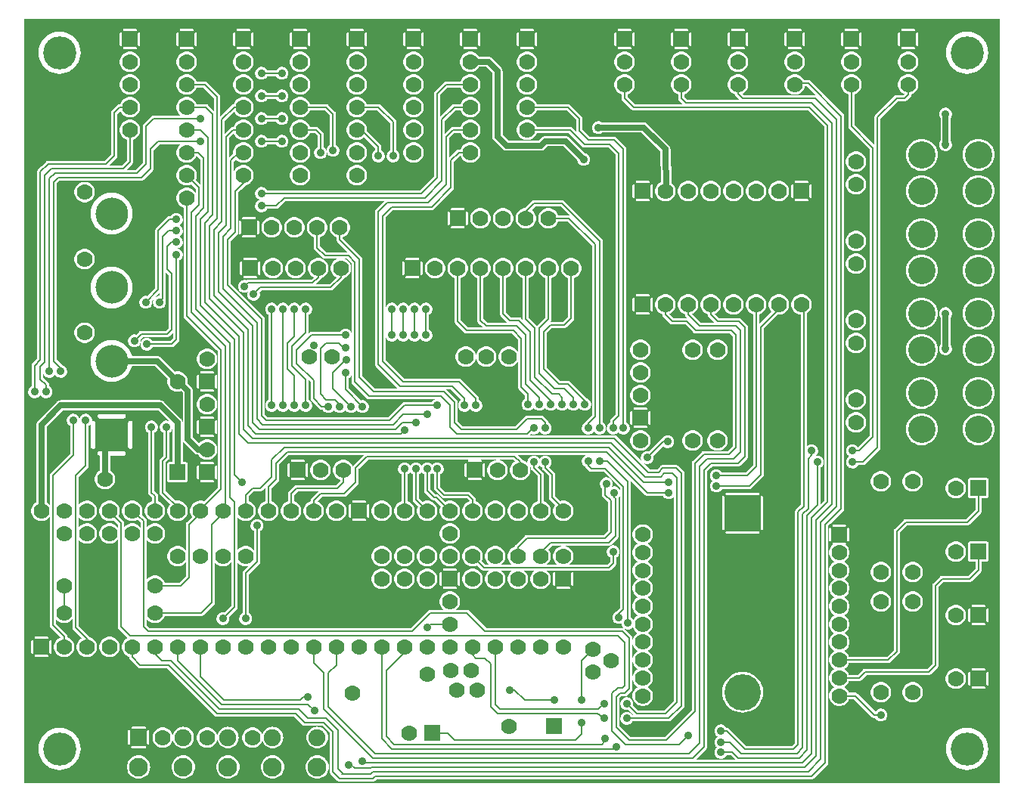
<source format=gbr>
G04 start of page 3 for group 5 idx 5 *
G04 Title: (unknown), bottom *
G04 Creator: pcb 20140316 *
G04 CreationDate: Thu Dec 21 20:14:05 2017 UTC *
G04 For: frankenteddy *
G04 Format: Gerber/RS-274X *
G04 PCB-Dimensions (mil): 6000.00 5000.00 *
G04 PCB-Coordinate-Origin: lower left *
%MOIN*%
%FSLAX25Y25*%
%LNBOTTOM*%
%ADD52C,0.0450*%
%ADD51C,0.0630*%
%ADD50C,0.0512*%
%ADD49C,0.0720*%
%ADD48C,0.0800*%
%ADD47C,0.1100*%
%ADD46C,0.1260*%
%ADD45C,0.0350*%
%ADD44C,0.0200*%
%ADD43C,0.0360*%
%ADD42C,0.0827*%
%ADD41C,0.0748*%
%ADD40C,0.1440*%
%ADD39C,0.1600*%
%ADD38C,0.1200*%
%ADD37C,0.1460*%
%ADD36C,0.0700*%
%ADD35C,0.0080*%
%ADD34C,0.0250*%
%ADD33C,0.0001*%
G54D33*G36*
X322143Y425578D02*X322294Y425542D01*
X323000Y425486D01*
X323706Y425542D01*
X324395Y425707D01*
X325049Y425978D01*
X325653Y426348D01*
X326192Y426808D01*
X326652Y427347D01*
X327022Y427951D01*
X327291Y428600D01*
X340420D01*
X344600Y424420D01*
Y419555D01*
X344596Y419500D01*
X344606Y419374D01*
X343029Y420951D01*
X342993Y420993D01*
X342825Y421136D01*
X342638Y421251D01*
X342434Y421336D01*
X342220Y421387D01*
X342000Y421404D01*
X341945Y421400D01*
X327291D01*
X327022Y422049D01*
X326652Y422653D01*
X326192Y423192D01*
X325653Y423652D01*
X325049Y424022D01*
X324395Y424293D01*
X323706Y424458D01*
X323000Y424514D01*
X322294Y424458D01*
X322143Y424422D01*
Y425578D01*
G37*
G36*
Y266036D02*X322653Y266348D01*
X323192Y266808D01*
X323652Y267347D01*
X324022Y267951D01*
X324293Y268605D01*
X324458Y269294D01*
X324500Y270000D01*
X324458Y270706D01*
X324329Y271245D01*
X324349Y271228D01*
X324600Y271074D01*
Y271055D01*
X324596Y271000D01*
X324613Y270780D01*
X324664Y270566D01*
X324749Y270362D01*
X324864Y270175D01*
X324864Y270174D01*
X325007Y270007D01*
X325049Y269971D01*
X327600Y267420D01*
Y256291D01*
X326951Y256022D01*
X326347Y255652D01*
X325808Y255192D01*
X325348Y254653D01*
X324978Y254049D01*
X324707Y253395D01*
X324542Y252706D01*
X324486Y252000D01*
X324542Y251294D01*
X324707Y250605D01*
X324978Y249951D01*
X325348Y249347D01*
X325808Y248808D01*
X326347Y248348D01*
X326951Y247978D01*
X327605Y247707D01*
X328294Y247542D01*
X329000Y247486D01*
X329706Y247542D01*
X330395Y247707D01*
X331049Y247978D01*
X331653Y248348D01*
X332192Y248808D01*
X332652Y249347D01*
X333022Y249951D01*
X333293Y250605D01*
X333458Y251294D01*
X333500Y252000D01*
X333458Y252706D01*
X333293Y253395D01*
X333022Y254049D01*
X332652Y254653D01*
X332192Y255192D01*
X331653Y255652D01*
X331049Y256022D01*
X330400Y256291D01*
Y267945D01*
X330404Y268000D01*
X330387Y268220D01*
X330336Y268434D01*
X330251Y268638D01*
X330136Y268825D01*
X330136Y268826D01*
X329993Y268993D01*
X329951Y269029D01*
X327705Y271274D01*
X327986Y271514D01*
X328272Y271849D01*
X328500Y272221D01*
X328728Y271849D01*
X329014Y271514D01*
X329349Y271228D01*
X329600Y271074D01*
Y271055D01*
X329596Y271000D01*
X329613Y270780D01*
X329664Y270566D01*
X329749Y270362D01*
X329864Y270175D01*
X329864Y270174D01*
X330007Y270007D01*
X330049Y269971D01*
X332600Y267420D01*
Y258055D01*
X332596Y258000D01*
X332613Y257780D01*
X332664Y257566D01*
X332749Y257362D01*
X332864Y257175D01*
X332864Y257174D01*
X333007Y257007D01*
X333049Y256971D01*
X335357Y254663D01*
X335348Y254653D01*
X334978Y254049D01*
X334707Y253395D01*
X334542Y252706D01*
X334486Y252000D01*
X334542Y251294D01*
X334707Y250605D01*
X334978Y249951D01*
X335348Y249347D01*
X335808Y248808D01*
X336347Y248348D01*
X336951Y247978D01*
X337605Y247707D01*
X338294Y247542D01*
X339000Y247486D01*
X339706Y247542D01*
X340395Y247707D01*
X341049Y247978D01*
X341653Y248348D01*
X342192Y248808D01*
X342652Y249347D01*
X343022Y249951D01*
X343293Y250605D01*
X343458Y251294D01*
X343500Y252000D01*
X343458Y252706D01*
X343293Y253395D01*
X343022Y254049D01*
X342652Y254653D01*
X342192Y255192D01*
X341653Y255652D01*
X341049Y256022D01*
X340395Y256293D01*
X339706Y256458D01*
X339000Y256514D01*
X338294Y256458D01*
X337671Y256309D01*
X335400Y258580D01*
Y267945D01*
X335404Y268000D01*
X335387Y268220D01*
X335336Y268434D01*
X335251Y268638D01*
X335136Y268825D01*
X334993Y268993D01*
X334951Y269029D01*
X332705Y271274D01*
X332986Y271514D01*
X333272Y271849D01*
X333503Y272225D01*
X333671Y272632D01*
X333774Y273061D01*
X333800Y273500D01*
X333774Y273939D01*
X333671Y274368D01*
X333503Y274775D01*
X333272Y275151D01*
X332986Y275486D01*
X332651Y275772D01*
X332275Y276003D01*
X331868Y276171D01*
X331439Y276274D01*
X331000Y276309D01*
X330561Y276274D01*
X330132Y276171D01*
X329725Y276003D01*
X329349Y275772D01*
X329014Y275486D01*
X328728Y275151D01*
X328500Y274779D01*
X328272Y275151D01*
X327986Y275486D01*
X327651Y275772D01*
X327275Y276003D01*
X326868Y276171D01*
X326439Y276274D01*
X326000Y276309D01*
X325561Y276274D01*
X325132Y276171D01*
X324725Y276003D01*
X324349Y275772D01*
X324014Y275486D01*
X323728Y275151D01*
X323497Y274775D01*
X323329Y274368D01*
X323226Y273939D01*
X323191Y273500D01*
X323218Y273161D01*
X323192Y273192D01*
X322653Y273652D01*
X322143Y273964D01*
Y276600D01*
X348960D01*
X348725Y276503D01*
X348349Y276272D01*
X348014Y275986D01*
X347728Y275651D01*
X347497Y275275D01*
X347329Y274868D01*
X347226Y274439D01*
X347191Y274000D01*
X347226Y273561D01*
X347329Y273132D01*
X347497Y272725D01*
X347728Y272349D01*
X348014Y272014D01*
X348349Y271728D01*
X348682Y271524D01*
X348749Y271362D01*
X348864Y271175D01*
X348864Y271174D01*
X349007Y271007D01*
X349049Y270971D01*
X350471Y269549D01*
X350507Y269507D01*
X350674Y269364D01*
X350675Y269364D01*
X350862Y269249D01*
X351066Y269164D01*
X351280Y269113D01*
X351500Y269096D01*
X351555Y269100D01*
X356920D01*
X364100Y261920D01*
Y261040D01*
X364003Y261275D01*
X363772Y261651D01*
X363486Y261986D01*
X363151Y262272D01*
X362775Y262503D01*
X362368Y262671D01*
X361939Y262774D01*
X361500Y262809D01*
X361061Y262774D01*
X360632Y262671D01*
X360414Y262581D01*
X360503Y262725D01*
X360671Y263132D01*
X360774Y263561D01*
X360800Y264000D01*
X360774Y264439D01*
X360671Y264868D01*
X360503Y265275D01*
X360272Y265651D01*
X359986Y265986D01*
X359651Y266272D01*
X359275Y266503D01*
X358868Y266671D01*
X358439Y266774D01*
X358000Y266809D01*
X357561Y266774D01*
X357132Y266671D01*
X356725Y266503D01*
X356349Y266272D01*
X356014Y265986D01*
X355728Y265651D01*
X355497Y265275D01*
X355329Y264868D01*
X355226Y264439D01*
X355191Y264000D01*
X355226Y263561D01*
X355329Y263132D01*
X355497Y262725D01*
X355728Y262349D01*
X356014Y262014D01*
X356100Y261941D01*
Y259055D01*
X356096Y259000D01*
X356113Y258780D01*
X356164Y258566D01*
X356249Y258362D01*
X356364Y258175D01*
X356364Y258174D01*
X356507Y258007D01*
X356549Y257971D01*
X358600Y255920D01*
Y243080D01*
X356920Y241400D01*
X323055D01*
X323000Y241404D01*
X322780Y241387D01*
X322566Y241336D01*
X322362Y241251D01*
X322175Y241136D01*
X322174Y241136D01*
X322143Y241109D01*
Y248767D01*
X322192Y248808D01*
X322652Y249347D01*
X323022Y249951D01*
X323293Y250605D01*
X323458Y251294D01*
X323500Y252000D01*
X323458Y252706D01*
X323293Y253395D01*
X323022Y254049D01*
X322652Y254653D01*
X322192Y255192D01*
X322143Y255233D01*
Y266036D01*
G37*
G36*
X370096Y161924D02*X370120Y161900D01*
X370096D01*
Y161924D01*
G37*
G36*
Y207659D02*X370348Y207247D01*
X370808Y206708D01*
X371347Y206248D01*
X371833Y205950D01*
X371347Y205652D01*
X370808Y205192D01*
X370348Y204653D01*
X370096Y204241D01*
Y207659D01*
G37*
G36*
Y215559D02*X370348Y215147D01*
X370808Y214608D01*
X371347Y214148D01*
X371833Y213850D01*
X371347Y213552D01*
X370808Y213092D01*
X370348Y212553D01*
X370096Y212141D01*
Y215559D01*
G37*
G36*
Y223459D02*X370348Y223047D01*
X370808Y222508D01*
X371347Y222048D01*
X371833Y221750D01*
X371347Y221452D01*
X370808Y220992D01*
X370348Y220453D01*
X370096Y220041D01*
Y223459D01*
G37*
G36*
Y231359D02*X370348Y230947D01*
X370808Y230408D01*
X371347Y229948D01*
X371833Y229650D01*
X371347Y229352D01*
X370808Y228892D01*
X370348Y228353D01*
X370096Y227941D01*
Y231359D01*
G37*
G36*
Y239259D02*X370348Y238847D01*
X370808Y238308D01*
X371347Y237848D01*
X371833Y237550D01*
X371347Y237252D01*
X370808Y236792D01*
X370348Y236253D01*
X370096Y235841D01*
Y239259D01*
G37*
G36*
Y168159D02*X370348Y167747D01*
X370808Y167208D01*
X371347Y166748D01*
X371951Y166378D01*
X372605Y166107D01*
X373294Y165942D01*
X374000Y165886D01*
X374706Y165942D01*
X375395Y166107D01*
X376049Y166378D01*
X376653Y166748D01*
X377192Y167208D01*
X377652Y167747D01*
X378022Y168351D01*
X378293Y169005D01*
X378458Y169694D01*
X378500Y170400D01*
X378458Y171106D01*
X378293Y171795D01*
X378022Y172449D01*
X377652Y173053D01*
X377192Y173592D01*
X376653Y174052D01*
X376167Y174350D01*
X376653Y174648D01*
X377192Y175108D01*
X377652Y175647D01*
X378022Y176251D01*
X378293Y176905D01*
X378458Y177594D01*
X378500Y178300D01*
X378458Y179006D01*
X378293Y179695D01*
X378022Y180349D01*
X377652Y180953D01*
X377192Y181492D01*
X376653Y181952D01*
X376167Y182250D01*
X376653Y182548D01*
X377192Y183008D01*
X377652Y183547D01*
X378022Y184151D01*
X378293Y184805D01*
X378458Y185494D01*
X378500Y186200D01*
X378458Y186906D01*
X378293Y187595D01*
X378022Y188249D01*
X377652Y188853D01*
X377192Y189392D01*
X376653Y189852D01*
X376167Y190150D01*
X376653Y190448D01*
X377192Y190908D01*
X377652Y191447D01*
X378022Y192051D01*
X378293Y192705D01*
X378458Y193394D01*
X378500Y194100D01*
X378458Y194806D01*
X378293Y195495D01*
X378022Y196149D01*
X377652Y196753D01*
X377192Y197292D01*
X376653Y197752D01*
X376167Y198050D01*
X376653Y198348D01*
X377192Y198808D01*
X377652Y199347D01*
X378022Y199951D01*
X378293Y200605D01*
X378458Y201294D01*
X378500Y202000D01*
X378458Y202706D01*
X378293Y203395D01*
X378022Y204049D01*
X377652Y204653D01*
X377192Y205192D01*
X376653Y205652D01*
X376167Y205950D01*
X376653Y206248D01*
X377192Y206708D01*
X377652Y207247D01*
X378022Y207851D01*
X378293Y208505D01*
X378458Y209194D01*
X378500Y209900D01*
X378458Y210606D01*
X378293Y211295D01*
X378022Y211949D01*
X377652Y212553D01*
X377192Y213092D01*
X376653Y213552D01*
X376167Y213850D01*
X376653Y214148D01*
X377192Y214608D01*
X377652Y215147D01*
X378022Y215751D01*
X378293Y216405D01*
X378458Y217094D01*
X378500Y217800D01*
X378458Y218506D01*
X378293Y219195D01*
X378022Y219849D01*
X377652Y220453D01*
X377192Y220992D01*
X376653Y221452D01*
X376167Y221750D01*
X376653Y222048D01*
X377192Y222508D01*
X377652Y223047D01*
X378022Y223651D01*
X378293Y224305D01*
X378458Y224994D01*
X378500Y225700D01*
X378458Y226406D01*
X378293Y227095D01*
X378022Y227749D01*
X377652Y228353D01*
X377192Y228892D01*
X376653Y229352D01*
X376167Y229650D01*
X376653Y229948D01*
X377192Y230408D01*
X377652Y230947D01*
X378022Y231551D01*
X378293Y232205D01*
X378458Y232894D01*
X378500Y233600D01*
X378458Y234306D01*
X378293Y234995D01*
X378022Y235649D01*
X377652Y236253D01*
X377192Y236792D01*
X376653Y237252D01*
X376167Y237550D01*
X376653Y237848D01*
X377192Y238308D01*
X377652Y238847D01*
X378022Y239451D01*
X378293Y240105D01*
X378458Y240794D01*
X378500Y241500D01*
X378458Y242206D01*
X378293Y242895D01*
X378022Y243549D01*
X377652Y244153D01*
X377192Y244692D01*
X376653Y245152D01*
X376049Y245522D01*
X375395Y245793D01*
X374706Y245958D01*
X374000Y246014D01*
X373294Y245958D01*
X372605Y245793D01*
X371951Y245522D01*
X371347Y245152D01*
X370808Y244692D01*
X370348Y244153D01*
X370096Y243741D01*
Y263924D01*
X374971Y259049D01*
X375007Y259007D01*
X375174Y258864D01*
X375175Y258864D01*
X375362Y258749D01*
X375566Y258664D01*
X375780Y258613D01*
X376000Y258596D01*
X376055Y258600D01*
X383074D01*
X383228Y258349D01*
X383514Y258014D01*
X383849Y257728D01*
X384225Y257497D01*
X384632Y257329D01*
X385061Y257226D01*
X385500Y257191D01*
X385939Y257226D01*
X386368Y257329D01*
X386775Y257497D01*
X387151Y257728D01*
X387486Y258014D01*
X387600Y258147D01*
Y168080D01*
X383420Y163900D01*
X372080D01*
X370096Y165884D01*
Y168159D01*
G37*
G36*
Y176059D02*X370348Y175647D01*
X370808Y175108D01*
X371347Y174648D01*
X371833Y174350D01*
X371347Y174052D01*
X370808Y173592D01*
X370348Y173053D01*
X370096Y172641D01*
Y176059D01*
G37*
G36*
Y183959D02*X370348Y183547D01*
X370808Y183008D01*
X371347Y182548D01*
X371833Y182250D01*
X371347Y181952D01*
X370808Y181492D01*
X370348Y180953D01*
X370096Y180541D01*
Y183959D01*
G37*
G36*
Y191859D02*X370348Y191447D01*
X370808Y190908D01*
X371347Y190448D01*
X371833Y190150D01*
X371347Y189852D01*
X370808Y189392D01*
X370348Y188853D01*
X370096Y188441D01*
Y191859D01*
G37*
G36*
Y199759D02*X370348Y199347D01*
X370808Y198808D01*
X371347Y198348D01*
X371833Y198050D01*
X371347Y197752D01*
X370808Y197292D01*
X370348Y196753D01*
X370096Y196341D01*
Y199759D01*
G37*
G36*
X406979Y330100D02*X412420D01*
X413600Y328920D01*
Y280580D01*
X411420Y278400D01*
X406979D01*
Y278473D01*
X406986Y278472D01*
X407692Y278528D01*
X408381Y278693D01*
X409035Y278964D01*
X409639Y279334D01*
X410178Y279794D01*
X410638Y280333D01*
X411008Y280937D01*
X411279Y281591D01*
X411444Y282280D01*
X411486Y282986D01*
X411444Y283692D01*
X411279Y284381D01*
X411008Y285035D01*
X410638Y285639D01*
X410178Y286178D01*
X409639Y286638D01*
X409035Y287008D01*
X408381Y287279D01*
X407692Y287444D01*
X406986Y287500D01*
X406979Y287499D01*
Y318473D01*
X406986Y318472D01*
X407692Y318528D01*
X408381Y318693D01*
X409035Y318964D01*
X409639Y319334D01*
X410178Y319794D01*
X410638Y320333D01*
X411008Y320937D01*
X411279Y321591D01*
X411444Y322280D01*
X411486Y322986D01*
X411444Y323692D01*
X411279Y324381D01*
X411008Y325035D01*
X410638Y325639D01*
X410178Y326178D01*
X409639Y326638D01*
X409035Y327008D01*
X408381Y327279D01*
X407692Y327444D01*
X406986Y327500D01*
X406979Y327499D01*
Y330100D01*
G37*
G36*
X395979Y331041D02*X396471Y330549D01*
X396507Y330507D01*
X396674Y330364D01*
X396675Y330364D01*
X396862Y330249D01*
X397066Y330164D01*
X397280Y330113D01*
X397500Y330096D01*
X397555Y330100D01*
X406979D01*
Y327499D01*
X406280Y327444D01*
X405591Y327279D01*
X404937Y327008D01*
X404333Y326638D01*
X403794Y326178D01*
X403334Y325639D01*
X402964Y325035D01*
X402693Y324381D01*
X402528Y323692D01*
X402472Y322986D01*
X402528Y322280D01*
X402693Y321591D01*
X402964Y320937D01*
X403334Y320333D01*
X403794Y319794D01*
X404333Y319334D01*
X404937Y318964D01*
X405591Y318693D01*
X406280Y318528D01*
X406979Y318473D01*
Y287499D01*
X406280Y287444D01*
X405591Y287279D01*
X404937Y287008D01*
X404333Y286638D01*
X403794Y286178D01*
X403334Y285639D01*
X402964Y285035D01*
X402693Y284381D01*
X402528Y283692D01*
X402472Y282986D01*
X402528Y282280D01*
X402693Y281591D01*
X402964Y280937D01*
X403334Y280333D01*
X403794Y279794D01*
X404333Y279334D01*
X404937Y278964D01*
X405591Y278693D01*
X406280Y278528D01*
X406979Y278473D01*
Y278400D01*
X401055D01*
X401000Y278404D01*
X400780Y278387D01*
X400566Y278336D01*
X400362Y278251D01*
X400175Y278136D01*
X400174Y278136D01*
X400007Y277993D01*
X399971Y277951D01*
X396049Y274029D01*
X396007Y273993D01*
X395979Y273960D01*
Y278473D01*
X395986Y278472D01*
X396692Y278528D01*
X397381Y278693D01*
X398035Y278964D01*
X398639Y279334D01*
X399178Y279794D01*
X399638Y280333D01*
X400008Y280937D01*
X400279Y281591D01*
X400444Y282280D01*
X400486Y282986D01*
X400444Y283692D01*
X400279Y284381D01*
X400008Y285035D01*
X399638Y285639D01*
X399178Y286178D01*
X398639Y286638D01*
X398035Y287008D01*
X397381Y287279D01*
X396692Y287444D01*
X395986Y287500D01*
X395979Y287499D01*
Y318473D01*
X395986Y318472D01*
X396692Y318528D01*
X397381Y318693D01*
X398035Y318964D01*
X398639Y319334D01*
X399178Y319794D01*
X399638Y320333D01*
X400008Y320937D01*
X400279Y321591D01*
X400444Y322280D01*
X400486Y322986D01*
X400444Y323692D01*
X400279Y324381D01*
X400008Y325035D01*
X399638Y325639D01*
X399178Y326178D01*
X398639Y326638D01*
X398035Y327008D01*
X397381Y327279D01*
X396692Y327444D01*
X395986Y327500D01*
X395979Y327499D01*
Y331041D01*
G37*
G36*
X421096Y339563D02*X421347Y339348D01*
X421951Y338978D01*
X422600Y338709D01*
Y272080D01*
X421096Y270576D01*
Y339563D01*
G37*
G36*
X448000Y427520D02*X454100Y421420D01*
Y256580D01*
X452400Y254880D01*
Y271074D01*
X452651Y271228D01*
X452986Y271514D01*
X453272Y271849D01*
X453503Y272225D01*
X453671Y272632D01*
X453774Y273061D01*
X453800Y273500D01*
X453774Y273939D01*
X453671Y274368D01*
X453503Y274775D01*
X453272Y275151D01*
X452986Y275486D01*
X452651Y275772D01*
X452275Y276003D01*
X451868Y276171D01*
X451439Y276274D01*
X451000Y276309D01*
X450561Y276274D01*
X450132Y276171D01*
X449905Y276077D01*
X450151Y276228D01*
X450486Y276514D01*
X450772Y276849D01*
X451003Y277225D01*
X451171Y277632D01*
X451274Y278061D01*
X451300Y278500D01*
X451274Y278939D01*
X451171Y279368D01*
X451003Y279775D01*
X450772Y280151D01*
X450486Y280486D01*
X450151Y280772D01*
X449775Y281003D01*
X449368Y281171D01*
X448939Y281274D01*
X448500Y281309D01*
X448061Y281274D01*
X448000Y281260D01*
Y340915D01*
X448022Y340951D01*
X448293Y341605D01*
X448458Y342294D01*
X448500Y343000D01*
X448458Y343706D01*
X448293Y344395D01*
X448022Y345049D01*
X448000Y345085D01*
Y389998D01*
X448078Y390005D01*
X448155Y390023D01*
X448228Y390053D01*
X448295Y390094D01*
X448355Y390145D01*
X448406Y390205D01*
X448447Y390272D01*
X448477Y390345D01*
X448495Y390422D01*
X448500Y390500D01*
Y395500D01*
X448495Y395578D01*
X448477Y395655D01*
X448447Y395728D01*
X448406Y395795D01*
X448355Y395855D01*
X448295Y395906D01*
X448228Y395947D01*
X448155Y395977D01*
X448078Y395995D01*
X448000Y396002D01*
Y427520D01*
G37*
G36*
Y281260D02*X447632Y281171D01*
X447225Y281003D01*
X446849Y280772D01*
X446514Y280486D01*
X446400Y280353D01*
Y339193D01*
X446653Y339348D01*
X447192Y339808D01*
X447652Y340347D01*
X448000Y340915D01*
Y281260D01*
G37*
G36*
X444000Y428600D02*X446920D01*
X448000Y427520D01*
Y396002D01*
X447922Y395995D01*
X447845Y395977D01*
X447772Y395947D01*
X447705Y395906D01*
X447645Y395855D01*
X447594Y395795D01*
X447553Y395728D01*
X447523Y395655D01*
X447505Y395578D01*
X447500Y395500D01*
Y390500D01*
X447505Y390422D01*
X447523Y390345D01*
X447553Y390272D01*
X447594Y390205D01*
X447645Y390145D01*
X447705Y390094D01*
X447772Y390053D01*
X447845Y390023D01*
X447922Y390005D01*
X448000Y389998D01*
Y345085D01*
X447652Y345653D01*
X447192Y346192D01*
X446653Y346652D01*
X446049Y347022D01*
X445395Y347293D01*
X444706Y347458D01*
X444000Y347514D01*
Y388500D01*
X446500D01*
X446578Y388505D01*
X446655Y388523D01*
X446728Y388553D01*
X446795Y388594D01*
X446855Y388645D01*
X446906Y388705D01*
X446947Y388772D01*
X446977Y388845D01*
X446995Y388922D01*
X447002Y389000D01*
X446995Y389078D01*
X446977Y389155D01*
X446947Y389228D01*
X446906Y389295D01*
X446855Y389355D01*
X446795Y389406D01*
X446728Y389447D01*
X446655Y389477D01*
X446578Y389495D01*
X446500Y389500D01*
X444000D01*
Y396500D01*
X446500D01*
X446578Y396505D01*
X446655Y396523D01*
X446728Y396553D01*
X446795Y396594D01*
X446855Y396645D01*
X446906Y396705D01*
X446947Y396772D01*
X446977Y396845D01*
X446995Y396922D01*
X447002Y397000D01*
X446995Y397078D01*
X446977Y397155D01*
X446947Y397228D01*
X446906Y397295D01*
X446855Y397355D01*
X446795Y397406D01*
X446728Y397447D01*
X446655Y397477D01*
X446578Y397495D01*
X446500Y397500D01*
X444000D01*
Y428600D01*
G37*
G36*
X440000Y340915D02*X440348Y340347D01*
X440808Y339808D01*
X441347Y339348D01*
X441951Y338978D01*
X442605Y338707D01*
X443294Y338542D01*
X443600Y338518D01*
Y254580D01*
X441549Y252529D01*
X441507Y252493D01*
X441364Y252325D01*
X441249Y252138D01*
X441164Y251934D01*
X441113Y251720D01*
X441113Y251719D01*
X441096Y251500D01*
X441100Y251445D01*
Y149580D01*
X440000Y148480D01*
Y340915D01*
G37*
G36*
Y428600D02*X444000D01*
Y397500D01*
X441500D01*
X441422Y397495D01*
X441345Y397477D01*
X441272Y397447D01*
X441205Y397406D01*
X441145Y397355D01*
X441094Y397295D01*
X441053Y397228D01*
X441023Y397155D01*
X441005Y397078D01*
X440998Y397000D01*
X441005Y396922D01*
X441023Y396845D01*
X441053Y396772D01*
X441094Y396705D01*
X441145Y396645D01*
X441205Y396594D01*
X441272Y396553D01*
X441345Y396523D01*
X441422Y396505D01*
X441500Y396500D01*
X444000D01*
Y389500D01*
X441500D01*
X441422Y389495D01*
X441345Y389477D01*
X441272Y389447D01*
X441205Y389406D01*
X441145Y389355D01*
X441094Y389295D01*
X441053Y389228D01*
X441023Y389155D01*
X441005Y389078D01*
X440998Y389000D01*
X441005Y388922D01*
X441023Y388845D01*
X441053Y388772D01*
X441094Y388705D01*
X441145Y388645D01*
X441205Y388594D01*
X441272Y388553D01*
X441345Y388523D01*
X441422Y388505D01*
X441500Y388500D01*
X444000D01*
Y347514D01*
X444000D01*
X443294Y347458D01*
X442605Y347293D01*
X441951Y347022D01*
X441347Y346652D01*
X440808Y346192D01*
X440348Y345653D01*
X440000Y345085D01*
Y389998D01*
X440078Y390005D01*
X440155Y390023D01*
X440228Y390053D01*
X440295Y390094D01*
X440355Y390145D01*
X440406Y390205D01*
X440447Y390272D01*
X440477Y390345D01*
X440495Y390422D01*
X440500Y390500D01*
Y395500D01*
X440495Y395578D01*
X440477Y395655D01*
X440447Y395728D01*
X440406Y395795D01*
X440355Y395855D01*
X440295Y395906D01*
X440228Y395947D01*
X440155Y395977D01*
X440078Y395995D01*
X440000Y396002D01*
Y428600D01*
G37*
G36*
X433993D02*X440000D01*
Y396002D01*
X439922Y395995D01*
X439845Y395977D01*
X439772Y395947D01*
X439705Y395906D01*
X439645Y395855D01*
X439594Y395795D01*
X439553Y395728D01*
X439523Y395655D01*
X439505Y395578D01*
X439500Y395500D01*
Y390500D01*
X439505Y390422D01*
X439523Y390345D01*
X439553Y390272D01*
X439594Y390205D01*
X439645Y390145D01*
X439705Y390094D01*
X439772Y390053D01*
X439845Y390023D01*
X439922Y390005D01*
X440000Y389998D01*
Y345085D01*
X439978Y345049D01*
X439707Y344395D01*
X439542Y343706D01*
X439486Y343000D01*
X439542Y342294D01*
X439707Y341605D01*
X439978Y340951D01*
X440000Y340915D01*
Y148480D01*
X439920Y148400D01*
X433993D01*
Y338487D01*
X434000Y338486D01*
X434706Y338542D01*
X435395Y338707D01*
X436049Y338978D01*
X436653Y339348D01*
X437192Y339808D01*
X437652Y340347D01*
X438022Y340951D01*
X438293Y341605D01*
X438458Y342294D01*
X438500Y343000D01*
X438458Y343706D01*
X438293Y344395D01*
X438022Y345049D01*
X437652Y345653D01*
X437192Y346192D01*
X436653Y346652D01*
X436049Y347022D01*
X435395Y347293D01*
X434706Y347458D01*
X434000Y347514D01*
X433993Y347513D01*
Y388487D01*
X434000Y388486D01*
X434706Y388542D01*
X435395Y388707D01*
X436049Y388978D01*
X436653Y389348D01*
X437192Y389808D01*
X437652Y390347D01*
X438022Y390951D01*
X438293Y391605D01*
X438458Y392294D01*
X438500Y393000D01*
X438458Y393706D01*
X438293Y394395D01*
X438022Y395049D01*
X437652Y395653D01*
X437192Y396192D01*
X436653Y396652D01*
X436049Y397022D01*
X435395Y397293D01*
X434706Y397458D01*
X434000Y397514D01*
X433993Y397513D01*
Y428600D01*
G37*
G36*
Y148400D02*X426500D01*
Y169003D01*
X426586Y169210D01*
X426917Y170588D01*
X427000Y172000D01*
X426917Y173412D01*
X426586Y174790D01*
X426500Y174997D01*
Y243498D01*
X426578Y243505D01*
X426655Y243523D01*
X426728Y243553D01*
X426795Y243594D01*
X426855Y243645D01*
X426906Y243705D01*
X426947Y243772D01*
X426977Y243845D01*
X426995Y243922D01*
X427000Y244000D01*
Y258000D01*
X426995Y258078D01*
X426977Y258155D01*
X426947Y258228D01*
X426906Y258295D01*
X426855Y258355D01*
X426795Y258406D01*
X426728Y258447D01*
X426655Y258477D01*
X426578Y258495D01*
X426500Y258502D01*
Y266520D01*
X426951Y266971D01*
X426993Y267007D01*
X427136Y267174D01*
X427136Y267175D01*
X427251Y267362D01*
X427336Y267566D01*
X427387Y267780D01*
X427404Y268000D01*
X427400Y268055D01*
Y332420D01*
X433505Y338525D01*
X433993Y338487D01*
Y148400D01*
G37*
G36*
X426500Y174997D02*X426044Y176099D01*
X425304Y177306D01*
X424384Y178384D01*
X423306Y179304D01*
X422099Y180044D01*
X421096Y180459D01*
Y242000D01*
X425000D01*
X425078Y242005D01*
X425155Y242023D01*
X425228Y242053D01*
X425295Y242094D01*
X425355Y242145D01*
X425406Y242205D01*
X425447Y242272D01*
X425477Y242345D01*
X425495Y242422D01*
X425502Y242500D01*
X425495Y242578D01*
X425477Y242655D01*
X425447Y242728D01*
X425406Y242795D01*
X425355Y242855D01*
X425295Y242906D01*
X425228Y242947D01*
X425155Y242977D01*
X425078Y242995D01*
X425000Y243000D01*
X421096D01*
Y259000D01*
X425000D01*
X425078Y259005D01*
X425155Y259023D01*
X425228Y259053D01*
X425295Y259094D01*
X425355Y259145D01*
X425406Y259205D01*
X425447Y259272D01*
X425477Y259345D01*
X425495Y259422D01*
X425502Y259500D01*
X425495Y259578D01*
X425477Y259655D01*
X425447Y259728D01*
X425406Y259795D01*
X425355Y259855D01*
X425295Y259906D01*
X425228Y259947D01*
X425155Y259977D01*
X425078Y259995D01*
X425000Y260000D01*
X421096D01*
Y261603D01*
X421220Y261613D01*
X421434Y261664D01*
X421638Y261749D01*
X421825Y261864D01*
X421993Y262007D01*
X422029Y262049D01*
X426500Y266520D01*
Y258502D01*
X426422Y258495D01*
X426345Y258477D01*
X426272Y258447D01*
X426205Y258406D01*
X426145Y258355D01*
X426094Y258295D01*
X426053Y258228D01*
X426023Y258155D01*
X426005Y258078D01*
X426000Y258000D01*
Y244000D01*
X426005Y243922D01*
X426023Y243845D01*
X426053Y243772D01*
X426094Y243705D01*
X426145Y243645D01*
X426205Y243594D01*
X426272Y243553D01*
X426345Y243523D01*
X426422Y243505D01*
X426500Y243498D01*
Y174997D01*
G37*
G36*
Y148400D02*X421096D01*
Y163541D01*
X422099Y163956D01*
X423306Y164696D01*
X424384Y165616D01*
X425304Y166694D01*
X426044Y167901D01*
X426500Y169003D01*
Y148400D01*
G37*
G36*
X421096Y428600D02*X433993D01*
Y397513D01*
X433294Y397458D01*
X432605Y397293D01*
X431951Y397022D01*
X431347Y396652D01*
X430808Y396192D01*
X430348Y395653D01*
X429978Y395049D01*
X429707Y394395D01*
X429542Y393706D01*
X429486Y393000D01*
X429542Y392294D01*
X429707Y391605D01*
X429978Y390951D01*
X430348Y390347D01*
X430808Y389808D01*
X431347Y389348D01*
X431951Y388978D01*
X432605Y388707D01*
X433294Y388542D01*
X433993Y388487D01*
Y347513D01*
X433294Y347458D01*
X432605Y347293D01*
X431951Y347022D01*
X431347Y346652D01*
X430808Y346192D01*
X430348Y345653D01*
X429978Y345049D01*
X429707Y344395D01*
X429542Y343706D01*
X429486Y343000D01*
X429542Y342294D01*
X429707Y341605D01*
X429978Y340951D01*
X430348Y340347D01*
X430808Y339808D01*
X430819Y339799D01*
X425400Y334380D01*
Y338709D01*
X426049Y338978D01*
X426653Y339348D01*
X427192Y339808D01*
X427652Y340347D01*
X428022Y340951D01*
X428293Y341605D01*
X428458Y342294D01*
X428500Y343000D01*
X428458Y343706D01*
X428293Y344395D01*
X428022Y345049D01*
X427652Y345653D01*
X427192Y346192D01*
X426653Y346652D01*
X426049Y347022D01*
X425395Y347293D01*
X424706Y347458D01*
X424000Y347514D01*
X423294Y347458D01*
X422605Y347293D01*
X421951Y347022D01*
X421347Y346652D01*
X421096Y346437D01*
Y389563D01*
X421347Y389348D01*
X421951Y388978D01*
X422605Y388707D01*
X423294Y388542D01*
X424000Y388486D01*
X424706Y388542D01*
X425395Y388707D01*
X426049Y388978D01*
X426653Y389348D01*
X427192Y389808D01*
X427652Y390347D01*
X428022Y390951D01*
X428293Y391605D01*
X428458Y392294D01*
X428500Y393000D01*
X428458Y393706D01*
X428293Y394395D01*
X428022Y395049D01*
X427652Y395653D01*
X427192Y396192D01*
X426653Y396652D01*
X426049Y397022D01*
X425395Y397293D01*
X424706Y397458D01*
X424000Y397514D01*
X423294Y397458D01*
X422605Y397293D01*
X421951Y397022D01*
X421347Y396652D01*
X421096Y396437D01*
Y428600D01*
G37*
G36*
X403993Y336527D02*X405620Y334900D01*
X403993D01*
Y336527D01*
G37*
G36*
X409500Y142884D02*X409775Y142997D01*
X410151Y143228D01*
X410486Y143514D01*
X410772Y143849D01*
X410926Y144100D01*
X412920D01*
X414620Y142400D01*
X409500D01*
Y142884D01*
G37*
G36*
Y169003D02*X409956Y167901D01*
X410696Y166694D01*
X411616Y165616D01*
X412694Y164696D01*
X413901Y163956D01*
X415210Y163414D01*
X416588Y163083D01*
X418000Y162972D01*
X419412Y163083D01*
X420790Y163414D01*
X421096Y163541D01*
Y148400D01*
X419580D01*
X412029Y155951D01*
X411993Y155993D01*
X411825Y156136D01*
X411638Y156251D01*
X411434Y156336D01*
X411220Y156387D01*
X411000Y156404D01*
X410945Y156400D01*
X410926D01*
X410772Y156651D01*
X410486Y156986D01*
X410151Y157272D01*
X409775Y157503D01*
X409500Y157616D01*
Y169003D01*
G37*
G36*
Y261600D02*X420945D01*
X421000Y261596D01*
X421096Y261603D01*
Y260000D01*
X411000D01*
X410922Y259995D01*
X410845Y259977D01*
X410772Y259947D01*
X410705Y259906D01*
X410645Y259855D01*
X410594Y259795D01*
X410553Y259728D01*
X410523Y259655D01*
X410505Y259578D01*
X410498Y259500D01*
X410505Y259422D01*
X410523Y259345D01*
X410553Y259272D01*
X410594Y259205D01*
X410645Y259145D01*
X410705Y259094D01*
X410772Y259053D01*
X410845Y259023D01*
X410922Y259005D01*
X411000Y259000D01*
X421096D01*
Y243000D01*
X411000D01*
X410922Y242995D01*
X410845Y242977D01*
X410772Y242947D01*
X410705Y242906D01*
X410645Y242855D01*
X410594Y242795D01*
X410553Y242728D01*
X410523Y242655D01*
X410505Y242578D01*
X410498Y242500D01*
X410505Y242422D01*
X410523Y242345D01*
X410553Y242272D01*
X410594Y242205D01*
X410645Y242145D01*
X410705Y242094D01*
X410772Y242053D01*
X410845Y242023D01*
X410922Y242005D01*
X411000Y242000D01*
X421096D01*
Y180459D01*
X420790Y180586D01*
X419412Y180917D01*
X418000Y181028D01*
X416588Y180917D01*
X415210Y180586D01*
X413901Y180044D01*
X412694Y179304D01*
X411616Y178384D01*
X410696Y177306D01*
X409956Y176099D01*
X409500Y174997D01*
Y243498D01*
X409578Y243505D01*
X409655Y243523D01*
X409728Y243553D01*
X409795Y243594D01*
X409855Y243645D01*
X409906Y243705D01*
X409947Y243772D01*
X409977Y243845D01*
X409995Y243922D01*
X410000Y244000D01*
Y258000D01*
X409995Y258078D01*
X409977Y258155D01*
X409947Y258228D01*
X409906Y258295D01*
X409855Y258355D01*
X409795Y258406D01*
X409728Y258447D01*
X409655Y258477D01*
X409578Y258495D01*
X409500Y258502D01*
Y261600D01*
G37*
G36*
X403993Y261736D02*X403997Y261725D01*
X404228Y261349D01*
X404514Y261014D01*
X404849Y260728D01*
X405225Y260497D01*
X405632Y260329D01*
X406061Y260226D01*
X406500Y260191D01*
X406939Y260226D01*
X407368Y260329D01*
X407775Y260497D01*
X408151Y260728D01*
X408486Y261014D01*
X408772Y261349D01*
X408926Y261600D01*
X409500D01*
Y258502D01*
X409422Y258495D01*
X409345Y258477D01*
X409272Y258447D01*
X409205Y258406D01*
X409145Y258355D01*
X409094Y258295D01*
X409053Y258228D01*
X409023Y258155D01*
X409005Y258078D01*
X409000Y258000D01*
Y244000D01*
X409005Y243922D01*
X409023Y243845D01*
X409053Y243772D01*
X409094Y243705D01*
X409145Y243645D01*
X409205Y243594D01*
X409272Y243553D01*
X409345Y243523D01*
X409422Y243505D01*
X409500Y243498D01*
Y174997D01*
X409414Y174790D01*
X409083Y173412D01*
X408972Y172000D01*
X409083Y170588D01*
X409414Y169210D01*
X409500Y169003D01*
Y157616D01*
X409368Y157671D01*
X408939Y157774D01*
X408500Y157809D01*
X408061Y157774D01*
X407632Y157671D01*
X407225Y157503D01*
X406849Y157272D01*
X406514Y156986D01*
X406228Y156651D01*
X405997Y156275D01*
X405829Y155868D01*
X405726Y155439D01*
X405691Y155000D01*
X405726Y154561D01*
X405829Y154132D01*
X405997Y153725D01*
X406228Y153349D01*
X406514Y153014D01*
X406849Y152728D01*
X407221Y152500D01*
X406849Y152272D01*
X406514Y151986D01*
X406228Y151651D01*
X405997Y151275D01*
X405829Y150868D01*
X405726Y150439D01*
X405691Y150000D01*
X405726Y149561D01*
X405829Y149132D01*
X405997Y148725D01*
X406228Y148349D01*
X406514Y148014D01*
X406823Y147750D01*
X406514Y147486D01*
X406228Y147151D01*
X405997Y146775D01*
X405829Y146368D01*
X405726Y145939D01*
X405691Y145500D01*
X405726Y145061D01*
X405829Y144632D01*
X405997Y144225D01*
X406228Y143849D01*
X406514Y143514D01*
X406849Y143228D01*
X407225Y142997D01*
X407632Y142829D01*
X408061Y142726D01*
X408500Y142691D01*
X408939Y142726D01*
X409368Y142829D01*
X409500Y142884D01*
Y142400D01*
X403993D01*
Y261736D01*
G37*
G36*
Y266236D02*X403997Y266225D01*
X404228Y265849D01*
X404514Y265514D01*
X404823Y265250D01*
X404514Y264986D01*
X404228Y264651D01*
X403997Y264275D01*
X403993Y264264D01*
Y266236D01*
G37*
G36*
X413993Y428600D02*X421096D01*
Y396437D01*
X420808Y396192D01*
X420348Y395653D01*
X419978Y395049D01*
X419707Y394395D01*
X419542Y393706D01*
X419486Y393000D01*
X419542Y392294D01*
X419707Y391605D01*
X419978Y390951D01*
X420348Y390347D01*
X420808Y389808D01*
X421096Y389563D01*
Y346437D01*
X420808Y346192D01*
X420348Y345653D01*
X419978Y345049D01*
X419707Y344395D01*
X419542Y343706D01*
X419486Y343000D01*
X419542Y342294D01*
X419707Y341605D01*
X419978Y340951D01*
X420348Y340347D01*
X420808Y339808D01*
X421096Y339563D01*
Y270576D01*
X419420Y268900D01*
X413993D01*
Y271600D01*
X415945D01*
X416000Y271596D01*
X416219Y271613D01*
X416220Y271613D01*
X416434Y271664D01*
X416638Y271749D01*
X416825Y271864D01*
X416993Y272007D01*
X417029Y272049D01*
X419951Y274971D01*
X419993Y275007D01*
X420136Y275174D01*
X420136Y275175D01*
X420251Y275362D01*
X420336Y275566D01*
X420387Y275780D01*
X420404Y276000D01*
X420400Y276055D01*
Y332945D01*
X420404Y333000D01*
X420387Y333220D01*
X420336Y333434D01*
X420251Y333638D01*
X420136Y333825D01*
X420136Y333826D01*
X419993Y333993D01*
X419951Y334029D01*
X417529Y336451D01*
X417493Y336493D01*
X417325Y336636D01*
X417138Y336751D01*
X416934Y336836D01*
X416720Y336887D01*
X416500Y336904D01*
X416445Y336900D01*
X413993D01*
Y338487D01*
X414000Y338486D01*
X414706Y338542D01*
X415395Y338707D01*
X416049Y338978D01*
X416653Y339348D01*
X417192Y339808D01*
X417652Y340347D01*
X418022Y340951D01*
X418293Y341605D01*
X418458Y342294D01*
X418500Y343000D01*
X418458Y343706D01*
X418293Y344395D01*
X418022Y345049D01*
X417652Y345653D01*
X417192Y346192D01*
X416653Y346652D01*
X416049Y347022D01*
X415395Y347293D01*
X414706Y347458D01*
X414000Y347514D01*
X413993Y347513D01*
Y388487D01*
X414000Y388486D01*
X414706Y388542D01*
X415395Y388707D01*
X416049Y388978D01*
X416653Y389348D01*
X417192Y389808D01*
X417652Y390347D01*
X418022Y390951D01*
X418293Y391605D01*
X418458Y392294D01*
X418500Y393000D01*
X418458Y393706D01*
X418293Y394395D01*
X418022Y395049D01*
X417652Y395653D01*
X417192Y396192D01*
X416653Y396652D01*
X416049Y397022D01*
X415395Y397293D01*
X414706Y397458D01*
X414000Y397514D01*
X413993Y397513D01*
Y428600D01*
G37*
G36*
Y268900D02*X408926D01*
X408772Y269151D01*
X408486Y269486D01*
X408151Y269772D01*
X407775Y270003D01*
X407368Y270171D01*
X406939Y270274D01*
X406500Y270309D01*
X406061Y270274D01*
X405632Y270171D01*
X405225Y270003D01*
X404849Y269772D01*
X404514Y269486D01*
X404228Y269151D01*
X403997Y268775D01*
X403993Y268764D01*
Y271013D01*
X404580Y271600D01*
X413993D01*
Y268900D01*
G37*
G36*
X403993Y428600D02*X413993D01*
Y397513D01*
X413294Y397458D01*
X412605Y397293D01*
X411951Y397022D01*
X411347Y396652D01*
X410808Y396192D01*
X410348Y395653D01*
X409978Y395049D01*
X409707Y394395D01*
X409542Y393706D01*
X409486Y393000D01*
X409542Y392294D01*
X409707Y391605D01*
X409978Y390951D01*
X410348Y390347D01*
X410808Y389808D01*
X411347Y389348D01*
X411951Y388978D01*
X412605Y388707D01*
X413294Y388542D01*
X413993Y388487D01*
Y347513D01*
X413294Y347458D01*
X412605Y347293D01*
X411951Y347022D01*
X411347Y346652D01*
X410808Y346192D01*
X410348Y345653D01*
X409978Y345049D01*
X409707Y344395D01*
X409542Y343706D01*
X409486Y343000D01*
X409542Y342294D01*
X409707Y341605D01*
X409978Y340951D01*
X410348Y340347D01*
X410808Y339808D01*
X411347Y339348D01*
X411951Y338978D01*
X412605Y338707D01*
X413294Y338542D01*
X413993Y338487D01*
Y336900D01*
X407580D01*
X405662Y338818D01*
X406049Y338978D01*
X406653Y339348D01*
X407192Y339808D01*
X407652Y340347D01*
X408022Y340951D01*
X408293Y341605D01*
X408458Y342294D01*
X408500Y343000D01*
X408458Y343706D01*
X408293Y344395D01*
X408022Y345049D01*
X407652Y345653D01*
X407192Y346192D01*
X406653Y346652D01*
X406049Y347022D01*
X405395Y347293D01*
X404706Y347458D01*
X404000Y347514D01*
X403993Y347513D01*
Y388487D01*
X404000Y388486D01*
X404706Y388542D01*
X405395Y388707D01*
X406049Y388978D01*
X406653Y389348D01*
X407192Y389808D01*
X407652Y390347D01*
X408022Y390951D01*
X408293Y391605D01*
X408458Y392294D01*
X408500Y393000D01*
X408458Y393706D01*
X408293Y394395D01*
X408022Y395049D01*
X407652Y395653D01*
X407192Y396192D01*
X406653Y396652D01*
X406049Y397022D01*
X405395Y397293D01*
X404706Y397458D01*
X404000Y397514D01*
X403993Y397513D01*
Y428600D01*
G37*
G36*
Y268764D02*X403829Y268368D01*
X403726Y267939D01*
X403691Y267500D01*
X403726Y267061D01*
X403829Y266632D01*
X403993Y266236D01*
Y264264D01*
X403829Y263868D01*
X403726Y263439D01*
X403691Y263000D01*
X403726Y262561D01*
X403829Y262132D01*
X403993Y261736D01*
Y142400D01*
X397380D01*
X401951Y146971D01*
X401993Y147007D01*
X402136Y147174D01*
X402136Y147175D01*
X402251Y147362D01*
X402336Y147566D01*
X402387Y147780D01*
X402404Y148000D01*
X402400Y148055D01*
Y269420D01*
X403993Y271013D01*
Y268764D01*
G37*
G36*
X395979Y428600D02*X403993D01*
Y397513D01*
X403294Y397458D01*
X402605Y397293D01*
X401951Y397022D01*
X401347Y396652D01*
X400808Y396192D01*
X400348Y395653D01*
X399978Y395049D01*
X399707Y394395D01*
X399542Y393706D01*
X399486Y393000D01*
X399542Y392294D01*
X399707Y391605D01*
X399978Y390951D01*
X400348Y390347D01*
X400808Y389808D01*
X401347Y389348D01*
X401951Y388978D01*
X402605Y388707D01*
X403294Y388542D01*
X403993Y388487D01*
Y347513D01*
X403294Y347458D01*
X402605Y347293D01*
X401951Y347022D01*
X401347Y346652D01*
X400808Y346192D01*
X400348Y345653D01*
X399978Y345049D01*
X399707Y344395D01*
X399542Y343706D01*
X399486Y343000D01*
X399542Y342294D01*
X399707Y341605D01*
X399978Y340951D01*
X400348Y340347D01*
X400808Y339808D01*
X401347Y339348D01*
X401951Y338978D01*
X402600Y338709D01*
Y338555D01*
X402596Y338500D01*
X402613Y338280D01*
X402664Y338066D01*
X402749Y337862D01*
X402864Y337675D01*
X402864Y337674D01*
X403007Y337507D01*
X403049Y337471D01*
X403993Y336527D01*
Y334900D01*
X399580D01*
X395979Y338501D01*
Y338949D01*
X396049Y338978D01*
X396653Y339348D01*
X397192Y339808D01*
X397652Y340347D01*
X398022Y340951D01*
X398293Y341605D01*
X398458Y342294D01*
X398500Y343000D01*
X398458Y343706D01*
X398293Y344395D01*
X398022Y345049D01*
X397652Y345653D01*
X397192Y346192D01*
X396653Y346652D01*
X396049Y347022D01*
X395979Y347051D01*
Y388949D01*
X396049Y388978D01*
X396653Y389348D01*
X397192Y389808D01*
X397652Y390347D01*
X398022Y390951D01*
X398293Y391605D01*
X398458Y392294D01*
X398500Y393000D01*
X398458Y393706D01*
X398293Y394395D01*
X398022Y395049D01*
X397652Y395653D01*
X397192Y396192D01*
X396653Y396652D01*
X396049Y397022D01*
X395979Y397051D01*
Y428600D01*
G37*
G36*
Y338501D02*X395662Y338818D01*
X395979Y338949D01*
Y338501D01*
G37*
G36*
X378000Y428600D02*X395979D01*
Y397051D01*
X395395Y397293D01*
X394706Y397458D01*
X394000Y397514D01*
X393294Y397458D01*
X392605Y397293D01*
X391951Y397022D01*
X391347Y396652D01*
X390808Y396192D01*
X390348Y395653D01*
X389978Y395049D01*
X389707Y394395D01*
X389542Y393706D01*
X389486Y393000D01*
X389542Y392294D01*
X389707Y391605D01*
X389978Y390951D01*
X390348Y390347D01*
X390808Y389808D01*
X391347Y389348D01*
X391951Y388978D01*
X392605Y388707D01*
X393294Y388542D01*
X394000Y388486D01*
X394706Y388542D01*
X395395Y388707D01*
X395979Y388949D01*
Y347051D01*
X395395Y347293D01*
X394706Y347458D01*
X394000Y347514D01*
X393294Y347458D01*
X392605Y347293D01*
X391951Y347022D01*
X391347Y346652D01*
X390808Y346192D01*
X390348Y345653D01*
X389978Y345049D01*
X389707Y344395D01*
X389542Y343706D01*
X389486Y343000D01*
X389542Y342294D01*
X389707Y341605D01*
X389978Y340951D01*
X390348Y340347D01*
X390808Y339808D01*
X391347Y339348D01*
X391951Y338978D01*
X392600Y338709D01*
Y338555D01*
X392596Y338500D01*
X392613Y338280D01*
X392664Y338066D01*
X392749Y337862D01*
X392864Y337675D01*
X392864Y337674D01*
X393007Y337507D01*
X393049Y337471D01*
X393626Y336894D01*
X393500Y336904D01*
X393445Y336900D01*
X387580D01*
X385662Y338818D01*
X386049Y338978D01*
X386653Y339348D01*
X387192Y339808D01*
X387652Y340347D01*
X388022Y340951D01*
X388293Y341605D01*
X388458Y342294D01*
X388500Y343000D01*
X388458Y343706D01*
X388293Y344395D01*
X388022Y345049D01*
X387652Y345653D01*
X387192Y346192D01*
X386653Y346652D01*
X386049Y347022D01*
X385395Y347293D01*
X384706Y347458D01*
X384000Y347514D01*
X383294Y347458D01*
X382605Y347293D01*
X381951Y347022D01*
X381347Y346652D01*
X380808Y346192D01*
X380348Y345653D01*
X379978Y345049D01*
X379707Y344395D01*
X379542Y343706D01*
X379486Y343000D01*
X379542Y342294D01*
X379707Y341605D01*
X379978Y340951D01*
X380348Y340347D01*
X380808Y339808D01*
X381347Y339348D01*
X381951Y338978D01*
X382600Y338709D01*
Y338555D01*
X382596Y338500D01*
X382613Y338280D01*
X382664Y338066D01*
X382749Y337862D01*
X382864Y337675D01*
X382864Y337674D01*
X383007Y337507D01*
X383049Y337471D01*
X385971Y334549D01*
X386007Y334507D01*
X386174Y334364D01*
X386175Y334364D01*
X386362Y334249D01*
X386566Y334164D01*
X386780Y334113D01*
X387000Y334096D01*
X387055Y334100D01*
X392920D01*
X395979Y331041D01*
Y327499D01*
X395280Y327444D01*
X394591Y327279D01*
X393937Y327008D01*
X393333Y326638D01*
X392794Y326178D01*
X392334Y325639D01*
X391964Y325035D01*
X391693Y324381D01*
X391528Y323692D01*
X391472Y322986D01*
X391528Y322280D01*
X391693Y321591D01*
X391964Y320937D01*
X392334Y320333D01*
X392794Y319794D01*
X393333Y319334D01*
X393937Y318964D01*
X394591Y318693D01*
X395280Y318528D01*
X395979Y318473D01*
Y287499D01*
X395280Y287444D01*
X394591Y287279D01*
X393937Y287008D01*
X393333Y286638D01*
X392794Y286178D01*
X392334Y285639D01*
X391964Y285035D01*
X391693Y284381D01*
X391528Y283692D01*
X391472Y282986D01*
X391528Y282280D01*
X391693Y281591D01*
X391964Y280937D01*
X392334Y280333D01*
X392794Y279794D01*
X393333Y279334D01*
X393937Y278964D01*
X394591Y278693D01*
X395280Y278528D01*
X395979Y278473D01*
Y273960D01*
X395864Y273825D01*
X395749Y273638D01*
X395664Y273434D01*
X395613Y273220D01*
X395613Y273219D01*
X395596Y273000D01*
X395600Y272945D01*
Y164080D01*
X383920Y152400D01*
X378000D01*
Y159100D01*
X385445D01*
X385500Y159096D01*
X385719Y159113D01*
X385720Y159113D01*
X385934Y159164D01*
X386138Y159249D01*
X386325Y159364D01*
X386493Y159507D01*
X386529Y159549D01*
X391951Y164971D01*
X391993Y165007D01*
X392136Y165174D01*
X392136Y165175D01*
X392251Y165362D01*
X392336Y165566D01*
X392387Y165780D01*
X392404Y166000D01*
X392400Y166055D01*
Y268445D01*
X392404Y268500D01*
X392387Y268720D01*
X392336Y268934D01*
X392251Y269138D01*
X392136Y269325D01*
X391993Y269493D01*
X391951Y269529D01*
X389779Y271701D01*
X389743Y271743D01*
X389575Y271886D01*
X389388Y272001D01*
X389184Y272086D01*
X388970Y272137D01*
X388750Y272154D01*
X388695Y272150D01*
X382805D01*
X382750Y272154D01*
X382530Y272137D01*
X382316Y272086D01*
X382112Y272001D01*
X381925Y271886D01*
X381924Y271886D01*
X381757Y271743D01*
X381721Y271701D01*
X380420Y270400D01*
X378000D01*
Y273530D01*
X378272Y273849D01*
X378503Y274225D01*
X378671Y274632D01*
X378774Y275061D01*
X378800Y275500D01*
X378774Y275939D01*
X378705Y276225D01*
X383005Y280525D01*
X383014Y280514D01*
X383349Y280228D01*
X383725Y279997D01*
X384132Y279829D01*
X384561Y279726D01*
X385000Y279691D01*
X385439Y279726D01*
X385868Y279829D01*
X386275Y279997D01*
X386651Y280228D01*
X386986Y280514D01*
X387272Y280849D01*
X387503Y281225D01*
X387671Y281632D01*
X387774Y282061D01*
X387800Y282500D01*
X387774Y282939D01*
X387671Y283368D01*
X387503Y283775D01*
X387272Y284151D01*
X386986Y284486D01*
X386651Y284772D01*
X386275Y285003D01*
X385868Y285171D01*
X385439Y285274D01*
X385000Y285309D01*
X384561Y285274D01*
X384132Y285171D01*
X383725Y285003D01*
X383349Y284772D01*
X383014Y284486D01*
X382728Y284151D01*
X382524Y283818D01*
X382362Y283751D01*
X382175Y283636D01*
X382174Y283636D01*
X382007Y283493D01*
X381971Y283451D01*
X378000Y279480D01*
Y339998D01*
X378078Y340005D01*
X378155Y340023D01*
X378228Y340053D01*
X378295Y340094D01*
X378355Y340145D01*
X378406Y340205D01*
X378447Y340272D01*
X378477Y340345D01*
X378495Y340422D01*
X378500Y340500D01*
Y345500D01*
X378495Y345578D01*
X378477Y345655D01*
X378447Y345728D01*
X378406Y345795D01*
X378355Y345855D01*
X378295Y345906D01*
X378228Y345947D01*
X378155Y345977D01*
X378078Y345995D01*
X378000Y346002D01*
Y389998D01*
X378078Y390005D01*
X378155Y390023D01*
X378228Y390053D01*
X378295Y390094D01*
X378355Y390145D01*
X378406Y390205D01*
X378447Y390272D01*
X378477Y390345D01*
X378495Y390422D01*
X378500Y390500D01*
Y395500D01*
X378495Y395578D01*
X378477Y395655D01*
X378447Y395728D01*
X378406Y395795D01*
X378355Y395855D01*
X378295Y395906D01*
X378228Y395947D01*
X378155Y395977D01*
X378078Y395995D01*
X378000Y396002D01*
Y414318D01*
X381775Y410543D01*
X382138Y397100D01*
X381951Y397022D01*
X381347Y396652D01*
X380808Y396192D01*
X380348Y395653D01*
X379978Y395049D01*
X379707Y394395D01*
X379542Y393706D01*
X379486Y393000D01*
X379542Y392294D01*
X379707Y391605D01*
X379978Y390951D01*
X380348Y390347D01*
X380808Y389808D01*
X381347Y389348D01*
X381951Y388978D01*
X382605Y388707D01*
X383294Y388542D01*
X384000Y388486D01*
X384706Y388542D01*
X385395Y388707D01*
X386049Y388978D01*
X386653Y389348D01*
X387192Y389808D01*
X387652Y390347D01*
X388022Y390951D01*
X388293Y391605D01*
X388458Y392294D01*
X388500Y393000D01*
X388458Y393706D01*
X388293Y394395D01*
X388022Y395049D01*
X387652Y395653D01*
X387192Y396192D01*
X386653Y396652D01*
X386652Y396652D01*
X386252Y411442D01*
X386257Y411500D01*
X386229Y411853D01*
X386221Y411887D01*
X386219Y411913D01*
X386181Y412055D01*
X386146Y412197D01*
X386135Y412226D01*
X386127Y412255D01*
X386067Y412389D01*
X386011Y412525D01*
X385995Y412551D01*
X385983Y412579D01*
X385902Y412702D01*
X385826Y412827D01*
X385808Y412846D01*
X385789Y412875D01*
X385552Y413138D01*
X385507Y413175D01*
X378000Y420682D01*
Y428600D01*
G37*
G36*
Y279480D02*X377000Y278480D01*
Y280915D01*
X377022Y280951D01*
X377293Y281605D01*
X377458Y282294D01*
X377500Y283000D01*
X377458Y283706D01*
X377293Y284395D01*
X377022Y285049D01*
X377000Y285085D01*
Y289998D01*
X377078Y290005D01*
X377155Y290023D01*
X377228Y290053D01*
X377295Y290094D01*
X377355Y290145D01*
X377406Y290205D01*
X377447Y290272D01*
X377477Y290345D01*
X377495Y290422D01*
X377500Y290500D01*
Y295500D01*
X377495Y295578D01*
X377477Y295655D01*
X377447Y295728D01*
X377406Y295795D01*
X377355Y295855D01*
X377295Y295906D01*
X377228Y295947D01*
X377155Y295977D01*
X377078Y295995D01*
X377000Y296002D01*
Y300915D01*
X377022Y300951D01*
X377293Y301605D01*
X377458Y302294D01*
X377500Y303000D01*
X377458Y303706D01*
X377293Y304395D01*
X377022Y305049D01*
X377000Y305085D01*
Y310915D01*
X377022Y310951D01*
X377293Y311605D01*
X377458Y312294D01*
X377500Y313000D01*
X377458Y313706D01*
X377293Y314395D01*
X377022Y315049D01*
X377000Y315085D01*
Y320915D01*
X377022Y320951D01*
X377293Y321605D01*
X377458Y322294D01*
X377500Y323000D01*
X377458Y323706D01*
X377293Y324395D01*
X377022Y325049D01*
X377000Y325085D01*
Y338980D01*
X377002Y339000D01*
X377000Y339020D01*
Y346980D01*
X377002Y347000D01*
X377000Y347020D01*
Y388980D01*
X377002Y389000D01*
X377000Y389020D01*
Y396980D01*
X377002Y397000D01*
X377000Y397020D01*
Y415318D01*
X378000Y414318D01*
Y396002D01*
X377922Y395995D01*
X377845Y395977D01*
X377772Y395947D01*
X377705Y395906D01*
X377645Y395855D01*
X377594Y395795D01*
X377553Y395728D01*
X377523Y395655D01*
X377505Y395578D01*
X377500Y395500D01*
Y390500D01*
X377505Y390422D01*
X377523Y390345D01*
X377553Y390272D01*
X377594Y390205D01*
X377645Y390145D01*
X377705Y390094D01*
X377772Y390053D01*
X377845Y390023D01*
X377922Y390005D01*
X378000Y389998D01*
Y346002D01*
X377922Y345995D01*
X377845Y345977D01*
X377772Y345947D01*
X377705Y345906D01*
X377645Y345855D01*
X377594Y345795D01*
X377553Y345728D01*
X377523Y345655D01*
X377505Y345578D01*
X377500Y345500D01*
Y340500D01*
X377505Y340422D01*
X377523Y340345D01*
X377553Y340272D01*
X377594Y340205D01*
X377645Y340145D01*
X377705Y340094D01*
X377772Y340053D01*
X377845Y340023D01*
X377922Y340005D01*
X378000Y339998D01*
Y279480D01*
G37*
G36*
Y270400D02*X377080D01*
X377000Y270480D01*
Y272884D01*
X377275Y272997D01*
X377651Y273228D01*
X377986Y273514D01*
X378000Y273530D01*
Y270400D01*
G37*
G36*
Y152400D02*X377000D01*
Y159100D01*
X378000D01*
Y152400D01*
G37*
G36*
X377000Y428600D02*X378000D01*
Y420682D01*
X377000Y421682D01*
Y428600D01*
G37*
G36*
Y325085D02*X376652Y325653D01*
X376192Y326192D01*
X375653Y326652D01*
X375049Y327022D01*
X374395Y327293D01*
X373706Y327458D01*
X373000Y327514D01*
X372294Y327458D01*
X371605Y327293D01*
X370951Y327022D01*
X370347Y326652D01*
X370096Y326437D01*
Y340009D01*
X370155Y340023D01*
X370228Y340053D01*
X370295Y340094D01*
X370355Y340145D01*
X370406Y340205D01*
X370447Y340272D01*
X370477Y340345D01*
X370495Y340422D01*
X370500Y340500D01*
Y345500D01*
X370495Y345578D01*
X370477Y345655D01*
X370447Y345728D01*
X370406Y345795D01*
X370355Y345855D01*
X370295Y345906D01*
X370228Y345947D01*
X370155Y345977D01*
X370096Y345991D01*
Y390009D01*
X370155Y390023D01*
X370228Y390053D01*
X370295Y390094D01*
X370355Y390145D01*
X370406Y390205D01*
X370447Y390272D01*
X370477Y390345D01*
X370495Y390422D01*
X370500Y390500D01*
Y395500D01*
X370495Y395578D01*
X370477Y395655D01*
X370447Y395728D01*
X370406Y395795D01*
X370355Y395855D01*
X370295Y395906D01*
X370228Y395947D01*
X370155Y395977D01*
X370096Y395991D01*
Y418750D01*
X373568D01*
X377000Y415318D01*
Y397020D01*
X376995Y397078D01*
X376977Y397155D01*
X376947Y397228D01*
X376906Y397295D01*
X376855Y397355D01*
X376795Y397406D01*
X376728Y397447D01*
X376655Y397477D01*
X376578Y397495D01*
X376500Y397500D01*
X371500D01*
X371422Y397495D01*
X371345Y397477D01*
X371272Y397447D01*
X371205Y397406D01*
X371145Y397355D01*
X371094Y397295D01*
X371053Y397228D01*
X371023Y397155D01*
X371005Y397078D01*
X370998Y397000D01*
X371005Y396922D01*
X371023Y396845D01*
X371053Y396772D01*
X371094Y396705D01*
X371145Y396645D01*
X371205Y396594D01*
X371272Y396553D01*
X371345Y396523D01*
X371422Y396505D01*
X371500Y396500D01*
X376500D01*
X376578Y396505D01*
X376655Y396523D01*
X376728Y396553D01*
X376795Y396594D01*
X376855Y396645D01*
X376906Y396705D01*
X376947Y396772D01*
X376977Y396845D01*
X376995Y396922D01*
X377000Y396980D01*
Y389020D01*
X376995Y389078D01*
X376977Y389155D01*
X376947Y389228D01*
X376906Y389295D01*
X376855Y389355D01*
X376795Y389406D01*
X376728Y389447D01*
X376655Y389477D01*
X376578Y389495D01*
X376500Y389500D01*
X371500D01*
X371422Y389495D01*
X371345Y389477D01*
X371272Y389447D01*
X371205Y389406D01*
X371145Y389355D01*
X371094Y389295D01*
X371053Y389228D01*
X371023Y389155D01*
X371005Y389078D01*
X370998Y389000D01*
X371005Y388922D01*
X371023Y388845D01*
X371053Y388772D01*
X371094Y388705D01*
X371145Y388645D01*
X371205Y388594D01*
X371272Y388553D01*
X371345Y388523D01*
X371422Y388505D01*
X371500Y388500D01*
X376500D01*
X376578Y388505D01*
X376655Y388523D01*
X376728Y388553D01*
X376795Y388594D01*
X376855Y388645D01*
X376906Y388705D01*
X376947Y388772D01*
X376977Y388845D01*
X376995Y388922D01*
X377000Y388980D01*
Y347020D01*
X376995Y347078D01*
X376977Y347155D01*
X376947Y347228D01*
X376906Y347295D01*
X376855Y347355D01*
X376795Y347406D01*
X376728Y347447D01*
X376655Y347477D01*
X376578Y347495D01*
X376500Y347500D01*
X371500D01*
X371422Y347495D01*
X371345Y347477D01*
X371272Y347447D01*
X371205Y347406D01*
X371145Y347355D01*
X371094Y347295D01*
X371053Y347228D01*
X371023Y347155D01*
X371005Y347078D01*
X370998Y347000D01*
X371005Y346922D01*
X371023Y346845D01*
X371053Y346772D01*
X371094Y346705D01*
X371145Y346645D01*
X371205Y346594D01*
X371272Y346553D01*
X371345Y346523D01*
X371422Y346505D01*
X371500Y346500D01*
X376500D01*
X376578Y346505D01*
X376655Y346523D01*
X376728Y346553D01*
X376795Y346594D01*
X376855Y346645D01*
X376906Y346705D01*
X376947Y346772D01*
X376977Y346845D01*
X376995Y346922D01*
X377000Y346980D01*
Y339020D01*
X376995Y339078D01*
X376977Y339155D01*
X376947Y339228D01*
X376906Y339295D01*
X376855Y339355D01*
X376795Y339406D01*
X376728Y339447D01*
X376655Y339477D01*
X376578Y339495D01*
X376500Y339500D01*
X371500D01*
X371422Y339495D01*
X371345Y339477D01*
X371272Y339447D01*
X371205Y339406D01*
X371145Y339355D01*
X371094Y339295D01*
X371053Y339228D01*
X371023Y339155D01*
X371005Y339078D01*
X370998Y339000D01*
X371005Y338922D01*
X371023Y338845D01*
X371053Y338772D01*
X371094Y338705D01*
X371145Y338645D01*
X371205Y338594D01*
X371272Y338553D01*
X371345Y338523D01*
X371422Y338505D01*
X371500Y338500D01*
X376500D01*
X376578Y338505D01*
X376655Y338523D01*
X376728Y338553D01*
X376795Y338594D01*
X376855Y338645D01*
X376906Y338705D01*
X376947Y338772D01*
X376977Y338845D01*
X376995Y338922D01*
X377000Y338980D01*
Y325085D01*
G37*
G36*
Y315085D02*X376652Y315653D01*
X376192Y316192D01*
X375653Y316652D01*
X375049Y317022D01*
X374395Y317293D01*
X373706Y317458D01*
X373000Y317514D01*
X372294Y317458D01*
X371605Y317293D01*
X370951Y317022D01*
X370347Y316652D01*
X370096Y316437D01*
Y319563D01*
X370347Y319348D01*
X370951Y318978D01*
X371605Y318707D01*
X372294Y318542D01*
X373000Y318486D01*
X373706Y318542D01*
X374395Y318707D01*
X375049Y318978D01*
X375653Y319348D01*
X376192Y319808D01*
X376652Y320347D01*
X377000Y320915D01*
Y315085D01*
G37*
G36*
Y305085D02*X376652Y305653D01*
X376192Y306192D01*
X375653Y306652D01*
X375049Y307022D01*
X374395Y307293D01*
X373706Y307458D01*
X373000Y307514D01*
X372294Y307458D01*
X371605Y307293D01*
X370951Y307022D01*
X370347Y306652D01*
X370096Y306437D01*
Y309563D01*
X370347Y309348D01*
X370951Y308978D01*
X371605Y308707D01*
X372294Y308542D01*
X373000Y308486D01*
X373706Y308542D01*
X374395Y308707D01*
X375049Y308978D01*
X375653Y309348D01*
X376192Y309808D01*
X376652Y310347D01*
X377000Y310915D01*
Y305085D01*
G37*
G36*
Y285085D02*X376652Y285653D01*
X376192Y286192D01*
X375653Y286652D01*
X375049Y287022D01*
X374395Y287293D01*
X373706Y287458D01*
X373000Y287514D01*
X372294Y287458D01*
X371605Y287293D01*
X370951Y287022D01*
X370347Y286652D01*
X370096Y286437D01*
Y288704D01*
X370145Y288645D01*
X370205Y288594D01*
X370272Y288553D01*
X370345Y288523D01*
X370422Y288505D01*
X370500Y288500D01*
X375500D01*
X375578Y288505D01*
X375655Y288523D01*
X375728Y288553D01*
X375795Y288594D01*
X375855Y288645D01*
X375906Y288705D01*
X375947Y288772D01*
X375977Y288845D01*
X375995Y288922D01*
X376002Y289000D01*
X375995Y289078D01*
X375977Y289155D01*
X375947Y289228D01*
X375906Y289295D01*
X375855Y289355D01*
X375795Y289406D01*
X375728Y289447D01*
X375655Y289477D01*
X375578Y289495D01*
X375500Y289500D01*
X370500D01*
X370422Y289495D01*
X370345Y289477D01*
X370272Y289447D01*
X370205Y289406D01*
X370145Y289355D01*
X370096Y289296D01*
Y296704D01*
X370145Y296645D01*
X370205Y296594D01*
X370272Y296553D01*
X370345Y296523D01*
X370422Y296505D01*
X370500Y296500D01*
X375500D01*
X375578Y296505D01*
X375655Y296523D01*
X375728Y296553D01*
X375795Y296594D01*
X375855Y296645D01*
X375906Y296705D01*
X375947Y296772D01*
X375977Y296845D01*
X375995Y296922D01*
X376002Y297000D01*
X375995Y297078D01*
X375977Y297155D01*
X375947Y297228D01*
X375906Y297295D01*
X375855Y297355D01*
X375795Y297406D01*
X375728Y297447D01*
X375655Y297477D01*
X375578Y297495D01*
X375500Y297500D01*
X370500D01*
X370422Y297495D01*
X370345Y297477D01*
X370272Y297447D01*
X370205Y297406D01*
X370145Y297355D01*
X370096Y297296D01*
Y299563D01*
X370347Y299348D01*
X370951Y298978D01*
X371605Y298707D01*
X372294Y298542D01*
X373000Y298486D01*
X373706Y298542D01*
X374395Y298707D01*
X375049Y298978D01*
X375653Y299348D01*
X376192Y299808D01*
X376652Y300347D01*
X377000Y300915D01*
Y296002D01*
X376922Y295995D01*
X376845Y295977D01*
X376772Y295947D01*
X376705Y295906D01*
X376645Y295855D01*
X376594Y295795D01*
X376553Y295728D01*
X376523Y295655D01*
X376505Y295578D01*
X376500Y295500D01*
Y290500D01*
X376505Y290422D01*
X376523Y290345D01*
X376553Y290272D01*
X376594Y290205D01*
X376645Y290145D01*
X376705Y290094D01*
X376772Y290053D01*
X376845Y290023D01*
X376922Y290005D01*
X377000Y289998D01*
Y285085D01*
G37*
G36*
Y270480D02*X370096Y277384D01*
Y279563D01*
X370347Y279348D01*
X370951Y278978D01*
X371605Y278707D01*
X372294Y278542D01*
X373000Y278486D01*
X373706Y278542D01*
X374395Y278707D01*
X375049Y278978D01*
X375653Y279348D01*
X376192Y279808D01*
X376652Y280347D01*
X377000Y280915D01*
Y278480D01*
X376725Y278205D01*
X376439Y278274D01*
X376000Y278309D01*
X375561Y278274D01*
X375132Y278171D01*
X374725Y278003D01*
X374349Y277772D01*
X374014Y277486D01*
X373728Y277151D01*
X373497Y276775D01*
X373329Y276368D01*
X373226Y275939D01*
X373191Y275500D01*
X373226Y275061D01*
X373329Y274632D01*
X373497Y274225D01*
X373728Y273849D01*
X374014Y273514D01*
X374349Y273228D01*
X374725Y272997D01*
X375132Y272829D01*
X375561Y272726D01*
X376000Y272691D01*
X376439Y272726D01*
X376868Y272829D01*
X377000Y272884D01*
Y270480D01*
G37*
G36*
Y152400D02*X370096D01*
Y159100D01*
X377000D01*
Y152400D01*
G37*
G36*
X370096Y428600D02*X377000D01*
Y421682D01*
X376153Y422529D01*
X376096Y422596D01*
X375827Y422826D01*
X375827Y422826D01*
X375712Y422896D01*
X375525Y423011D01*
X375293Y423107D01*
X375197Y423146D01*
X374853Y423229D01*
X374500Y423257D01*
X374412Y423250D01*
X370096D01*
Y428600D01*
G37*
G36*
X526000Y469000D02*X531500D01*
Y132000D01*
X526000D01*
Y144650D01*
X526214Y145541D01*
X526300Y147000D01*
X526214Y148459D01*
X526000Y149350D01*
Y174998D01*
X526078Y175005D01*
X526155Y175023D01*
X526228Y175053D01*
X526295Y175094D01*
X526355Y175145D01*
X526406Y175205D01*
X526447Y175272D01*
X526477Y175345D01*
X526495Y175422D01*
X526500Y175500D01*
Y180500D01*
X526495Y180578D01*
X526477Y180655D01*
X526447Y180728D01*
X526406Y180795D01*
X526355Y180855D01*
X526295Y180906D01*
X526228Y180947D01*
X526155Y180977D01*
X526078Y180995D01*
X526000Y181002D01*
Y202998D01*
X526078Y203005D01*
X526155Y203023D01*
X526228Y203053D01*
X526295Y203094D01*
X526355Y203145D01*
X526406Y203205D01*
X526447Y203272D01*
X526477Y203345D01*
X526495Y203422D01*
X526500Y203500D01*
Y208500D01*
X526495Y208578D01*
X526477Y208655D01*
X526447Y208728D01*
X526406Y208795D01*
X526355Y208855D01*
X526295Y208906D01*
X526228Y208947D01*
X526155Y208977D01*
X526078Y208995D01*
X526000Y209002D01*
Y229634D01*
X526090Y229688D01*
X526209Y229791D01*
X526312Y229910D01*
X526394Y230045D01*
X526454Y230190D01*
X526491Y230343D01*
X526500Y230500D01*
X526491Y237657D01*
X526454Y237810D01*
X526394Y237955D01*
X526312Y238090D01*
X526209Y238209D01*
X526090Y238312D01*
X526000Y238366D01*
Y257634D01*
X526090Y257688D01*
X526209Y257791D01*
X526312Y257910D01*
X526394Y258045D01*
X526454Y258190D01*
X526491Y258343D01*
X526500Y258500D01*
X526491Y265657D01*
X526454Y265810D01*
X526394Y265955D01*
X526312Y266090D01*
X526209Y266209D01*
X526090Y266312D01*
X526000Y266366D01*
Y282241D01*
X526127Y282319D01*
X526965Y283035D01*
X527681Y283873D01*
X528256Y284812D01*
X528678Y285830D01*
X528935Y286902D01*
X529000Y288000D01*
X528935Y289098D01*
X528678Y290170D01*
X528256Y291188D01*
X527681Y292127D01*
X526965Y292965D01*
X526127Y293681D01*
X526000Y293759D01*
Y298241D01*
X526127Y298319D01*
X526965Y299035D01*
X527681Y299873D01*
X528256Y300812D01*
X528678Y301830D01*
X528935Y302902D01*
X529000Y304000D01*
X528935Y305098D01*
X528678Y306170D01*
X528256Y307188D01*
X527681Y308127D01*
X526965Y308965D01*
X526127Y309681D01*
X526000Y309759D01*
Y317241D01*
X526127Y317319D01*
X526965Y318035D01*
X527681Y318873D01*
X528256Y319812D01*
X528678Y320830D01*
X528935Y321902D01*
X529000Y323000D01*
X528935Y324098D01*
X528678Y325170D01*
X528256Y326188D01*
X527681Y327127D01*
X526965Y327965D01*
X526127Y328681D01*
X526000Y328759D01*
Y333241D01*
X526127Y333319D01*
X526965Y334035D01*
X527681Y334873D01*
X528256Y335812D01*
X528678Y336830D01*
X528935Y337902D01*
X529000Y339000D01*
X528935Y340098D01*
X528678Y341170D01*
X528256Y342188D01*
X527681Y343127D01*
X526965Y343965D01*
X526127Y344681D01*
X526000Y344759D01*
Y352241D01*
X526127Y352319D01*
X526965Y353035D01*
X527681Y353873D01*
X528256Y354812D01*
X528678Y355830D01*
X528935Y356902D01*
X529000Y358000D01*
X528935Y359098D01*
X528678Y360170D01*
X528256Y361188D01*
X527681Y362127D01*
X526965Y362965D01*
X526127Y363681D01*
X526000Y363759D01*
Y368241D01*
X526127Y368319D01*
X526965Y369035D01*
X527681Y369873D01*
X528256Y370812D01*
X528678Y371830D01*
X528935Y372902D01*
X529000Y374000D01*
X528935Y375098D01*
X528678Y376170D01*
X528256Y377188D01*
X527681Y378127D01*
X526965Y378965D01*
X526127Y379681D01*
X526000Y379759D01*
Y387241D01*
X526127Y387319D01*
X526965Y388035D01*
X527681Y388873D01*
X528256Y389812D01*
X528678Y390830D01*
X528935Y391902D01*
X529000Y393000D01*
X528935Y394098D01*
X528678Y395170D01*
X528256Y396188D01*
X527681Y397127D01*
X526965Y397965D01*
X526127Y398681D01*
X526000Y398759D01*
Y403241D01*
X526127Y403319D01*
X526965Y404035D01*
X527681Y404873D01*
X528256Y405812D01*
X528678Y406830D01*
X528935Y407902D01*
X529000Y409000D01*
X528935Y410098D01*
X528678Y411170D01*
X528256Y412188D01*
X527681Y413127D01*
X526965Y413965D01*
X526127Y414681D01*
X526000Y414759D01*
Y451650D01*
X526214Y452541D01*
X526300Y454000D01*
X526214Y455459D01*
X526000Y456350D01*
Y469000D01*
G37*
G36*
Y414759D02*X525188Y415256D01*
X524170Y415678D01*
X523098Y415935D01*
X522000Y416022D01*
Y446157D01*
X522483Y446453D01*
X523596Y447404D01*
X524547Y448517D01*
X525312Y449765D01*
X525872Y451117D01*
X526000Y451650D01*
Y414759D01*
G37*
G36*
Y398759D02*X525188Y399256D01*
X524170Y399678D01*
X523098Y399935D01*
X522000Y400022D01*
Y401978D01*
X523098Y402065D01*
X524170Y402322D01*
X525188Y402744D01*
X526000Y403241D01*
Y398759D01*
G37*
G36*
Y379759D02*X525188Y380256D01*
X524170Y380678D01*
X523098Y380935D01*
X522000Y381022D01*
Y385978D01*
X523098Y386065D01*
X524170Y386322D01*
X525188Y386744D01*
X526000Y387241D01*
Y379759D01*
G37*
G36*
Y363759D02*X525188Y364256D01*
X524170Y364678D01*
X523098Y364935D01*
X522000Y365022D01*
Y366978D01*
X523098Y367065D01*
X524170Y367322D01*
X525188Y367744D01*
X526000Y368241D01*
Y363759D01*
G37*
G36*
Y344759D02*X525188Y345256D01*
X524170Y345678D01*
X523098Y345935D01*
X522000Y346022D01*
Y350978D01*
X523098Y351065D01*
X524170Y351322D01*
X525188Y351744D01*
X526000Y352241D01*
Y344759D01*
G37*
G36*
Y328759D02*X525188Y329256D01*
X524170Y329678D01*
X523098Y329935D01*
X522000Y330022D01*
Y331978D01*
X523098Y332065D01*
X524170Y332322D01*
X525188Y332744D01*
X526000Y333241D01*
Y328759D01*
G37*
G36*
Y309759D02*X525188Y310256D01*
X524170Y310678D01*
X523098Y310935D01*
X522000Y311022D01*
Y315978D01*
X523098Y316065D01*
X524170Y316322D01*
X525188Y316744D01*
X526000Y317241D01*
Y309759D01*
G37*
G36*
Y293759D02*X525188Y294256D01*
X524170Y294678D01*
X523098Y294935D01*
X522000Y295022D01*
Y296978D01*
X523098Y297065D01*
X524170Y297322D01*
X525188Y297744D01*
X526000Y298241D01*
Y293759D01*
G37*
G36*
Y266366D02*X525955Y266394D01*
X525810Y266454D01*
X525657Y266491D01*
X525500Y266500D01*
X522000Y266495D01*
Y280978D01*
X523098Y281065D01*
X524170Y281322D01*
X525188Y281744D01*
X526000Y282241D01*
Y266366D01*
G37*
G36*
Y238366D02*X525955Y238394D01*
X525810Y238454D01*
X525657Y238491D01*
X525500Y238500D01*
X522000Y238495D01*
Y250020D01*
X522951Y250971D01*
X522993Y251007D01*
X523136Y251174D01*
X523136Y251175D01*
X523251Y251362D01*
X523336Y251566D01*
X523387Y251780D01*
X523404Y252000D01*
X523400Y252055D01*
Y257506D01*
X525657Y257509D01*
X525810Y257546D01*
X525955Y257606D01*
X526000Y257634D01*
Y238366D01*
G37*
G36*
Y149350D02*X525872Y149883D01*
X525312Y151235D01*
X524547Y152483D01*
X523596Y153596D01*
X522483Y154547D01*
X522000Y154843D01*
Y173500D01*
X524500D01*
X524578Y173505D01*
X524655Y173523D01*
X524728Y173553D01*
X524795Y173594D01*
X524855Y173645D01*
X524906Y173705D01*
X524947Y173772D01*
X524977Y173845D01*
X524995Y173922D01*
X525002Y174000D01*
X524995Y174078D01*
X524977Y174155D01*
X524947Y174228D01*
X524906Y174295D01*
X524855Y174355D01*
X524795Y174406D01*
X524728Y174447D01*
X524655Y174477D01*
X524578Y174495D01*
X524500Y174500D01*
X522000D01*
Y181500D01*
X524500D01*
X524578Y181505D01*
X524655Y181523D01*
X524728Y181553D01*
X524795Y181594D01*
X524855Y181645D01*
X524906Y181705D01*
X524947Y181772D01*
X524977Y181845D01*
X524995Y181922D01*
X525002Y182000D01*
X524995Y182078D01*
X524977Y182155D01*
X524947Y182228D01*
X524906Y182295D01*
X524855Y182355D01*
X524795Y182406D01*
X524728Y182447D01*
X524655Y182477D01*
X524578Y182495D01*
X524500Y182500D01*
X522000D01*
Y201500D01*
X524500D01*
X524578Y201505D01*
X524655Y201523D01*
X524728Y201553D01*
X524795Y201594D01*
X524855Y201645D01*
X524906Y201705D01*
X524947Y201772D01*
X524977Y201845D01*
X524995Y201922D01*
X525002Y202000D01*
X524995Y202078D01*
X524977Y202155D01*
X524947Y202228D01*
X524906Y202295D01*
X524855Y202355D01*
X524795Y202406D01*
X524728Y202447D01*
X524655Y202477D01*
X524578Y202495D01*
X524500Y202500D01*
X522000D01*
Y209500D01*
X524500D01*
X524578Y209505D01*
X524655Y209523D01*
X524728Y209553D01*
X524795Y209594D01*
X524855Y209645D01*
X524906Y209705D01*
X524947Y209772D01*
X524977Y209845D01*
X524995Y209922D01*
X525002Y210000D01*
X524995Y210078D01*
X524977Y210155D01*
X524947Y210228D01*
X524906Y210295D01*
X524855Y210355D01*
X524795Y210406D01*
X524728Y210447D01*
X524655Y210477D01*
X524578Y210495D01*
X524500Y210500D01*
X522000D01*
Y224020D01*
X522951Y224971D01*
X522993Y225007D01*
X523136Y225174D01*
X523136Y225175D01*
X523251Y225362D01*
X523336Y225566D01*
X523387Y225780D01*
X523404Y226000D01*
X523400Y226055D01*
Y229506D01*
X525657Y229509D01*
X525810Y229546D01*
X525955Y229606D01*
X526000Y229634D01*
Y209002D01*
X525922Y208995D01*
X525845Y208977D01*
X525772Y208947D01*
X525705Y208906D01*
X525645Y208855D01*
X525594Y208795D01*
X525553Y208728D01*
X525523Y208655D01*
X525505Y208578D01*
X525500Y208500D01*
Y203500D01*
X525505Y203422D01*
X525523Y203345D01*
X525553Y203272D01*
X525594Y203205D01*
X525645Y203145D01*
X525705Y203094D01*
X525772Y203053D01*
X525845Y203023D01*
X525922Y203005D01*
X526000Y202998D01*
Y181002D01*
X525922Y180995D01*
X525845Y180977D01*
X525772Y180947D01*
X525705Y180906D01*
X525645Y180855D01*
X525594Y180795D01*
X525553Y180728D01*
X525523Y180655D01*
X525505Y180578D01*
X525500Y180500D01*
Y175500D01*
X525505Y175422D01*
X525523Y175345D01*
X525553Y175272D01*
X525594Y175205D01*
X525645Y175145D01*
X525705Y175094D01*
X525772Y175053D01*
X525845Y175023D01*
X525922Y175005D01*
X526000Y174998D01*
Y149350D01*
G37*
G36*
Y132000D02*X522000D01*
Y139157D01*
X522483Y139453D01*
X523596Y140404D01*
X524547Y141517D01*
X525312Y142765D01*
X525872Y144117D01*
X526000Y144650D01*
Y132000D01*
G37*
G36*
X522000Y469000D02*X526000D01*
Y456350D01*
X525872Y456883D01*
X525312Y458235D01*
X524547Y459483D01*
X523596Y460596D01*
X522483Y461547D01*
X522000Y461843D01*
Y469000D01*
G37*
G36*
Y416022D02*X522000D01*
X520902Y415935D01*
X519830Y415678D01*
X518812Y415256D01*
X517873Y414681D01*
X517035Y413965D01*
X516986Y413907D01*
Y444672D01*
X517000Y444671D01*
X518459Y444786D01*
X519883Y445128D01*
X521235Y445688D01*
X522000Y446157D01*
Y416022D01*
G37*
G36*
Y400022D02*X522000D01*
X520902Y399935D01*
X519830Y399678D01*
X518812Y399256D01*
X517873Y398681D01*
X517035Y397965D01*
X516986Y397907D01*
Y404093D01*
X517035Y404035D01*
X517873Y403319D01*
X518812Y402744D01*
X519830Y402322D01*
X520902Y402065D01*
X522000Y401978D01*
X522000D01*
Y400022D01*
G37*
G36*
Y381022D02*X522000D01*
X520902Y380935D01*
X519830Y380678D01*
X518812Y380256D01*
X517873Y379681D01*
X517035Y378965D01*
X516986Y378907D01*
Y388093D01*
X517035Y388035D01*
X517873Y387319D01*
X518812Y386744D01*
X519830Y386322D01*
X520902Y386065D01*
X522000Y385978D01*
X522000D01*
Y381022D01*
G37*
G36*
Y365022D02*X522000D01*
X520902Y364935D01*
X519830Y364678D01*
X518812Y364256D01*
X517873Y363681D01*
X517035Y362965D01*
X516986Y362907D01*
Y369093D01*
X517035Y369035D01*
X517873Y368319D01*
X518812Y367744D01*
X519830Y367322D01*
X520902Y367065D01*
X522000Y366978D01*
X522000D01*
Y365022D01*
G37*
G36*
Y346022D02*X522000D01*
X520902Y345935D01*
X519830Y345678D01*
X518812Y345256D01*
X517873Y344681D01*
X517035Y343965D01*
X516986Y343907D01*
Y353093D01*
X517035Y353035D01*
X517873Y352319D01*
X518812Y351744D01*
X519830Y351322D01*
X520902Y351065D01*
X522000Y350978D01*
X522000D01*
Y346022D01*
G37*
G36*
Y330022D02*X522000D01*
X520902Y329935D01*
X519830Y329678D01*
X518812Y329256D01*
X517873Y328681D01*
X517035Y327965D01*
X516986Y327907D01*
Y334093D01*
X517035Y334035D01*
X517873Y333319D01*
X518812Y332744D01*
X519830Y332322D01*
X520902Y332065D01*
X522000Y331978D01*
X522000D01*
Y330022D01*
G37*
G36*
Y311022D02*X522000D01*
X520902Y310935D01*
X519830Y310678D01*
X518812Y310256D01*
X517873Y309681D01*
X517035Y308965D01*
X516986Y308907D01*
Y318093D01*
X517035Y318035D01*
X517873Y317319D01*
X518812Y316744D01*
X519830Y316322D01*
X520902Y316065D01*
X522000Y315978D01*
X522000D01*
Y311022D01*
G37*
G36*
Y295022D02*X522000D01*
X520902Y294935D01*
X519830Y294678D01*
X518812Y294256D01*
X517873Y293681D01*
X517035Y292965D01*
X516986Y292907D01*
Y299093D01*
X517035Y299035D01*
X517873Y298319D01*
X518812Y297744D01*
X519830Y297322D01*
X520902Y297065D01*
X522000Y296978D01*
X522000D01*
Y295022D01*
G37*
G36*
Y266495D02*X518343Y266491D01*
X518190Y266454D01*
X518045Y266394D01*
X517910Y266312D01*
X517791Y266209D01*
X517688Y266090D01*
X517606Y265955D01*
X517546Y265810D01*
X517509Y265657D01*
X517500Y265500D01*
X517509Y258343D01*
X517546Y258190D01*
X517606Y258045D01*
X517688Y257910D01*
X517791Y257791D01*
X517910Y257688D01*
X518045Y257606D01*
X518190Y257546D01*
X518343Y257509D01*
X518500Y257500D01*
X520600Y257503D01*
Y252580D01*
X516986Y248966D01*
Y283093D01*
X517035Y283035D01*
X517873Y282319D01*
X518812Y281744D01*
X519830Y281322D01*
X520902Y281065D01*
X522000Y280978D01*
X522000D01*
Y266495D01*
G37*
G36*
Y238495D02*X518343Y238491D01*
X518190Y238454D01*
X518045Y238394D01*
X517910Y238312D01*
X517791Y238209D01*
X517688Y238090D01*
X517606Y237955D01*
X517546Y237810D01*
X517509Y237657D01*
X517500Y237500D01*
X517509Y230343D01*
X517546Y230190D01*
X517606Y230045D01*
X517688Y229910D01*
X517791Y229791D01*
X517910Y229688D01*
X518045Y229606D01*
X518190Y229546D01*
X518343Y229509D01*
X518500Y229500D01*
X520600Y229503D01*
Y226580D01*
X517420Y223400D01*
X516986D01*
Y245597D01*
X517000Y245596D01*
X517220Y245613D01*
X517434Y245664D01*
X517638Y245749D01*
X517825Y245864D01*
X517993Y246007D01*
X518029Y246049D01*
X522000Y250020D01*
Y238495D01*
G37*
G36*
Y154843D02*X521235Y155312D01*
X519883Y155872D01*
X518459Y156214D01*
X518000Y156250D01*
Y174998D01*
X518078Y175005D01*
X518155Y175023D01*
X518228Y175053D01*
X518295Y175094D01*
X518355Y175145D01*
X518406Y175205D01*
X518447Y175272D01*
X518477Y175345D01*
X518495Y175422D01*
X518500Y175500D01*
Y180500D01*
X518495Y180578D01*
X518477Y180655D01*
X518447Y180728D01*
X518406Y180795D01*
X518355Y180855D01*
X518295Y180906D01*
X518228Y180947D01*
X518155Y180977D01*
X518078Y180995D01*
X518000Y181002D01*
Y202998D01*
X518078Y203005D01*
X518155Y203023D01*
X518228Y203053D01*
X518295Y203094D01*
X518355Y203145D01*
X518406Y203205D01*
X518447Y203272D01*
X518477Y203345D01*
X518495Y203422D01*
X518500Y203500D01*
Y208500D01*
X518495Y208578D01*
X518477Y208655D01*
X518447Y208728D01*
X518406Y208795D01*
X518355Y208855D01*
X518295Y208906D01*
X518228Y208947D01*
X518155Y208977D01*
X518078Y208995D01*
X518000Y209002D01*
Y220596D01*
X518219Y220613D01*
X518220Y220613D01*
X518434Y220664D01*
X518638Y220749D01*
X518825Y220864D01*
X518993Y221007D01*
X519029Y221049D01*
X522000Y224020D01*
Y210500D01*
X519500D01*
X519422Y210495D01*
X519345Y210477D01*
X519272Y210447D01*
X519205Y210406D01*
X519145Y210355D01*
X519094Y210295D01*
X519053Y210228D01*
X519023Y210155D01*
X519005Y210078D01*
X518998Y210000D01*
X519005Y209922D01*
X519023Y209845D01*
X519053Y209772D01*
X519094Y209705D01*
X519145Y209645D01*
X519205Y209594D01*
X519272Y209553D01*
X519345Y209523D01*
X519422Y209505D01*
X519500Y209500D01*
X522000D01*
Y202500D01*
X519500D01*
X519422Y202495D01*
X519345Y202477D01*
X519272Y202447D01*
X519205Y202406D01*
X519145Y202355D01*
X519094Y202295D01*
X519053Y202228D01*
X519023Y202155D01*
X519005Y202078D01*
X518998Y202000D01*
X519005Y201922D01*
X519023Y201845D01*
X519053Y201772D01*
X519094Y201705D01*
X519145Y201645D01*
X519205Y201594D01*
X519272Y201553D01*
X519345Y201523D01*
X519422Y201505D01*
X519500Y201500D01*
X522000D01*
Y182500D01*
X519500D01*
X519422Y182495D01*
X519345Y182477D01*
X519272Y182447D01*
X519205Y182406D01*
X519145Y182355D01*
X519094Y182295D01*
X519053Y182228D01*
X519023Y182155D01*
X519005Y182078D01*
X518998Y182000D01*
X519005Y181922D01*
X519023Y181845D01*
X519053Y181772D01*
X519094Y181705D01*
X519145Y181645D01*
X519205Y181594D01*
X519272Y181553D01*
X519345Y181523D01*
X519422Y181505D01*
X519500Y181500D01*
X522000D01*
Y174500D01*
X519500D01*
X519422Y174495D01*
X519345Y174477D01*
X519272Y174447D01*
X519205Y174406D01*
X519145Y174355D01*
X519094Y174295D01*
X519053Y174228D01*
X519023Y174155D01*
X519005Y174078D01*
X518998Y174000D01*
X519005Y173922D01*
X519023Y173845D01*
X519053Y173772D01*
X519094Y173705D01*
X519145Y173645D01*
X519205Y173594D01*
X519272Y173553D01*
X519345Y173523D01*
X519422Y173505D01*
X519500Y173500D01*
X522000D01*
Y154843D01*
G37*
G36*
X518000Y156250D02*X517000Y156329D01*
X516986Y156328D01*
Y220600D01*
X517945D01*
X518000Y220596D01*
Y209002D01*
X517922Y208995D01*
X517845Y208977D01*
X517772Y208947D01*
X517705Y208906D01*
X517645Y208855D01*
X517594Y208795D01*
X517553Y208728D01*
X517523Y208655D01*
X517505Y208578D01*
X517500Y208500D01*
Y203500D01*
X517505Y203422D01*
X517523Y203345D01*
X517553Y203272D01*
X517594Y203205D01*
X517645Y203145D01*
X517705Y203094D01*
X517772Y203053D01*
X517845Y203023D01*
X517922Y203005D01*
X518000Y202998D01*
Y181002D01*
X517922Y180995D01*
X517845Y180977D01*
X517772Y180947D01*
X517705Y180906D01*
X517645Y180855D01*
X517594Y180795D01*
X517553Y180728D01*
X517523Y180655D01*
X517505Y180578D01*
X517500Y180500D01*
Y175500D01*
X517505Y175422D01*
X517523Y175345D01*
X517553Y175272D01*
X517594Y175205D01*
X517645Y175145D01*
X517705Y175094D01*
X517772Y175053D01*
X517845Y175023D01*
X517922Y175005D01*
X518000Y174998D01*
Y156250D01*
G37*
G36*
X522000Y132000D02*X516986D01*
Y137672D01*
X517000Y137671D01*
X518459Y137786D01*
X519883Y138128D01*
X521235Y138688D01*
X522000Y139157D01*
Y132000D01*
G37*
G36*
X516986Y469000D02*X522000D01*
Y461843D01*
X521235Y462312D01*
X519883Y462872D01*
X518459Y463214D01*
X517000Y463329D01*
X516986Y463328D01*
Y469000D01*
G37*
G36*
Y223400D02*X511993D01*
Y229487D01*
X512000Y229486D01*
X512706Y229542D01*
X513395Y229707D01*
X514049Y229978D01*
X514653Y230348D01*
X515192Y230808D01*
X515652Y231347D01*
X516022Y231951D01*
X516293Y232605D01*
X516458Y233294D01*
X516500Y234000D01*
X516458Y234706D01*
X516293Y235395D01*
X516022Y236049D01*
X515652Y236653D01*
X515192Y237192D01*
X514653Y237652D01*
X514049Y238022D01*
X513395Y238293D01*
X512706Y238458D01*
X512000Y238514D01*
X511993Y238513D01*
Y245600D01*
X516945D01*
X516986Y245597D01*
Y223400D01*
G37*
G36*
X511993D02*X506055D01*
X506000Y223404D01*
X505780Y223387D01*
X505566Y223336D01*
X505362Y223251D01*
X505175Y223136D01*
X505174Y223136D01*
X505007Y222993D01*
X504971Y222951D01*
X502049Y220029D01*
X502007Y219993D01*
X501864Y219825D01*
X501749Y219638D01*
X501664Y219434D01*
X501613Y219220D01*
X501613Y219219D01*
X501596Y219000D01*
X501600Y218945D01*
Y184580D01*
X499420Y182400D01*
X492979D01*
Y207473D01*
X492986Y207472D01*
X493692Y207528D01*
X494381Y207693D01*
X495035Y207964D01*
X495639Y208334D01*
X496178Y208794D01*
X496638Y209333D01*
X497008Y209937D01*
X497279Y210591D01*
X497444Y211280D01*
X497486Y211986D01*
X497444Y212692D01*
X497279Y213381D01*
X497008Y214035D01*
X496638Y214639D01*
X496178Y215178D01*
X495639Y215638D01*
X495035Y216008D01*
X494381Y216279D01*
X493692Y216444D01*
X492986Y216500D01*
X492979Y216499D01*
Y220488D01*
X493000Y220486D01*
X493706Y220542D01*
X494395Y220707D01*
X495049Y220978D01*
X495653Y221348D01*
X496192Y221808D01*
X496652Y222347D01*
X497022Y222951D01*
X497293Y223605D01*
X497458Y224294D01*
X497500Y225000D01*
X497458Y225706D01*
X497293Y226395D01*
X497022Y227049D01*
X496652Y227653D01*
X496192Y228192D01*
X495653Y228652D01*
X495049Y229022D01*
X494395Y229293D01*
X493706Y229458D01*
X493000Y229514D01*
X492979Y229512D01*
Y245600D01*
X511993D01*
Y238513D01*
X511294Y238458D01*
X510605Y238293D01*
X509951Y238022D01*
X509347Y237652D01*
X508808Y237192D01*
X508348Y236653D01*
X507978Y236049D01*
X507707Y235395D01*
X507542Y234706D01*
X507486Y234000D01*
X507542Y233294D01*
X507707Y232605D01*
X507978Y231951D01*
X508348Y231347D01*
X508808Y230808D01*
X509347Y230348D01*
X509951Y229978D01*
X510605Y229707D01*
X511294Y229542D01*
X511993Y229487D01*
Y223400D01*
G37*
G36*
X492979Y182400D02*X478493D01*
Y184800D01*
X482145D01*
X482200Y184796D01*
X482419Y184813D01*
X482420Y184813D01*
X482634Y184864D01*
X482838Y184949D01*
X483025Y185064D01*
X483193Y185207D01*
X483229Y185249D01*
X486951Y188971D01*
X486993Y189007D01*
X487136Y189174D01*
X487136Y189175D01*
X487251Y189362D01*
X487336Y189566D01*
X487387Y189780D01*
X487404Y190000D01*
X487400Y190055D01*
Y242420D01*
X490580Y245600D01*
X492979D01*
Y229512D01*
X492294Y229458D01*
X491605Y229293D01*
X490951Y229022D01*
X490347Y228652D01*
X489808Y228192D01*
X489348Y227653D01*
X488978Y227049D01*
X488707Y226395D01*
X488542Y225706D01*
X488486Y225000D01*
X488542Y224294D01*
X488707Y223605D01*
X488978Y222951D01*
X489348Y222347D01*
X489808Y221808D01*
X490347Y221348D01*
X490951Y220978D01*
X491605Y220707D01*
X492294Y220542D01*
X492979Y220488D01*
Y216499D01*
X492280Y216444D01*
X491591Y216279D01*
X490937Y216008D01*
X490333Y215638D01*
X489794Y215178D01*
X489334Y214639D01*
X488964Y214035D01*
X488693Y213381D01*
X488528Y212692D01*
X488472Y211986D01*
X488528Y211280D01*
X488693Y210591D01*
X488964Y209937D01*
X489334Y209333D01*
X489794Y208794D01*
X490333Y208334D01*
X490937Y207964D01*
X491591Y207693D01*
X492280Y207528D01*
X492979Y207473D01*
Y182400D01*
G37*
G36*
X511993Y220600D02*X516986D01*
Y156328D01*
X515541Y156214D01*
X514117Y155872D01*
X512765Y155312D01*
X511993Y154839D01*
Y173487D01*
X512000Y173486D01*
X512706Y173542D01*
X513395Y173707D01*
X514049Y173978D01*
X514653Y174348D01*
X515192Y174808D01*
X515652Y175347D01*
X516022Y175951D01*
X516293Y176605D01*
X516458Y177294D01*
X516500Y178000D01*
X516458Y178706D01*
X516293Y179395D01*
X516022Y180049D01*
X515652Y180653D01*
X515192Y181192D01*
X514653Y181652D01*
X514049Y182022D01*
X513395Y182293D01*
X512706Y182458D01*
X512000Y182514D01*
X511993Y182513D01*
Y201487D01*
X512000Y201486D01*
X512706Y201542D01*
X513395Y201707D01*
X514049Y201978D01*
X514653Y202348D01*
X515192Y202808D01*
X515652Y203347D01*
X516022Y203951D01*
X516293Y204605D01*
X516458Y205294D01*
X516500Y206000D01*
X516458Y206706D01*
X516293Y207395D01*
X516022Y208049D01*
X515652Y208653D01*
X515192Y209192D01*
X514653Y209652D01*
X514049Y210022D01*
X513395Y210293D01*
X512706Y210458D01*
X512000Y210514D01*
X511993Y210513D01*
Y220600D01*
G37*
G36*
X516986Y132000D02*X511993D01*
Y139161D01*
X512765Y138688D01*
X514117Y138128D01*
X515541Y137786D01*
X516986Y137672D01*
Y132000D01*
G37*
G36*
X511993D02*X492979D01*
Y167473D01*
X492986Y167472D01*
X493692Y167528D01*
X494381Y167693D01*
X495035Y167964D01*
X495639Y168334D01*
X496178Y168794D01*
X496638Y169333D01*
X497008Y169937D01*
X497279Y170591D01*
X497444Y171280D01*
X497486Y171986D01*
X497444Y172692D01*
X497279Y173381D01*
X497008Y174035D01*
X496638Y174639D01*
X496178Y175178D01*
X495639Y175638D01*
X495035Y176008D01*
X494381Y176279D01*
X493692Y176444D01*
X492986Y176500D01*
X492979Y176499D01*
Y179600D01*
X499945D01*
X500000Y179596D01*
X500219Y179613D01*
X500220Y179613D01*
X500434Y179664D01*
X500638Y179749D01*
X500825Y179864D01*
X500993Y180007D01*
X501029Y180049D01*
X503951Y182971D01*
X503993Y183007D01*
X504136Y183174D01*
X504136Y183175D01*
X504251Y183362D01*
X504336Y183566D01*
X504387Y183780D01*
X504404Y184000D01*
X504400Y184055D01*
Y218420D01*
X506580Y220600D01*
X511993D01*
Y210513D01*
X511294Y210458D01*
X510605Y210293D01*
X509951Y210022D01*
X509347Y209652D01*
X508808Y209192D01*
X508348Y208653D01*
X507978Y208049D01*
X507707Y207395D01*
X507542Y206706D01*
X507486Y206000D01*
X507542Y205294D01*
X507707Y204605D01*
X507978Y203951D01*
X508348Y203347D01*
X508808Y202808D01*
X509347Y202348D01*
X509951Y201978D01*
X510605Y201707D01*
X511294Y201542D01*
X511993Y201487D01*
Y182513D01*
X511294Y182458D01*
X510605Y182293D01*
X509951Y182022D01*
X509347Y181652D01*
X508808Y181192D01*
X508348Y180653D01*
X507978Y180049D01*
X507707Y179395D01*
X507542Y178706D01*
X507486Y178000D01*
X507542Y177294D01*
X507707Y176605D01*
X507978Y175951D01*
X508348Y175347D01*
X508808Y174808D01*
X509347Y174348D01*
X509951Y173978D01*
X510605Y173707D01*
X511294Y173542D01*
X511993Y173487D01*
Y154839D01*
X511517Y154547D01*
X510404Y153596D01*
X509453Y152483D01*
X508688Y151235D01*
X508128Y149883D01*
X507786Y148459D01*
X507671Y147000D01*
X507786Y145541D01*
X508128Y144117D01*
X508688Y142765D01*
X509453Y141517D01*
X510404Y140404D01*
X511517Y139453D01*
X511993Y139161D01*
Y132000D01*
G37*
G36*
X492979D02*X478493D01*
Y159242D01*
X478561Y159226D01*
X479000Y159191D01*
X479439Y159226D01*
X479868Y159329D01*
X480275Y159497D01*
X480651Y159728D01*
X480986Y160014D01*
X481272Y160349D01*
X481503Y160725D01*
X481671Y161132D01*
X481774Y161561D01*
X481800Y162000D01*
X481774Y162439D01*
X481671Y162868D01*
X481503Y163275D01*
X481272Y163651D01*
X480986Y163986D01*
X480651Y164272D01*
X480275Y164503D01*
X479868Y164671D01*
X479439Y164774D01*
X479000Y164809D01*
X478561Y164774D01*
X478493Y164758D01*
Y167511D01*
X478986Y167472D01*
X479692Y167528D01*
X480381Y167693D01*
X481035Y167964D01*
X481639Y168334D01*
X482178Y168794D01*
X482638Y169333D01*
X483008Y169937D01*
X483279Y170591D01*
X483444Y171280D01*
X483486Y171986D01*
X483444Y172692D01*
X483279Y173381D01*
X483008Y174035D01*
X482638Y174639D01*
X482178Y175178D01*
X481639Y175638D01*
X481035Y176008D01*
X480381Y176279D01*
X479692Y176444D01*
X478986Y176500D01*
X478493Y176461D01*
Y179600D01*
X492979D01*
Y176499D01*
X492280Y176444D01*
X491591Y176279D01*
X490937Y176008D01*
X490333Y175638D01*
X489794Y175178D01*
X489334Y174639D01*
X488964Y174035D01*
X488693Y173381D01*
X488528Y172692D01*
X488472Y171986D01*
X488528Y171280D01*
X488693Y170591D01*
X488964Y169937D01*
X489334Y169333D01*
X489794Y168794D01*
X490333Y168334D01*
X490937Y167964D01*
X491591Y167693D01*
X492280Y167528D01*
X492979Y167473D01*
Y132000D01*
G37*
G36*
X511993Y446161D02*X512765Y445688D01*
X514117Y445128D01*
X515541Y444786D01*
X516986Y444672D01*
Y413907D01*
X516319Y413127D01*
X515744Y412188D01*
X515322Y411170D01*
X515065Y410098D01*
X514978Y409000D01*
X515065Y407902D01*
X515322Y406830D01*
X515744Y405812D01*
X516319Y404873D01*
X516986Y404093D01*
Y397907D01*
X516319Y397127D01*
X515744Y396188D01*
X515322Y395170D01*
X515065Y394098D01*
X514978Y393000D01*
X515065Y391902D01*
X515322Y390830D01*
X515744Y389812D01*
X516319Y388873D01*
X516986Y388093D01*
Y378907D01*
X516319Y378127D01*
X515744Y377188D01*
X515322Y376170D01*
X515065Y375098D01*
X514978Y374000D01*
X515065Y372902D01*
X515322Y371830D01*
X515744Y370812D01*
X516319Y369873D01*
X516986Y369093D01*
Y362907D01*
X516319Y362127D01*
X515744Y361188D01*
X515322Y360170D01*
X515065Y359098D01*
X514978Y358000D01*
X515065Y356902D01*
X515322Y355830D01*
X515744Y354812D01*
X516319Y353873D01*
X516986Y353093D01*
Y343907D01*
X516319Y343127D01*
X515744Y342188D01*
X515322Y341170D01*
X515065Y340098D01*
X514978Y339000D01*
X515065Y337902D01*
X515322Y336830D01*
X515744Y335812D01*
X516319Y334873D01*
X516986Y334093D01*
Y327907D01*
X516319Y327127D01*
X515744Y326188D01*
X515322Y325170D01*
X515065Y324098D01*
X514978Y323000D01*
X515065Y321902D01*
X515322Y320830D01*
X515744Y319812D01*
X516319Y318873D01*
X516986Y318093D01*
Y308907D01*
X516319Y308127D01*
X515744Y307188D01*
X515322Y306170D01*
X515065Y305098D01*
X514978Y304000D01*
X515065Y302902D01*
X515322Y301830D01*
X515744Y300812D01*
X516319Y299873D01*
X516986Y299093D01*
Y292907D01*
X516319Y292127D01*
X515744Y291188D01*
X515322Y290170D01*
X515065Y289098D01*
X514978Y288000D01*
X515065Y286902D01*
X515322Y285830D01*
X515744Y284812D01*
X516319Y283873D01*
X516986Y283093D01*
Y248966D01*
X516420Y248400D01*
X511993D01*
Y257487D01*
X512000Y257486D01*
X512706Y257542D01*
X513395Y257707D01*
X514049Y257978D01*
X514653Y258348D01*
X515192Y258808D01*
X515652Y259347D01*
X516022Y259951D01*
X516293Y260605D01*
X516458Y261294D01*
X516500Y262000D01*
X516458Y262706D01*
X516293Y263395D01*
X516022Y264049D01*
X515652Y264653D01*
X515192Y265192D01*
X514653Y265652D01*
X514049Y266022D01*
X513395Y266293D01*
X512706Y266458D01*
X512000Y266514D01*
X511993Y266513D01*
Y446161D01*
G37*
G36*
Y469000D02*X516986D01*
Y463328D01*
X515541Y463214D01*
X514117Y462872D01*
X512765Y462312D01*
X511993Y461839D01*
Y469000D01*
G37*
G36*
X507496Y261879D02*X507542Y261294D01*
X507707Y260605D01*
X507978Y259951D01*
X508348Y259347D01*
X508808Y258808D01*
X509347Y258348D01*
X509951Y257978D01*
X510605Y257707D01*
X511294Y257542D01*
X511993Y257487D01*
Y248400D01*
X507496D01*
Y261879D01*
G37*
G36*
Y469000D02*X511993D01*
Y461839D01*
X511517Y461547D01*
X510404Y460596D01*
X509453Y459483D01*
X508688Y458235D01*
X508128Y456883D01*
X507786Y455459D01*
X507671Y454000D01*
X507786Y452541D01*
X508128Y451117D01*
X508688Y449765D01*
X509453Y448517D01*
X510404Y447404D01*
X511517Y446453D01*
X511993Y446161D01*
Y266513D01*
X511294Y266458D01*
X510605Y266293D01*
X509951Y266022D01*
X509347Y265652D01*
X508808Y265192D01*
X508348Y264653D01*
X507978Y264049D01*
X507707Y263395D01*
X507542Y262706D01*
X507496Y262121D01*
Y320692D01*
X507500Y320691D01*
X507939Y320726D01*
X508368Y320829D01*
X508775Y320997D01*
X509151Y321228D01*
X509486Y321514D01*
X509772Y321849D01*
X510003Y322225D01*
X510171Y322632D01*
X510274Y323061D01*
X510300Y323500D01*
X510274Y323939D01*
X510171Y324368D01*
X510003Y324775D01*
X509772Y325151D01*
X509750Y325177D01*
Y337323D01*
X509772Y337349D01*
X510003Y337725D01*
X510171Y338132D01*
X510274Y338561D01*
X510300Y339000D01*
X510274Y339439D01*
X510171Y339868D01*
X510003Y340275D01*
X509772Y340651D01*
X509486Y340986D01*
X509151Y341272D01*
X508775Y341503D01*
X508368Y341671D01*
X507939Y341774D01*
X507500Y341809D01*
X507496Y341808D01*
Y410692D01*
X507500Y410691D01*
X507939Y410726D01*
X508368Y410829D01*
X508775Y410997D01*
X509151Y411228D01*
X509486Y411514D01*
X509772Y411849D01*
X510003Y412225D01*
X510171Y412632D01*
X510274Y413061D01*
X510300Y413500D01*
X510274Y413939D01*
X510171Y414368D01*
X510003Y414775D01*
X509772Y415151D01*
X509750Y415177D01*
Y425323D01*
X509772Y425349D01*
X510003Y425725D01*
X510171Y426132D01*
X510274Y426561D01*
X510300Y427000D01*
X510274Y427439D01*
X510171Y427868D01*
X510003Y428275D01*
X509772Y428651D01*
X509486Y428986D01*
X509151Y429272D01*
X508775Y429503D01*
X508368Y429671D01*
X507939Y429774D01*
X507500Y429809D01*
X507496Y429808D01*
Y469000D01*
G37*
G36*
X496989D02*X507496D01*
Y429808D01*
X507061Y429774D01*
X506632Y429671D01*
X506225Y429503D01*
X505849Y429272D01*
X505514Y428986D01*
X505228Y428651D01*
X504997Y428275D01*
X504829Y427868D01*
X504726Y427439D01*
X504691Y427000D01*
X504726Y426561D01*
X504829Y426132D01*
X504997Y425725D01*
X505228Y425349D01*
X505250Y425323D01*
Y415177D01*
X505228Y415151D01*
X504997Y414775D01*
X504829Y414368D01*
X504726Y413939D01*
X504691Y413500D01*
X504726Y413061D01*
X504829Y412632D01*
X504997Y412225D01*
X505228Y411849D01*
X505514Y411514D01*
X505849Y411228D01*
X506225Y410997D01*
X506632Y410829D01*
X507061Y410726D01*
X507496Y410692D01*
Y341808D01*
X507061Y341774D01*
X506632Y341671D01*
X506225Y341503D01*
X505849Y341272D01*
X505514Y340986D01*
X505228Y340651D01*
X504997Y340275D01*
X504829Y339868D01*
X504726Y339439D01*
X504691Y339000D01*
X504726Y338561D01*
X504829Y338132D01*
X504997Y337725D01*
X505228Y337349D01*
X505250Y337323D01*
Y325177D01*
X505228Y325151D01*
X504997Y324775D01*
X504829Y324368D01*
X504726Y323939D01*
X504691Y323500D01*
X504726Y323061D01*
X504829Y322632D01*
X504997Y322225D01*
X505228Y321849D01*
X505514Y321514D01*
X505849Y321228D01*
X506225Y320997D01*
X506632Y320829D01*
X507061Y320726D01*
X507496Y320692D01*
Y262121D01*
X507486Y262000D01*
X507496Y261879D01*
Y248400D01*
X496989D01*
Y262898D01*
X497022Y262951D01*
X497293Y263605D01*
X497458Y264294D01*
X497500Y265000D01*
X497458Y265706D01*
X497293Y266395D01*
X497022Y267049D01*
X496989Y267102D01*
Y280979D01*
X497000Y280978D01*
X498098Y281065D01*
X499170Y281322D01*
X500188Y281744D01*
X501127Y282319D01*
X501965Y283035D01*
X502681Y283873D01*
X503256Y284812D01*
X503678Y285830D01*
X503935Y286902D01*
X504000Y288000D01*
X503935Y289098D01*
X503678Y290170D01*
X503256Y291188D01*
X502681Y292127D01*
X501965Y292965D01*
X501127Y293681D01*
X500188Y294256D01*
X499170Y294678D01*
X498098Y294935D01*
X497000Y295022D01*
X496989Y295021D01*
Y296979D01*
X497000Y296978D01*
X498098Y297065D01*
X499170Y297322D01*
X500188Y297744D01*
X501127Y298319D01*
X501965Y299035D01*
X502681Y299873D01*
X503256Y300812D01*
X503678Y301830D01*
X503935Y302902D01*
X504000Y304000D01*
X503935Y305098D01*
X503678Y306170D01*
X503256Y307188D01*
X502681Y308127D01*
X501965Y308965D01*
X501127Y309681D01*
X500188Y310256D01*
X499170Y310678D01*
X498098Y310935D01*
X497000Y311022D01*
X496989Y311021D01*
Y315979D01*
X497000Y315978D01*
X498098Y316065D01*
X499170Y316322D01*
X500188Y316744D01*
X501127Y317319D01*
X501965Y318035D01*
X502681Y318873D01*
X503256Y319812D01*
X503678Y320830D01*
X503935Y321902D01*
X504000Y323000D01*
X503935Y324098D01*
X503678Y325170D01*
X503256Y326188D01*
X502681Y327127D01*
X501965Y327965D01*
X501127Y328681D01*
X500188Y329256D01*
X499170Y329678D01*
X498098Y329935D01*
X497000Y330022D01*
X496989Y330021D01*
Y331979D01*
X497000Y331978D01*
X498098Y332065D01*
X499170Y332322D01*
X500188Y332744D01*
X501127Y333319D01*
X501965Y334035D01*
X502681Y334873D01*
X503256Y335812D01*
X503678Y336830D01*
X503935Y337902D01*
X504000Y339000D01*
X503935Y340098D01*
X503678Y341170D01*
X503256Y342188D01*
X502681Y343127D01*
X501965Y343965D01*
X501127Y344681D01*
X500188Y345256D01*
X499170Y345678D01*
X498098Y345935D01*
X497000Y346022D01*
X496989Y346021D01*
Y350979D01*
X497000Y350978D01*
X498098Y351065D01*
X499170Y351322D01*
X500188Y351744D01*
X501127Y352319D01*
X501965Y353035D01*
X502681Y353873D01*
X503256Y354812D01*
X503678Y355830D01*
X503935Y356902D01*
X504000Y358000D01*
X503935Y359098D01*
X503678Y360170D01*
X503256Y361188D01*
X502681Y362127D01*
X501965Y362965D01*
X501127Y363681D01*
X500188Y364256D01*
X499170Y364678D01*
X498098Y364935D01*
X497000Y365022D01*
X496989Y365021D01*
Y366979D01*
X497000Y366978D01*
X498098Y367065D01*
X499170Y367322D01*
X500188Y367744D01*
X501127Y368319D01*
X501965Y369035D01*
X502681Y369873D01*
X503256Y370812D01*
X503678Y371830D01*
X503935Y372902D01*
X504000Y374000D01*
X503935Y375098D01*
X503678Y376170D01*
X503256Y377188D01*
X502681Y378127D01*
X501965Y378965D01*
X501127Y379681D01*
X500188Y380256D01*
X499170Y380678D01*
X498098Y380935D01*
X497000Y381022D01*
X496989Y381021D01*
Y385979D01*
X497000Y385978D01*
X498098Y386065D01*
X499170Y386322D01*
X500188Y386744D01*
X501127Y387319D01*
X501965Y388035D01*
X502681Y388873D01*
X503256Y389812D01*
X503678Y390830D01*
X503935Y391902D01*
X504000Y393000D01*
X503935Y394098D01*
X503678Y395170D01*
X503256Y396188D01*
X502681Y397127D01*
X501965Y397965D01*
X501127Y398681D01*
X500188Y399256D01*
X499170Y399678D01*
X498098Y399935D01*
X497000Y400022D01*
X496989Y400021D01*
Y401979D01*
X497000Y401978D01*
X498098Y402065D01*
X499170Y402322D01*
X500188Y402744D01*
X501127Y403319D01*
X501965Y404035D01*
X502681Y404873D01*
X503256Y405812D01*
X503678Y406830D01*
X503935Y407902D01*
X504000Y409000D01*
X503935Y410098D01*
X503678Y411170D01*
X503256Y412188D01*
X502681Y413127D01*
X501965Y413965D01*
X501127Y414681D01*
X500188Y415256D01*
X499170Y415678D01*
X498098Y415935D01*
X497000Y416022D01*
X496989Y416021D01*
Y469000D01*
G37*
G36*
X490993Y260960D02*X491605Y260707D01*
X492294Y260542D01*
X493000Y260486D01*
X493706Y260542D01*
X494395Y260707D01*
X495049Y260978D01*
X495653Y261348D01*
X496192Y261808D01*
X496652Y262347D01*
X496989Y262898D01*
Y248400D01*
X490993D01*
Y260960D01*
G37*
G36*
Y284405D02*X491319Y283873D01*
X492035Y283035D01*
X492873Y282319D01*
X493812Y281744D01*
X494830Y281322D01*
X495902Y281065D01*
X496989Y280979D01*
Y267102D01*
X496652Y267653D01*
X496192Y268192D01*
X495653Y268652D01*
X495049Y269022D01*
X494395Y269293D01*
X493706Y269458D01*
X493000Y269514D01*
X492294Y269458D01*
X491605Y269293D01*
X490993Y269039D01*
Y284405D01*
G37*
G36*
Y300405D02*X491319Y299873D01*
X492035Y299035D01*
X492873Y298319D01*
X493812Y297744D01*
X494830Y297322D01*
X495902Y297065D01*
X496989Y296979D01*
Y295021D01*
X495902Y294935D01*
X494830Y294678D01*
X493812Y294256D01*
X492873Y293681D01*
X492035Y292965D01*
X491319Y292127D01*
X490993Y291595D01*
Y300405D01*
G37*
G36*
Y319405D02*X491319Y318873D01*
X492035Y318035D01*
X492873Y317319D01*
X493812Y316744D01*
X494830Y316322D01*
X495902Y316065D01*
X496989Y315979D01*
Y311021D01*
X495902Y310935D01*
X494830Y310678D01*
X493812Y310256D01*
X492873Y309681D01*
X492035Y308965D01*
X491319Y308127D01*
X490993Y307595D01*
Y319405D01*
G37*
G36*
Y335405D02*X491319Y334873D01*
X492035Y334035D01*
X492873Y333319D01*
X493812Y332744D01*
X494830Y332322D01*
X495902Y332065D01*
X496989Y331979D01*
Y330021D01*
X495902Y329935D01*
X494830Y329678D01*
X493812Y329256D01*
X492873Y328681D01*
X492035Y327965D01*
X491319Y327127D01*
X490993Y326595D01*
Y335405D01*
G37*
G36*
Y354405D02*X491319Y353873D01*
X492035Y353035D01*
X492873Y352319D01*
X493812Y351744D01*
X494830Y351322D01*
X495902Y351065D01*
X496989Y350979D01*
Y346021D01*
X495902Y345935D01*
X494830Y345678D01*
X493812Y345256D01*
X492873Y344681D01*
X492035Y343965D01*
X491319Y343127D01*
X490993Y342595D01*
Y354405D01*
G37*
G36*
Y370405D02*X491319Y369873D01*
X492035Y369035D01*
X492873Y368319D01*
X493812Y367744D01*
X494830Y367322D01*
X495902Y367065D01*
X496989Y366979D01*
Y365021D01*
X495902Y364935D01*
X494830Y364678D01*
X493812Y364256D01*
X492873Y363681D01*
X492035Y362965D01*
X491319Y362127D01*
X490993Y361595D01*
Y370405D01*
G37*
G36*
Y389405D02*X491319Y388873D01*
X492035Y388035D01*
X492873Y387319D01*
X493812Y386744D01*
X494830Y386322D01*
X495902Y386065D01*
X496989Y385979D01*
Y381021D01*
X495902Y380935D01*
X494830Y380678D01*
X493812Y380256D01*
X492873Y379681D01*
X492035Y378965D01*
X491319Y378127D01*
X490993Y377595D01*
Y389405D01*
G37*
G36*
Y405405D02*X491319Y404873D01*
X492035Y404035D01*
X492873Y403319D01*
X493812Y402744D01*
X494830Y402322D01*
X495902Y402065D01*
X496989Y401979D01*
Y400021D01*
X495902Y399935D01*
X494830Y399678D01*
X493812Y399256D01*
X492873Y398681D01*
X492035Y397965D01*
X491319Y397127D01*
X490993Y396595D01*
Y405405D01*
G37*
G36*
X495000Y469000D02*X496989D01*
Y416021D01*
X495902Y415935D01*
X495000Y415719D01*
Y437915D01*
X495022Y437951D01*
X495293Y438605D01*
X495458Y439294D01*
X495500Y440000D01*
X495458Y440706D01*
X495293Y441395D01*
X495022Y442049D01*
X495000Y442085D01*
Y447915D01*
X495022Y447951D01*
X495293Y448605D01*
X495458Y449294D01*
X495500Y450000D01*
X495458Y450706D01*
X495293Y451395D01*
X495022Y452049D01*
X495000Y452085D01*
Y456998D01*
X495078Y457005D01*
X495155Y457023D01*
X495228Y457053D01*
X495295Y457094D01*
X495355Y457145D01*
X495406Y457205D01*
X495447Y457272D01*
X495477Y457345D01*
X495495Y457422D01*
X495500Y457500D01*
Y462500D01*
X495495Y462578D01*
X495477Y462655D01*
X495447Y462728D01*
X495406Y462795D01*
X495355Y462855D01*
X495295Y462906D01*
X495228Y462947D01*
X495155Y462977D01*
X495078Y462995D01*
X495000Y463002D01*
Y469000D01*
G37*
G36*
Y442085D02*X494652Y442653D01*
X494192Y443192D01*
X493653Y443652D01*
X493049Y444022D01*
X492395Y444293D01*
X491706Y444458D01*
X491000Y444514D01*
X490993Y444513D01*
Y445487D01*
X491000Y445486D01*
X491706Y445542D01*
X492395Y445707D01*
X493049Y445978D01*
X493653Y446348D01*
X494192Y446808D01*
X494652Y447347D01*
X495000Y447915D01*
Y442085D01*
G37*
G36*
Y415719D02*X494830Y415678D01*
X493812Y415256D01*
X492873Y414681D01*
X492035Y413965D01*
X491319Y413127D01*
X490993Y412595D01*
Y433513D01*
X491951Y434471D01*
X491993Y434507D01*
X492136Y434674D01*
X492136Y434675D01*
X492251Y434862D01*
X492336Y435066D01*
X492387Y435280D01*
X492404Y435500D01*
X492400Y435555D01*
Y435709D01*
X493049Y435978D01*
X493653Y436348D01*
X494192Y436808D01*
X494652Y437347D01*
X495000Y437915D01*
Y415719D01*
G37*
G36*
X490993Y469000D02*X495000D01*
Y463002D01*
X494922Y462995D01*
X494845Y462977D01*
X494772Y462947D01*
X494705Y462906D01*
X494645Y462855D01*
X494594Y462795D01*
X494553Y462728D01*
X494523Y462655D01*
X494505Y462578D01*
X494500Y462500D01*
Y457500D01*
X494505Y457422D01*
X494523Y457345D01*
X494553Y457272D01*
X494594Y457205D01*
X494645Y457145D01*
X494705Y457094D01*
X494772Y457053D01*
X494845Y457023D01*
X494922Y457005D01*
X495000Y456998D01*
Y452085D01*
X494652Y452653D01*
X494192Y453192D01*
X493653Y453652D01*
X493049Y454022D01*
X492395Y454293D01*
X491706Y454458D01*
X491000Y454514D01*
X490993Y454513D01*
Y455500D01*
X493500D01*
X493578Y455505D01*
X493655Y455523D01*
X493728Y455553D01*
X493795Y455594D01*
X493855Y455645D01*
X493906Y455705D01*
X493947Y455772D01*
X493977Y455845D01*
X493995Y455922D01*
X494002Y456000D01*
X493995Y456078D01*
X493977Y456155D01*
X493947Y456228D01*
X493906Y456295D01*
X493855Y456355D01*
X493795Y456406D01*
X493728Y456447D01*
X493655Y456477D01*
X493578Y456495D01*
X493500Y456500D01*
X490993D01*
Y463500D01*
X493500D01*
X493578Y463505D01*
X493655Y463523D01*
X493728Y463553D01*
X493795Y463594D01*
X493855Y463645D01*
X493906Y463705D01*
X493947Y463772D01*
X493977Y463845D01*
X493995Y463922D01*
X494002Y464000D01*
X493995Y464078D01*
X493977Y464155D01*
X493947Y464228D01*
X493906Y464295D01*
X493855Y464355D01*
X493795Y464406D01*
X493728Y464447D01*
X493655Y464477D01*
X493578Y464495D01*
X493500Y464500D01*
X490993D01*
Y469000D01*
G37*
G36*
Y412595D02*X490744Y412188D01*
X490322Y411170D01*
X490065Y410098D01*
X489978Y409000D01*
X490065Y407902D01*
X490322Y406830D01*
X490744Y405812D01*
X490993Y405405D01*
Y396595D01*
X490744Y396188D01*
X490322Y395170D01*
X490065Y394098D01*
X489978Y393000D01*
X490065Y391902D01*
X490322Y390830D01*
X490744Y389812D01*
X490993Y389405D01*
Y377595D01*
X490744Y377188D01*
X490322Y376170D01*
X490065Y375098D01*
X489978Y374000D01*
X490065Y372902D01*
X490322Y371830D01*
X490744Y370812D01*
X490993Y370405D01*
Y361595D01*
X490744Y361188D01*
X490322Y360170D01*
X490065Y359098D01*
X489978Y358000D01*
X490065Y356902D01*
X490322Y355830D01*
X490744Y354812D01*
X490993Y354405D01*
Y342595D01*
X490744Y342188D01*
X490322Y341170D01*
X490065Y340098D01*
X489978Y339000D01*
X490065Y337902D01*
X490322Y336830D01*
X490744Y335812D01*
X490993Y335405D01*
Y326595D01*
X490744Y326188D01*
X490322Y325170D01*
X490065Y324098D01*
X489978Y323000D01*
X490065Y321902D01*
X490322Y320830D01*
X490744Y319812D01*
X490993Y319405D01*
Y307595D01*
X490744Y307188D01*
X490322Y306170D01*
X490065Y305098D01*
X489978Y304000D01*
X490065Y302902D01*
X490322Y301830D01*
X490744Y300812D01*
X490993Y300405D01*
Y291595D01*
X490744Y291188D01*
X490322Y290170D01*
X490065Y289098D01*
X489978Y288000D01*
X490065Y286902D01*
X490322Y285830D01*
X490744Y284812D01*
X490993Y284405D01*
Y269039D01*
X490951Y269022D01*
X490347Y268652D01*
X489808Y268192D01*
X489348Y267653D01*
X488978Y267049D01*
X488707Y266395D01*
X488542Y265706D01*
X488486Y265000D01*
X488542Y264294D01*
X488707Y263605D01*
X488978Y262951D01*
X489348Y262347D01*
X489808Y261808D01*
X490347Y261348D01*
X490951Y260978D01*
X490993Y260960D01*
Y248400D01*
X490055D01*
X490000Y248404D01*
X489780Y248387D01*
X489566Y248336D01*
X489362Y248251D01*
X489175Y248136D01*
X489174Y248136D01*
X489007Y247993D01*
X488971Y247951D01*
X485049Y244029D01*
X485007Y243993D01*
X484864Y243825D01*
X484749Y243638D01*
X484664Y243434D01*
X484613Y243220D01*
X484613Y243219D01*
X484596Y243000D01*
X484600Y242945D01*
Y190580D01*
X481620Y187600D01*
X478493D01*
Y207511D01*
X478986Y207472D01*
X479692Y207528D01*
X480381Y207693D01*
X481035Y207964D01*
X481639Y208334D01*
X482178Y208794D01*
X482638Y209333D01*
X483008Y209937D01*
X483279Y210591D01*
X483444Y211280D01*
X483486Y211986D01*
X483444Y212692D01*
X483279Y213381D01*
X483008Y214035D01*
X482638Y214639D01*
X482178Y215178D01*
X481639Y215638D01*
X481035Y216008D01*
X480381Y216279D01*
X479692Y216444D01*
X478986Y216500D01*
X478493Y216461D01*
Y220498D01*
X479000Y220458D01*
X479706Y220514D01*
X480395Y220679D01*
X481049Y220950D01*
X481653Y221320D01*
X482192Y221780D01*
X482652Y222319D01*
X483022Y222923D01*
X483293Y223577D01*
X483458Y224266D01*
X483500Y224972D01*
X483458Y225678D01*
X483293Y226367D01*
X483022Y227021D01*
X482652Y227625D01*
X482192Y228164D01*
X481653Y228624D01*
X481049Y228994D01*
X480395Y229265D01*
X479706Y229430D01*
X479000Y229486D01*
X478493Y229446D01*
Y260498D01*
X479000Y260458D01*
X479706Y260514D01*
X480395Y260679D01*
X481049Y260950D01*
X481653Y261320D01*
X482192Y261780D01*
X482652Y262319D01*
X483022Y262923D01*
X483293Y263577D01*
X483458Y264266D01*
X483500Y264972D01*
X483458Y265678D01*
X483293Y266367D01*
X483022Y267021D01*
X482652Y267625D01*
X482192Y268164D01*
X481653Y268624D01*
X481049Y268994D01*
X480395Y269265D01*
X479706Y269430D01*
X479000Y269486D01*
X478493Y269446D01*
Y279007D01*
X478636Y279174D01*
X478636Y279175D01*
X478751Y279362D01*
X478836Y279566D01*
X478887Y279780D01*
X478904Y280000D01*
X478900Y280055D01*
Y424920D01*
X486580Y432600D01*
X489445D01*
X489500Y432596D01*
X489719Y432613D01*
X489720Y432613D01*
X489934Y432664D01*
X490138Y432749D01*
X490325Y432864D01*
X490493Y433007D01*
X490529Y433049D01*
X490993Y433513D01*
Y412595D01*
G37*
G36*
X487000Y437915D02*X487348Y437347D01*
X487808Y436808D01*
X488347Y436348D01*
X488951Y435978D01*
X489338Y435818D01*
X488920Y435400D01*
X487000D01*
Y437915D01*
G37*
G36*
Y447915D02*X487348Y447347D01*
X487808Y446808D01*
X488347Y446348D01*
X488951Y445978D01*
X489605Y445707D01*
X490294Y445542D01*
X490993Y445487D01*
Y444513D01*
X490294Y444458D01*
X489605Y444293D01*
X488951Y444022D01*
X488347Y443652D01*
X487808Y443192D01*
X487348Y442653D01*
X487000Y442085D01*
Y447915D01*
G37*
G36*
Y469000D02*X490993D01*
Y464500D01*
X488500D01*
X488422Y464495D01*
X488345Y464477D01*
X488272Y464447D01*
X488205Y464406D01*
X488145Y464355D01*
X488094Y464295D01*
X488053Y464228D01*
X488023Y464155D01*
X488005Y464078D01*
X487998Y464000D01*
X488005Y463922D01*
X488023Y463845D01*
X488053Y463772D01*
X488094Y463705D01*
X488145Y463645D01*
X488205Y463594D01*
X488272Y463553D01*
X488345Y463523D01*
X488422Y463505D01*
X488500Y463500D01*
X490993D01*
Y456500D01*
X488500D01*
X488422Y456495D01*
X488345Y456477D01*
X488272Y456447D01*
X488205Y456406D01*
X488145Y456355D01*
X488094Y456295D01*
X488053Y456228D01*
X488023Y456155D01*
X488005Y456078D01*
X487998Y456000D01*
X488005Y455922D01*
X488023Y455845D01*
X488053Y455772D01*
X488094Y455705D01*
X488145Y455645D01*
X488205Y455594D01*
X488272Y455553D01*
X488345Y455523D01*
X488422Y455505D01*
X488500Y455500D01*
X490993D01*
Y454513D01*
X490294Y454458D01*
X489605Y454293D01*
X488951Y454022D01*
X488347Y453652D01*
X487808Y453192D01*
X487348Y452653D01*
X487000Y452085D01*
Y456998D01*
X487078Y457005D01*
X487155Y457023D01*
X487228Y457053D01*
X487295Y457094D01*
X487355Y457145D01*
X487406Y457205D01*
X487447Y457272D01*
X487477Y457345D01*
X487495Y457422D01*
X487500Y457500D01*
Y462500D01*
X487495Y462578D01*
X487477Y462655D01*
X487447Y462728D01*
X487406Y462795D01*
X487355Y462855D01*
X487295Y462906D01*
X487228Y462947D01*
X487155Y462977D01*
X487078Y462995D01*
X487000Y463002D01*
Y469000D01*
G37*
G36*
X478493D02*X487000D01*
Y463002D01*
X486922Y462995D01*
X486845Y462977D01*
X486772Y462947D01*
X486705Y462906D01*
X486645Y462855D01*
X486594Y462795D01*
X486553Y462728D01*
X486523Y462655D01*
X486505Y462578D01*
X486500Y462500D01*
Y457500D01*
X486505Y457422D01*
X486523Y457345D01*
X486553Y457272D01*
X486594Y457205D01*
X486645Y457145D01*
X486705Y457094D01*
X486772Y457053D01*
X486845Y457023D01*
X486922Y457005D01*
X487000Y456998D01*
Y452085D01*
X486978Y452049D01*
X486707Y451395D01*
X486542Y450706D01*
X486486Y450000D01*
X486542Y449294D01*
X486707Y448605D01*
X486978Y447951D01*
X487000Y447915D01*
Y442085D01*
X486978Y442049D01*
X486707Y441395D01*
X486542Y440706D01*
X486486Y440000D01*
X486542Y439294D01*
X486707Y438605D01*
X486978Y437951D01*
X487000Y437915D01*
Y435400D01*
X486055D01*
X486000Y435404D01*
X485780Y435387D01*
X485566Y435336D01*
X485362Y435251D01*
X485175Y435136D01*
X485174Y435136D01*
X485007Y434993D01*
X484971Y434951D01*
X478493Y428473D01*
Y469000D01*
G37*
G36*
Y182400D02*X472055D01*
X472000Y182404D01*
X471780Y182387D01*
X471566Y182336D01*
X471362Y182251D01*
X471175Y182136D01*
X471174Y182136D01*
X471007Y181993D01*
X470971Y181951D01*
X468720Y179700D01*
X464891D01*
X464622Y180349D01*
X464252Y180953D01*
X463792Y181492D01*
X463253Y181952D01*
X462767Y182250D01*
X463253Y182548D01*
X463792Y183008D01*
X464252Y183547D01*
X464622Y184151D01*
X464891Y184800D01*
X478493D01*
Y182400D01*
G37*
G36*
Y164758D02*X478132Y164671D01*
X477725Y164503D01*
X477349Y164272D01*
X477014Y163986D01*
X476728Y163651D01*
X476576Y163404D01*
X468629Y171351D01*
X468593Y171393D01*
X468425Y171536D01*
X468238Y171651D01*
X468034Y171736D01*
X467820Y171787D01*
X467600Y171804D01*
X467545Y171800D01*
X464891D01*
X464622Y172449D01*
X464252Y173053D01*
X463792Y173592D01*
X463253Y174052D01*
X462767Y174350D01*
X463253Y174648D01*
X463792Y175108D01*
X464252Y175647D01*
X464622Y176251D01*
X464891Y176900D01*
X469245D01*
X469300Y176896D01*
X469519Y176913D01*
X469520Y176913D01*
X469734Y176964D01*
X469938Y177049D01*
X470125Y177164D01*
X470293Y177307D01*
X470329Y177349D01*
X472580Y179600D01*
X478493D01*
Y176461D01*
X478280Y176444D01*
X477591Y176279D01*
X476937Y176008D01*
X476333Y175638D01*
X475794Y175178D01*
X475334Y174639D01*
X474964Y174035D01*
X474693Y173381D01*
X474528Y172692D01*
X474472Y171986D01*
X474528Y171280D01*
X474693Y170591D01*
X474964Y169937D01*
X475334Y169333D01*
X475794Y168794D01*
X476333Y168334D01*
X476937Y167964D01*
X477591Y167693D01*
X478280Y167528D01*
X478493Y167511D01*
Y164758D01*
G37*
G36*
X465993Y169000D02*X467020D01*
X474971Y161049D01*
X475007Y161007D01*
X475174Y160864D01*
X475175Y160864D01*
X475362Y160749D01*
X475566Y160664D01*
X475780Y160613D01*
X476000Y160596D01*
X476055Y160600D01*
X476574D01*
X476728Y160349D01*
X477014Y160014D01*
X477349Y159728D01*
X477725Y159497D01*
X478132Y159329D01*
X478493Y159242D01*
Y132000D01*
X465993D01*
Y169000D01*
G37*
G36*
Y270742D02*X466061Y270726D01*
X466500Y270691D01*
X466939Y270726D01*
X467368Y270829D01*
X467775Y270997D01*
X468151Y271228D01*
X468486Y271514D01*
X468772Y271849D01*
X468926Y272100D01*
X470945D01*
X471000Y272096D01*
X471220Y272113D01*
X471434Y272164D01*
X471638Y272249D01*
X471825Y272364D01*
X471993Y272507D01*
X472029Y272549D01*
X478451Y278971D01*
X478493Y279007D01*
X478493Y279007D01*
Y269446D01*
X478294Y269430D01*
X477605Y269265D01*
X476951Y268994D01*
X476347Y268624D01*
X475808Y268164D01*
X475348Y267625D01*
X474978Y267021D01*
X474707Y266367D01*
X474542Y265678D01*
X474486Y264972D01*
X474542Y264266D01*
X474707Y263577D01*
X474978Y262923D01*
X475348Y262319D01*
X475808Y261780D01*
X476347Y261320D01*
X476951Y260950D01*
X477605Y260679D01*
X478294Y260514D01*
X478493Y260498D01*
Y229446D01*
X478294Y229430D01*
X477605Y229265D01*
X476951Y228994D01*
X476347Y228624D01*
X475808Y228164D01*
X475348Y227625D01*
X474978Y227021D01*
X474707Y226367D01*
X474542Y225678D01*
X474486Y224972D01*
X474542Y224266D01*
X474707Y223577D01*
X474978Y222923D01*
X475348Y222319D01*
X475808Y221780D01*
X476347Y221320D01*
X476951Y220950D01*
X477605Y220679D01*
X478294Y220514D01*
X478493Y220498D01*
Y216461D01*
X478280Y216444D01*
X477591Y216279D01*
X476937Y216008D01*
X476333Y215638D01*
X475794Y215178D01*
X475334Y214639D01*
X474964Y214035D01*
X474693Y213381D01*
X474528Y212692D01*
X474472Y211986D01*
X474528Y211280D01*
X474693Y210591D01*
X474964Y209937D01*
X475334Y209333D01*
X475794Y208794D01*
X476333Y208334D01*
X476937Y207964D01*
X477591Y207693D01*
X478280Y207528D01*
X478493Y207511D01*
Y187600D01*
X465993D01*
Y270742D01*
G37*
G36*
Y419527D02*X474100Y411420D01*
Y285080D01*
X468924Y279904D01*
X468772Y280151D01*
X468486Y280486D01*
X468151Y280772D01*
X467775Y281003D01*
X467368Y281171D01*
X466939Y281274D01*
X466500Y281309D01*
X466061Y281274D01*
X465993Y281258D01*
Y286961D01*
X466605Y286707D01*
X467294Y286542D01*
X468000Y286486D01*
X468706Y286542D01*
X469395Y286707D01*
X470049Y286978D01*
X470653Y287348D01*
X471192Y287808D01*
X471652Y288347D01*
X472022Y288951D01*
X472293Y289605D01*
X472458Y290294D01*
X472500Y291000D01*
X472458Y291706D01*
X472293Y292395D01*
X472022Y293049D01*
X471652Y293653D01*
X471192Y294192D01*
X470653Y294652D01*
X470049Y295022D01*
X469395Y295293D01*
X468706Y295458D01*
X468000Y295514D01*
X467294Y295458D01*
X466605Y295293D01*
X465993Y295039D01*
Y296961D01*
X466605Y296707D01*
X467294Y296542D01*
X468000Y296486D01*
X468706Y296542D01*
X469395Y296707D01*
X470049Y296978D01*
X470653Y297348D01*
X471192Y297808D01*
X471652Y298347D01*
X472022Y298951D01*
X472293Y299605D01*
X472458Y300294D01*
X472500Y301000D01*
X472458Y301706D01*
X472293Y302395D01*
X472022Y303049D01*
X471652Y303653D01*
X471192Y304192D01*
X470653Y304652D01*
X470049Y305022D01*
X469395Y305293D01*
X468706Y305458D01*
X468000Y305514D01*
X467294Y305458D01*
X466605Y305293D01*
X465993Y305039D01*
Y321961D01*
X466605Y321707D01*
X467294Y321542D01*
X468000Y321486D01*
X468706Y321542D01*
X469395Y321707D01*
X470049Y321978D01*
X470653Y322348D01*
X471192Y322808D01*
X471652Y323347D01*
X472022Y323951D01*
X472293Y324605D01*
X472458Y325294D01*
X472500Y326000D01*
X472458Y326706D01*
X472293Y327395D01*
X472022Y328049D01*
X471652Y328653D01*
X471192Y329192D01*
X470653Y329652D01*
X470049Y330022D01*
X469395Y330293D01*
X468706Y330458D01*
X468000Y330514D01*
X467294Y330458D01*
X466605Y330293D01*
X465993Y330039D01*
Y331961D01*
X466605Y331707D01*
X467294Y331542D01*
X468000Y331486D01*
X468706Y331542D01*
X469395Y331707D01*
X470049Y331978D01*
X470653Y332348D01*
X471192Y332808D01*
X471652Y333347D01*
X472022Y333951D01*
X472293Y334605D01*
X472458Y335294D01*
X472500Y336000D01*
X472458Y336706D01*
X472293Y337395D01*
X472022Y338049D01*
X471652Y338653D01*
X471192Y339192D01*
X470653Y339652D01*
X470049Y340022D01*
X469395Y340293D01*
X468706Y340458D01*
X468000Y340514D01*
X467294Y340458D01*
X466605Y340293D01*
X465993Y340039D01*
Y356961D01*
X466605Y356707D01*
X467294Y356542D01*
X468000Y356486D01*
X468706Y356542D01*
X469395Y356707D01*
X470049Y356978D01*
X470653Y357348D01*
X471192Y357808D01*
X471652Y358347D01*
X472022Y358951D01*
X472293Y359605D01*
X472458Y360294D01*
X472500Y361000D01*
X472458Y361706D01*
X472293Y362395D01*
X472022Y363049D01*
X471652Y363653D01*
X471192Y364192D01*
X470653Y364652D01*
X470049Y365022D01*
X469395Y365293D01*
X468706Y365458D01*
X468000Y365514D01*
X467294Y365458D01*
X466605Y365293D01*
X465993Y365039D01*
Y366961D01*
X466605Y366707D01*
X467294Y366542D01*
X468000Y366486D01*
X468706Y366542D01*
X469395Y366707D01*
X470049Y366978D01*
X470653Y367348D01*
X471192Y367808D01*
X471652Y368347D01*
X472022Y368951D01*
X472293Y369605D01*
X472458Y370294D01*
X472500Y371000D01*
X472458Y371706D01*
X472293Y372395D01*
X472022Y373049D01*
X471652Y373653D01*
X471192Y374192D01*
X470653Y374652D01*
X470049Y375022D01*
X469395Y375293D01*
X468706Y375458D01*
X468000Y375514D01*
X467294Y375458D01*
X466605Y375293D01*
X465993Y375039D01*
Y391961D01*
X466605Y391707D01*
X467294Y391542D01*
X468000Y391486D01*
X468706Y391542D01*
X469395Y391707D01*
X470049Y391978D01*
X470653Y392348D01*
X471192Y392808D01*
X471652Y393347D01*
X472022Y393951D01*
X472293Y394605D01*
X472458Y395294D01*
X472500Y396000D01*
X472458Y396706D01*
X472293Y397395D01*
X472022Y398049D01*
X471652Y398653D01*
X471192Y399192D01*
X470653Y399652D01*
X470049Y400022D01*
X469395Y400293D01*
X468706Y400458D01*
X468000Y400514D01*
X467294Y400458D01*
X466605Y400293D01*
X465993Y400039D01*
Y401961D01*
X466605Y401707D01*
X467294Y401542D01*
X468000Y401486D01*
X468706Y401542D01*
X469395Y401707D01*
X470049Y401978D01*
X470653Y402348D01*
X471192Y402808D01*
X471652Y403347D01*
X472022Y403951D01*
X472293Y404605D01*
X472458Y405294D01*
X472500Y406000D01*
X472458Y406706D01*
X472293Y407395D01*
X472022Y408049D01*
X471652Y408653D01*
X471192Y409192D01*
X470653Y409652D01*
X470049Y410022D01*
X469395Y410293D01*
X468706Y410458D01*
X468000Y410514D01*
X467294Y410458D01*
X466605Y410293D01*
X465993Y410039D01*
Y419527D01*
G37*
G36*
X470000Y469000D02*X478493D01*
Y428473D01*
X476549Y426529D01*
X476507Y426493D01*
X476364Y426325D01*
X476249Y426138D01*
X476164Y425934D01*
X476113Y425720D01*
X476096Y425500D01*
X476100Y425445D01*
Y413380D01*
X470000Y419480D01*
Y437915D01*
X470022Y437951D01*
X470293Y438605D01*
X470458Y439294D01*
X470500Y440000D01*
X470458Y440706D01*
X470293Y441395D01*
X470022Y442049D01*
X470000Y442085D01*
Y447915D01*
X470022Y447951D01*
X470293Y448605D01*
X470458Y449294D01*
X470500Y450000D01*
X470458Y450706D01*
X470293Y451395D01*
X470022Y452049D01*
X470000Y452085D01*
Y456998D01*
X470078Y457005D01*
X470155Y457023D01*
X470228Y457053D01*
X470295Y457094D01*
X470355Y457145D01*
X470406Y457205D01*
X470447Y457272D01*
X470477Y457345D01*
X470495Y457422D01*
X470500Y457500D01*
Y462500D01*
X470495Y462578D01*
X470477Y462655D01*
X470447Y462728D01*
X470406Y462795D01*
X470355Y462855D01*
X470295Y462906D01*
X470228Y462947D01*
X470155Y462977D01*
X470078Y462995D01*
X470000Y463002D01*
Y469000D01*
G37*
G36*
Y442085D02*X469652Y442653D01*
X469192Y443192D01*
X468653Y443652D01*
X468049Y444022D01*
X467395Y444293D01*
X466706Y444458D01*
X466000Y444514D01*
X465993Y444513D01*
Y445487D01*
X466000Y445486D01*
X466706Y445542D01*
X467395Y445707D01*
X468049Y445978D01*
X468653Y446348D01*
X469192Y446808D01*
X469652Y447347D01*
X470000Y447915D01*
Y442085D01*
G37*
G36*
Y419480D02*X467400Y422080D01*
Y435709D01*
X468049Y435978D01*
X468653Y436348D01*
X469192Y436808D01*
X469652Y437347D01*
X470000Y437915D01*
Y419480D01*
G37*
G36*
X465993Y469000D02*X470000D01*
Y463002D01*
X469922Y462995D01*
X469845Y462977D01*
X469772Y462947D01*
X469705Y462906D01*
X469645Y462855D01*
X469594Y462795D01*
X469553Y462728D01*
X469523Y462655D01*
X469505Y462578D01*
X469500Y462500D01*
Y457500D01*
X469505Y457422D01*
X469523Y457345D01*
X469553Y457272D01*
X469594Y457205D01*
X469645Y457145D01*
X469705Y457094D01*
X469772Y457053D01*
X469845Y457023D01*
X469922Y457005D01*
X470000Y456998D01*
Y452085D01*
X469652Y452653D01*
X469192Y453192D01*
X468653Y453652D01*
X468049Y454022D01*
X467395Y454293D01*
X466706Y454458D01*
X466000Y454514D01*
X465993Y454513D01*
Y455500D01*
X468500D01*
X468578Y455505D01*
X468655Y455523D01*
X468728Y455553D01*
X468795Y455594D01*
X468855Y455645D01*
X468906Y455705D01*
X468947Y455772D01*
X468977Y455845D01*
X468995Y455922D01*
X469002Y456000D01*
X468995Y456078D01*
X468977Y456155D01*
X468947Y456228D01*
X468906Y456295D01*
X468855Y456355D01*
X468795Y456406D01*
X468728Y456447D01*
X468655Y456477D01*
X468578Y456495D01*
X468500Y456500D01*
X465993D01*
Y463500D01*
X468500D01*
X468578Y463505D01*
X468655Y463523D01*
X468728Y463553D01*
X468795Y463594D01*
X468855Y463645D01*
X468906Y463705D01*
X468947Y463772D01*
X468977Y463845D01*
X468995Y463922D01*
X469002Y464000D01*
X468995Y464078D01*
X468977Y464155D01*
X468947Y464228D01*
X468906Y464295D01*
X468855Y464355D01*
X468795Y464406D01*
X468728Y464447D01*
X468655Y464477D01*
X468578Y464495D01*
X468500Y464500D01*
X465993D01*
Y469000D01*
G37*
G36*
X462000Y166109D02*X462649Y166378D01*
X463253Y166748D01*
X463792Y167208D01*
X464252Y167747D01*
X464622Y168351D01*
X464891Y169000D01*
X465993D01*
Y132000D01*
X462000D01*
Y166109D01*
G37*
G36*
X464600Y271441D02*X464849Y271228D01*
X465225Y270997D01*
X465632Y270829D01*
X465993Y270742D01*
Y187600D01*
X464891D01*
X464622Y188249D01*
X464600Y188285D01*
Y192015D01*
X464622Y192051D01*
X464893Y192705D01*
X465058Y193394D01*
X465100Y194100D01*
X465058Y194806D01*
X464893Y195495D01*
X464622Y196149D01*
X464600Y196185D01*
Y199915D01*
X464622Y199951D01*
X464893Y200605D01*
X465058Y201294D01*
X465100Y202000D01*
X465058Y202706D01*
X464893Y203395D01*
X464622Y204049D01*
X464600Y204085D01*
Y207815D01*
X464622Y207851D01*
X464893Y208505D01*
X465058Y209194D01*
X465100Y209900D01*
X465058Y210606D01*
X464893Y211295D01*
X464622Y211949D01*
X464600Y211985D01*
Y215715D01*
X464622Y215751D01*
X464893Y216405D01*
X465058Y217094D01*
X465100Y217800D01*
X465058Y218506D01*
X464893Y219195D01*
X464622Y219849D01*
X464600Y219885D01*
Y223615D01*
X464622Y223651D01*
X464893Y224305D01*
X465058Y224994D01*
X465100Y225700D01*
X465058Y226406D01*
X464893Y227095D01*
X464622Y227749D01*
X464600Y227785D01*
Y231515D01*
X464622Y231551D01*
X464893Y232205D01*
X465058Y232894D01*
X465100Y233600D01*
X465058Y234306D01*
X464893Y234995D01*
X464622Y235649D01*
X464600Y235685D01*
Y238498D01*
X464678Y238505D01*
X464755Y238523D01*
X464828Y238553D01*
X464895Y238594D01*
X464955Y238645D01*
X465006Y238705D01*
X465047Y238772D01*
X465077Y238845D01*
X465095Y238922D01*
X465100Y239000D01*
Y244000D01*
X465095Y244078D01*
X465077Y244155D01*
X465047Y244228D01*
X465006Y244295D01*
X464955Y244355D01*
X464895Y244406D01*
X464828Y244447D01*
X464755Y244477D01*
X464678Y244495D01*
X464600Y244502D01*
Y271441D01*
G37*
G36*
Y276441D02*X464849Y276228D01*
X465221Y276000D01*
X464849Y275772D01*
X464600Y275559D01*
Y276441D01*
G37*
G36*
Y288052D02*X464808Y287808D01*
X465347Y287348D01*
X465951Y286978D01*
X465993Y286961D01*
Y281258D01*
X465632Y281171D01*
X465225Y281003D01*
X464849Y280772D01*
X464600Y280559D01*
Y288052D01*
G37*
G36*
Y298052D02*X464808Y297808D01*
X465347Y297348D01*
X465951Y296978D01*
X465993Y296961D01*
Y295039D01*
X465951Y295022D01*
X465347Y294652D01*
X464808Y294192D01*
X464600Y293948D01*
Y298052D01*
G37*
G36*
Y323052D02*X464808Y322808D01*
X465347Y322348D01*
X465951Y321978D01*
X465993Y321961D01*
Y305039D01*
X465951Y305022D01*
X465347Y304652D01*
X464808Y304192D01*
X464600Y303948D01*
Y323052D01*
G37*
G36*
Y333052D02*X464808Y332808D01*
X465347Y332348D01*
X465951Y331978D01*
X465993Y331961D01*
Y330039D01*
X465951Y330022D01*
X465347Y329652D01*
X464808Y329192D01*
X464600Y328948D01*
Y333052D01*
G37*
G36*
Y358052D02*X464808Y357808D01*
X465347Y357348D01*
X465951Y356978D01*
X465993Y356961D01*
Y340039D01*
X465951Y340022D01*
X465347Y339652D01*
X464808Y339192D01*
X464600Y338948D01*
Y358052D01*
G37*
G36*
Y368052D02*X464808Y367808D01*
X465347Y367348D01*
X465951Y366978D01*
X465993Y366961D01*
Y365039D01*
X465951Y365022D01*
X465347Y364652D01*
X464808Y364192D01*
X464600Y363948D01*
Y368052D01*
G37*
G36*
Y393052D02*X464808Y392808D01*
X465347Y392348D01*
X465951Y391978D01*
X465993Y391961D01*
Y375039D01*
X465951Y375022D01*
X465347Y374652D01*
X464808Y374192D01*
X464600Y373948D01*
Y393052D01*
G37*
G36*
Y403052D02*X464808Y402808D01*
X465347Y402348D01*
X465951Y401978D01*
X465993Y401961D01*
Y400039D01*
X465951Y400022D01*
X465347Y399652D01*
X464808Y399192D01*
X464600Y398948D01*
Y403052D01*
G37*
G36*
Y421445D02*X464613Y421280D01*
X464664Y421066D01*
X464749Y420862D01*
X464864Y420675D01*
X464864Y420674D01*
X465007Y420507D01*
X465049Y420471D01*
X465993Y419527D01*
Y410039D01*
X465951Y410022D01*
X465347Y409652D01*
X464808Y409192D01*
X464600Y408948D01*
Y421445D01*
G37*
G36*
Y227785D02*X464252Y228353D01*
X463792Y228892D01*
X463253Y229352D01*
X462767Y229650D01*
X463253Y229948D01*
X463792Y230408D01*
X464252Y230947D01*
X464600Y231515D01*
Y227785D01*
G37*
G36*
Y219885D02*X464252Y220453D01*
X463792Y220992D01*
X463253Y221452D01*
X462767Y221750D01*
X463253Y222048D01*
X463792Y222508D01*
X464252Y223047D01*
X464600Y223615D01*
Y219885D01*
G37*
G36*
Y211985D02*X464252Y212553D01*
X463792Y213092D01*
X463253Y213552D01*
X462767Y213850D01*
X463253Y214148D01*
X463792Y214608D01*
X464252Y215147D01*
X464600Y215715D01*
Y211985D01*
G37*
G36*
Y204085D02*X464252Y204653D01*
X463792Y205192D01*
X463253Y205652D01*
X462767Y205950D01*
X463253Y206248D01*
X463792Y206708D01*
X464252Y207247D01*
X464600Y207815D01*
Y204085D01*
G37*
G36*
Y196185D02*X464252Y196753D01*
X463792Y197292D01*
X463253Y197752D01*
X462767Y198050D01*
X463253Y198348D01*
X463792Y198808D01*
X464252Y199347D01*
X464600Y199915D01*
Y196185D01*
G37*
G36*
Y188285D02*X464252Y188853D01*
X463792Y189392D01*
X463253Y189852D01*
X462767Y190150D01*
X463253Y190448D01*
X463792Y190908D01*
X464252Y191447D01*
X464600Y192015D01*
Y188285D01*
G37*
G36*
X462000Y437915D02*X462348Y437347D01*
X462808Y436808D01*
X463347Y436348D01*
X463951Y435978D01*
X464600Y435709D01*
Y421555D01*
X464596Y421500D01*
X464600Y421445D01*
Y408948D01*
X464348Y408653D01*
X463978Y408049D01*
X463707Y407395D01*
X463542Y406706D01*
X463486Y406000D01*
X463542Y405294D01*
X463707Y404605D01*
X463978Y403951D01*
X464348Y403347D01*
X464600Y403052D01*
Y398948D01*
X464348Y398653D01*
X463978Y398049D01*
X463707Y397395D01*
X463542Y396706D01*
X463486Y396000D01*
X463542Y395294D01*
X463707Y394605D01*
X463978Y393951D01*
X464348Y393347D01*
X464600Y393052D01*
Y373948D01*
X464348Y373653D01*
X463978Y373049D01*
X463707Y372395D01*
X463542Y371706D01*
X463486Y371000D01*
X463542Y370294D01*
X463707Y369605D01*
X463978Y368951D01*
X464348Y368347D01*
X464600Y368052D01*
Y363948D01*
X464348Y363653D01*
X463978Y363049D01*
X463707Y362395D01*
X463542Y361706D01*
X463486Y361000D01*
X463542Y360294D01*
X463707Y359605D01*
X463978Y358951D01*
X464348Y358347D01*
X464600Y358052D01*
Y338948D01*
X464348Y338653D01*
X463978Y338049D01*
X463707Y337395D01*
X463542Y336706D01*
X463486Y336000D01*
X463542Y335294D01*
X463707Y334605D01*
X463978Y333951D01*
X464348Y333347D01*
X464600Y333052D01*
Y328948D01*
X464348Y328653D01*
X463978Y328049D01*
X463707Y327395D01*
X463542Y326706D01*
X463486Y326000D01*
X463542Y325294D01*
X463707Y324605D01*
X463978Y323951D01*
X464348Y323347D01*
X464600Y323052D01*
Y303948D01*
X464348Y303653D01*
X463978Y303049D01*
X463707Y302395D01*
X463542Y301706D01*
X463486Y301000D01*
X463542Y300294D01*
X463707Y299605D01*
X463978Y298951D01*
X464348Y298347D01*
X464600Y298052D01*
Y293948D01*
X464348Y293653D01*
X463978Y293049D01*
X463707Y292395D01*
X463542Y291706D01*
X463486Y291000D01*
X463542Y290294D01*
X463707Y289605D01*
X463978Y288951D01*
X464348Y288347D01*
X464600Y288052D01*
Y280559D01*
X464514Y280486D01*
X464228Y280151D01*
X463997Y279775D01*
X463829Y279368D01*
X463726Y278939D01*
X463691Y278500D01*
X463726Y278061D01*
X463829Y277632D01*
X463997Y277225D01*
X464228Y276849D01*
X464514Y276514D01*
X464600Y276441D01*
Y275559D01*
X464514Y275486D01*
X464228Y275151D01*
X463997Y274775D01*
X463829Y274368D01*
X463726Y273939D01*
X463691Y273500D01*
X463726Y273061D01*
X463829Y272632D01*
X463997Y272225D01*
X464228Y271849D01*
X464514Y271514D01*
X464600Y271441D01*
Y244502D01*
X464522Y244495D01*
X464445Y244477D01*
X464372Y244447D01*
X464305Y244406D01*
X464245Y244355D01*
X464194Y244295D01*
X464153Y244228D01*
X464123Y244155D01*
X464105Y244078D01*
X464100Y244000D01*
Y239000D01*
X464105Y238922D01*
X464123Y238845D01*
X464153Y238772D01*
X464194Y238705D01*
X464245Y238645D01*
X464305Y238594D01*
X464372Y238553D01*
X464445Y238523D01*
X464522Y238505D01*
X464600Y238498D01*
Y235685D01*
X464252Y236253D01*
X463792Y236792D01*
X463416Y237113D01*
X463455Y237145D01*
X463506Y237205D01*
X463547Y237272D01*
X463577Y237345D01*
X463595Y237422D01*
X463602Y237500D01*
X463595Y237578D01*
X463577Y237655D01*
X463547Y237728D01*
X463506Y237795D01*
X463455Y237855D01*
X463395Y237906D01*
X463328Y237947D01*
X463255Y237977D01*
X463178Y237995D01*
X463100Y238000D01*
X462000D01*
Y245000D01*
X463100D01*
X463178Y245005D01*
X463255Y245023D01*
X463328Y245053D01*
X463395Y245094D01*
X463455Y245145D01*
X463506Y245205D01*
X463547Y245272D01*
X463577Y245345D01*
X463595Y245422D01*
X463602Y245500D01*
X463595Y245578D01*
X463577Y245655D01*
X463547Y245728D01*
X463506Y245795D01*
X463455Y245855D01*
X463395Y245906D01*
X463328Y245947D01*
X463255Y245977D01*
X463178Y245995D01*
X463100Y246000D01*
X462000D01*
Y251520D01*
X462451Y251971D01*
X462493Y252007D01*
X462636Y252174D01*
X462636Y252175D01*
X462751Y252362D01*
X462836Y252566D01*
X462887Y252780D01*
X462904Y253000D01*
X462900Y253055D01*
Y425945D01*
X462904Y426000D01*
X462887Y426220D01*
X462836Y426434D01*
X462751Y426638D01*
X462636Y426825D01*
X462493Y426993D01*
X462451Y427029D01*
X462000Y427480D01*
Y437915D01*
G37*
G36*
Y447915D02*X462348Y447347D01*
X462808Y446808D01*
X463347Y446348D01*
X463951Y445978D01*
X464605Y445707D01*
X465294Y445542D01*
X465993Y445487D01*
Y444513D01*
X465294Y444458D01*
X464605Y444293D01*
X463951Y444022D01*
X463347Y443652D01*
X462808Y443192D01*
X462348Y442653D01*
X462000Y442085D01*
Y447915D01*
G37*
G36*
Y469000D02*X465993D01*
Y464500D01*
X463500D01*
X463422Y464495D01*
X463345Y464477D01*
X463272Y464447D01*
X463205Y464406D01*
X463145Y464355D01*
X463094Y464295D01*
X463053Y464228D01*
X463023Y464155D01*
X463005Y464078D01*
X462998Y464000D01*
X463005Y463922D01*
X463023Y463845D01*
X463053Y463772D01*
X463094Y463705D01*
X463145Y463645D01*
X463205Y463594D01*
X463272Y463553D01*
X463345Y463523D01*
X463422Y463505D01*
X463500Y463500D01*
X465993D01*
Y456500D01*
X463500D01*
X463422Y456495D01*
X463345Y456477D01*
X463272Y456447D01*
X463205Y456406D01*
X463145Y456355D01*
X463094Y456295D01*
X463053Y456228D01*
X463023Y456155D01*
X463005Y456078D01*
X462998Y456000D01*
X463005Y455922D01*
X463023Y455845D01*
X463053Y455772D01*
X463094Y455705D01*
X463145Y455645D01*
X463205Y455594D01*
X463272Y455553D01*
X463345Y455523D01*
X463422Y455505D01*
X463500Y455500D01*
X465993D01*
Y454513D01*
X465294Y454458D01*
X464605Y454293D01*
X463951Y454022D01*
X463347Y453652D01*
X462808Y453192D01*
X462348Y452653D01*
X462000Y452085D01*
Y456998D01*
X462078Y457005D01*
X462155Y457023D01*
X462228Y457053D01*
X462295Y457094D01*
X462355Y457145D01*
X462406Y457205D01*
X462447Y457272D01*
X462477Y457345D01*
X462495Y457422D01*
X462500Y457500D01*
Y462500D01*
X462495Y462578D01*
X462477Y462655D01*
X462447Y462728D01*
X462406Y462795D01*
X462355Y462855D01*
X462295Y462906D01*
X462228Y462947D01*
X462155Y462977D01*
X462078Y462995D01*
X462000Y463002D01*
Y469000D01*
G37*
G36*
X456600Y168315D02*X456948Y167747D01*
X457408Y167208D01*
X457947Y166748D01*
X458551Y166378D01*
X459205Y166107D01*
X459894Y165942D01*
X460600Y165886D01*
X461306Y165942D01*
X461995Y166107D01*
X462000Y166109D01*
Y132000D01*
X456600D01*
Y168315D01*
G37*
G36*
Y176215D02*X456948Y175647D01*
X457408Y175108D01*
X457947Y174648D01*
X458433Y174350D01*
X457947Y174052D01*
X457408Y173592D01*
X456948Y173053D01*
X456600Y172485D01*
Y176215D01*
G37*
G36*
Y184115D02*X456948Y183547D01*
X457408Y183008D01*
X457947Y182548D01*
X458433Y182250D01*
X457947Y181952D01*
X457408Y181492D01*
X456948Y180953D01*
X456600Y180385D01*
Y184115D01*
G37*
G36*
Y192015D02*X456948Y191447D01*
X457408Y190908D01*
X457947Y190448D01*
X458433Y190150D01*
X457947Y189852D01*
X457408Y189392D01*
X456948Y188853D01*
X456600Y188285D01*
Y192015D01*
G37*
G36*
Y199915D02*X456948Y199347D01*
X457408Y198808D01*
X457947Y198348D01*
X458433Y198050D01*
X457947Y197752D01*
X457408Y197292D01*
X456948Y196753D01*
X456600Y196185D01*
Y199915D01*
G37*
G36*
Y207815D02*X456948Y207247D01*
X457408Y206708D01*
X457947Y206248D01*
X458433Y205950D01*
X457947Y205652D01*
X457408Y205192D01*
X456948Y204653D01*
X456600Y204085D01*
Y207815D01*
G37*
G36*
Y215715D02*X456948Y215147D01*
X457408Y214608D01*
X457947Y214148D01*
X458433Y213850D01*
X457947Y213552D01*
X457408Y213092D01*
X456948Y212553D01*
X456600Y211985D01*
Y215715D01*
G37*
G36*
Y223615D02*X456948Y223047D01*
X457408Y222508D01*
X457947Y222048D01*
X458433Y221750D01*
X457947Y221452D01*
X457408Y220992D01*
X456948Y220453D01*
X456600Y219885D01*
Y223615D01*
G37*
G36*
Y231515D02*X456948Y230947D01*
X457408Y230408D01*
X457947Y229948D01*
X458433Y229650D01*
X457947Y229352D01*
X457408Y228892D01*
X456948Y228353D01*
X456600Y227785D01*
Y231515D01*
G37*
G36*
X462000Y238000D02*X461549D01*
X461306Y238058D01*
X460600Y238114D01*
X459894Y238058D01*
X459651Y238000D01*
X458100D01*
X458022Y237995D01*
X457945Y237977D01*
X457872Y237947D01*
X457805Y237906D01*
X457745Y237855D01*
X457694Y237795D01*
X457653Y237728D01*
X457623Y237655D01*
X457605Y237578D01*
X457598Y237500D01*
X457605Y237422D01*
X457623Y237345D01*
X457653Y237272D01*
X457694Y237205D01*
X457745Y237145D01*
X457784Y237113D01*
X457408Y236792D01*
X456948Y236253D01*
X456600Y235685D01*
Y238498D01*
X456678Y238505D01*
X456755Y238523D01*
X456828Y238553D01*
X456895Y238594D01*
X456955Y238645D01*
X457006Y238705D01*
X457047Y238772D01*
X457077Y238845D01*
X457095Y238922D01*
X457100Y239000D01*
Y244000D01*
X457095Y244078D01*
X457077Y244155D01*
X457047Y244228D01*
X457006Y244295D01*
X456955Y244355D01*
X456895Y244406D01*
X456828Y244447D01*
X456755Y244477D01*
X456678Y244495D01*
X456600Y244502D01*
Y246120D01*
X462000Y251520D01*
Y246000D01*
X458100D01*
X458022Y245995D01*
X457945Y245977D01*
X457872Y245947D01*
X457805Y245906D01*
X457745Y245855D01*
X457694Y245795D01*
X457653Y245728D01*
X457623Y245655D01*
X457605Y245578D01*
X457598Y245500D01*
X457605Y245422D01*
X457623Y245345D01*
X457653Y245272D01*
X457694Y245205D01*
X457745Y245145D01*
X457805Y245094D01*
X457872Y245053D01*
X457945Y245023D01*
X458022Y245005D01*
X458100Y245000D01*
X462000D01*
Y238000D01*
G37*
G36*
X456600Y235685D02*X456578Y235649D01*
X456307Y234995D01*
X456142Y234306D01*
X456086Y233600D01*
X456142Y232894D01*
X456307Y232205D01*
X456578Y231551D01*
X456600Y231515D01*
Y227785D01*
X456578Y227749D01*
X456307Y227095D01*
X456142Y226406D01*
X456086Y225700D01*
X456142Y224994D01*
X456307Y224305D01*
X456578Y223651D01*
X456600Y223615D01*
Y219885D01*
X456578Y219849D01*
X456307Y219195D01*
X456142Y218506D01*
X456086Y217800D01*
X456142Y217094D01*
X456307Y216405D01*
X456578Y215751D01*
X456600Y215715D01*
Y211985D01*
X456578Y211949D01*
X456307Y211295D01*
X456142Y210606D01*
X456086Y209900D01*
X456142Y209194D01*
X456307Y208505D01*
X456578Y207851D01*
X456600Y207815D01*
Y204085D01*
X456578Y204049D01*
X456307Y203395D01*
X456142Y202706D01*
X456086Y202000D01*
X456142Y201294D01*
X456307Y200605D01*
X456578Y199951D01*
X456600Y199915D01*
Y196185D01*
X456578Y196149D01*
X456307Y195495D01*
X456142Y194806D01*
X456086Y194100D01*
X456142Y193394D01*
X456307Y192705D01*
X456578Y192051D01*
X456600Y192015D01*
Y188285D01*
X456578Y188249D01*
X456307Y187595D01*
X456142Y186906D01*
X456086Y186200D01*
X456142Y185494D01*
X456307Y184805D01*
X456578Y184151D01*
X456600Y184115D01*
Y180385D01*
X456578Y180349D01*
X456307Y179695D01*
X456142Y179006D01*
X456086Y178300D01*
X456142Y177594D01*
X456307Y176905D01*
X456578Y176251D01*
X456600Y176215D01*
Y172485D01*
X456578Y172449D01*
X456307Y171795D01*
X456142Y171106D01*
X456086Y170400D01*
X456142Y169694D01*
X456307Y169005D01*
X456578Y168351D01*
X456600Y168315D01*
Y132000D01*
X370096D01*
Y133600D01*
X448445D01*
X448500Y133596D01*
X448720Y133613D01*
X448934Y133664D01*
X449138Y133749D01*
X449325Y133864D01*
X449493Y134007D01*
X449529Y134049D01*
X455451Y139971D01*
X455493Y140007D01*
X455636Y140174D01*
X455636Y140175D01*
X455751Y140362D01*
X455836Y140566D01*
X455887Y140780D01*
X455904Y141000D01*
X455900Y141055D01*
Y245420D01*
X456600Y246120D01*
Y244502D01*
X456522Y244495D01*
X456445Y244477D01*
X456372Y244447D01*
X456305Y244406D01*
X456245Y244355D01*
X456194Y244295D01*
X456153Y244228D01*
X456123Y244155D01*
X456105Y244078D01*
X456100Y244000D01*
Y239000D01*
X456105Y238922D01*
X456123Y238845D01*
X456153Y238772D01*
X456194Y238705D01*
X456245Y238645D01*
X456305Y238594D01*
X456372Y238553D01*
X456445Y238523D01*
X456522Y238505D01*
X456600Y238498D01*
Y235685D01*
G37*
G36*
X440993Y435487D02*X441000Y435486D01*
X441706Y435542D01*
X442395Y435707D01*
X443049Y435978D01*
X443653Y436348D01*
X444192Y436808D01*
X444652Y437347D01*
X445022Y437951D01*
X445293Y438605D01*
X445412Y439100D01*
X446420D01*
X450126Y435394D01*
X450000Y435404D01*
X449945Y435400D01*
X440993D01*
Y435487D01*
G37*
G36*
X445000Y469000D02*X462000D01*
Y463002D01*
X461922Y462995D01*
X461845Y462977D01*
X461772Y462947D01*
X461705Y462906D01*
X461645Y462855D01*
X461594Y462795D01*
X461553Y462728D01*
X461523Y462655D01*
X461505Y462578D01*
X461500Y462500D01*
Y457500D01*
X461505Y457422D01*
X461523Y457345D01*
X461553Y457272D01*
X461594Y457205D01*
X461645Y457145D01*
X461705Y457094D01*
X461772Y457053D01*
X461845Y457023D01*
X461922Y457005D01*
X462000Y456998D01*
Y452085D01*
X461978Y452049D01*
X461707Y451395D01*
X461542Y450706D01*
X461486Y450000D01*
X461542Y449294D01*
X461707Y448605D01*
X461978Y447951D01*
X462000Y447915D01*
Y442085D01*
X461978Y442049D01*
X461707Y441395D01*
X461542Y440706D01*
X461486Y440000D01*
X461542Y439294D01*
X461707Y438605D01*
X461978Y437951D01*
X462000Y437915D01*
Y427480D01*
X448029Y441451D01*
X447993Y441493D01*
X447825Y441636D01*
X447638Y441751D01*
X447434Y441836D01*
X447220Y441887D01*
X447000Y441904D01*
X446945Y441900D01*
X445084D01*
X445022Y442049D01*
X445000Y442085D01*
Y447915D01*
X445022Y447951D01*
X445293Y448605D01*
X445458Y449294D01*
X445500Y450000D01*
X445458Y450706D01*
X445293Y451395D01*
X445022Y452049D01*
X445000Y452085D01*
Y456998D01*
X445078Y457005D01*
X445155Y457023D01*
X445228Y457053D01*
X445295Y457094D01*
X445355Y457145D01*
X445406Y457205D01*
X445447Y457272D01*
X445477Y457345D01*
X445495Y457422D01*
X445500Y457500D01*
Y462500D01*
X445495Y462578D01*
X445477Y462655D01*
X445447Y462728D01*
X445406Y462795D01*
X445355Y462855D01*
X445295Y462906D01*
X445228Y462947D01*
X445155Y462977D01*
X445078Y462995D01*
X445000Y463002D01*
Y469000D01*
G37*
G36*
Y442085D02*X444652Y442653D01*
X444192Y443192D01*
X443653Y443652D01*
X443049Y444022D01*
X442395Y444293D01*
X441706Y444458D01*
X441000Y444514D01*
X440993Y444513D01*
Y445487D01*
X441000Y445486D01*
X441706Y445542D01*
X442395Y445707D01*
X443049Y445978D01*
X443653Y446348D01*
X444192Y446808D01*
X444652Y447347D01*
X445000Y447915D01*
Y442085D01*
G37*
G36*
X440993Y469000D02*X445000D01*
Y463002D01*
X444922Y462995D01*
X444845Y462977D01*
X444772Y462947D01*
X444705Y462906D01*
X444645Y462855D01*
X444594Y462795D01*
X444553Y462728D01*
X444523Y462655D01*
X444505Y462578D01*
X444500Y462500D01*
Y457500D01*
X444505Y457422D01*
X444523Y457345D01*
X444553Y457272D01*
X444594Y457205D01*
X444645Y457145D01*
X444705Y457094D01*
X444772Y457053D01*
X444845Y457023D01*
X444922Y457005D01*
X445000Y456998D01*
Y452085D01*
X444652Y452653D01*
X444192Y453192D01*
X443653Y453652D01*
X443049Y454022D01*
X442395Y454293D01*
X441706Y454458D01*
X441000Y454514D01*
X440993Y454513D01*
Y455500D01*
X443500D01*
X443578Y455505D01*
X443655Y455523D01*
X443728Y455553D01*
X443795Y455594D01*
X443855Y455645D01*
X443906Y455705D01*
X443947Y455772D01*
X443977Y455845D01*
X443995Y455922D01*
X444002Y456000D01*
X443995Y456078D01*
X443977Y456155D01*
X443947Y456228D01*
X443906Y456295D01*
X443855Y456355D01*
X443795Y456406D01*
X443728Y456447D01*
X443655Y456477D01*
X443578Y456495D01*
X443500Y456500D01*
X440993D01*
Y463500D01*
X443500D01*
X443578Y463505D01*
X443655Y463523D01*
X443728Y463553D01*
X443795Y463594D01*
X443855Y463645D01*
X443906Y463705D01*
X443947Y463772D01*
X443977Y463845D01*
X443995Y463922D01*
X444002Y464000D01*
X443995Y464078D01*
X443977Y464155D01*
X443947Y464228D01*
X443906Y464295D01*
X443855Y464355D01*
X443795Y464406D01*
X443728Y464447D01*
X443655Y464477D01*
X443578Y464495D01*
X443500Y464500D01*
X440993D01*
Y469000D01*
G37*
G36*
X437000Y437915D02*X437348Y437347D01*
X437808Y436808D01*
X438347Y436348D01*
X438951Y435978D01*
X439605Y435707D01*
X440294Y435542D01*
X440993Y435487D01*
Y435400D01*
X437000D01*
Y437915D01*
G37*
G36*
Y447915D02*X437348Y447347D01*
X437808Y446808D01*
X438347Y446348D01*
X438951Y445978D01*
X439605Y445707D01*
X440294Y445542D01*
X440993Y445487D01*
Y444513D01*
X440294Y444458D01*
X439605Y444293D01*
X438951Y444022D01*
X438347Y443652D01*
X437808Y443192D01*
X437348Y442653D01*
X437000Y442085D01*
Y447915D01*
G37*
G36*
Y469000D02*X440993D01*
Y464500D01*
X438500D01*
X438422Y464495D01*
X438345Y464477D01*
X438272Y464447D01*
X438205Y464406D01*
X438145Y464355D01*
X438094Y464295D01*
X438053Y464228D01*
X438023Y464155D01*
X438005Y464078D01*
X437998Y464000D01*
X438005Y463922D01*
X438023Y463845D01*
X438053Y463772D01*
X438094Y463705D01*
X438145Y463645D01*
X438205Y463594D01*
X438272Y463553D01*
X438345Y463523D01*
X438422Y463505D01*
X438500Y463500D01*
X440993D01*
Y456500D01*
X438500D01*
X438422Y456495D01*
X438345Y456477D01*
X438272Y456447D01*
X438205Y456406D01*
X438145Y456355D01*
X438094Y456295D01*
X438053Y456228D01*
X438023Y456155D01*
X438005Y456078D01*
X437998Y456000D01*
X438005Y455922D01*
X438023Y455845D01*
X438053Y455772D01*
X438094Y455705D01*
X438145Y455645D01*
X438205Y455594D01*
X438272Y455553D01*
X438345Y455523D01*
X438422Y455505D01*
X438500Y455500D01*
X440993D01*
Y454513D01*
X440294Y454458D01*
X439605Y454293D01*
X438951Y454022D01*
X438347Y453652D01*
X437808Y453192D01*
X437348Y452653D01*
X437000Y452085D01*
Y456998D01*
X437078Y457005D01*
X437155Y457023D01*
X437228Y457053D01*
X437295Y457094D01*
X437355Y457145D01*
X437406Y457205D01*
X437447Y457272D01*
X437477Y457345D01*
X437495Y457422D01*
X437500Y457500D01*
Y462500D01*
X437495Y462578D01*
X437477Y462655D01*
X437447Y462728D01*
X437406Y462795D01*
X437355Y462855D01*
X437295Y462906D01*
X437228Y462947D01*
X437155Y462977D01*
X437078Y462995D01*
X437000Y463002D01*
Y469000D01*
G37*
G36*
X415993Y434027D02*X416620Y433400D01*
X415993D01*
Y434027D01*
G37*
G36*
X420000Y469000D02*X437000D01*
Y463002D01*
X436922Y462995D01*
X436845Y462977D01*
X436772Y462947D01*
X436705Y462906D01*
X436645Y462855D01*
X436594Y462795D01*
X436553Y462728D01*
X436523Y462655D01*
X436505Y462578D01*
X436500Y462500D01*
Y457500D01*
X436505Y457422D01*
X436523Y457345D01*
X436553Y457272D01*
X436594Y457205D01*
X436645Y457145D01*
X436705Y457094D01*
X436772Y457053D01*
X436845Y457023D01*
X436922Y457005D01*
X437000Y456998D01*
Y452085D01*
X436978Y452049D01*
X436707Y451395D01*
X436542Y450706D01*
X436486Y450000D01*
X436542Y449294D01*
X436707Y448605D01*
X436978Y447951D01*
X437000Y447915D01*
Y442085D01*
X436978Y442049D01*
X436707Y441395D01*
X436542Y440706D01*
X436486Y440000D01*
X436542Y439294D01*
X436707Y438605D01*
X436978Y437951D01*
X437000Y437915D01*
Y435400D01*
X420000D01*
Y437915D01*
X420022Y437951D01*
X420293Y438605D01*
X420458Y439294D01*
X420500Y440000D01*
X420458Y440706D01*
X420293Y441395D01*
X420022Y442049D01*
X420000Y442085D01*
Y447915D01*
X420022Y447951D01*
X420293Y448605D01*
X420458Y449294D01*
X420500Y450000D01*
X420458Y450706D01*
X420293Y451395D01*
X420022Y452049D01*
X420000Y452085D01*
Y456998D01*
X420078Y457005D01*
X420155Y457023D01*
X420228Y457053D01*
X420295Y457094D01*
X420355Y457145D01*
X420406Y457205D01*
X420447Y457272D01*
X420477Y457345D01*
X420495Y457422D01*
X420500Y457500D01*
Y462500D01*
X420495Y462578D01*
X420477Y462655D01*
X420447Y462728D01*
X420406Y462795D01*
X420355Y462855D01*
X420295Y462906D01*
X420228Y462947D01*
X420155Y462977D01*
X420078Y462995D01*
X420000Y463002D01*
Y469000D01*
G37*
G36*
Y442085D02*X419652Y442653D01*
X419192Y443192D01*
X418653Y443652D01*
X418049Y444022D01*
X417395Y444293D01*
X416706Y444458D01*
X416000Y444514D01*
X415993Y444513D01*
Y445487D01*
X416000Y445486D01*
X416706Y445542D01*
X417395Y445707D01*
X418049Y445978D01*
X418653Y446348D01*
X419192Y446808D01*
X419652Y447347D01*
X420000Y447915D01*
Y442085D01*
G37*
G36*
Y435400D02*X418580D01*
X418016Y435964D01*
X418049Y435978D01*
X418653Y436348D01*
X419192Y436808D01*
X419652Y437347D01*
X420000Y437915D01*
Y435400D01*
G37*
G36*
X415993Y469000D02*X420000D01*
Y463002D01*
X419922Y462995D01*
X419845Y462977D01*
X419772Y462947D01*
X419705Y462906D01*
X419645Y462855D01*
X419594Y462795D01*
X419553Y462728D01*
X419523Y462655D01*
X419505Y462578D01*
X419500Y462500D01*
Y457500D01*
X419505Y457422D01*
X419523Y457345D01*
X419553Y457272D01*
X419594Y457205D01*
X419645Y457145D01*
X419705Y457094D01*
X419772Y457053D01*
X419845Y457023D01*
X419922Y457005D01*
X420000Y456998D01*
Y452085D01*
X419652Y452653D01*
X419192Y453192D01*
X418653Y453652D01*
X418049Y454022D01*
X417395Y454293D01*
X416706Y454458D01*
X416000Y454514D01*
X415993Y454513D01*
Y455500D01*
X418500D01*
X418578Y455505D01*
X418655Y455523D01*
X418728Y455553D01*
X418795Y455594D01*
X418855Y455645D01*
X418906Y455705D01*
X418947Y455772D01*
X418977Y455845D01*
X418995Y455922D01*
X419002Y456000D01*
X418995Y456078D01*
X418977Y456155D01*
X418947Y456228D01*
X418906Y456295D01*
X418855Y456355D01*
X418795Y456406D01*
X418728Y456447D01*
X418655Y456477D01*
X418578Y456495D01*
X418500Y456500D01*
X415993D01*
Y463500D01*
X418500D01*
X418578Y463505D01*
X418655Y463523D01*
X418728Y463553D01*
X418795Y463594D01*
X418855Y463645D01*
X418906Y463705D01*
X418947Y463772D01*
X418977Y463845D01*
X418995Y463922D01*
X419002Y464000D01*
X418995Y464078D01*
X418977Y464155D01*
X418947Y464228D01*
X418906Y464295D01*
X418855Y464355D01*
X418795Y464406D01*
X418728Y464447D01*
X418655Y464477D01*
X418578Y464495D01*
X418500Y464500D01*
X415993D01*
Y469000D01*
G37*
G36*
X412000Y437915D02*X412348Y437347D01*
X412808Y436808D01*
X413347Y436348D01*
X413951Y435978D01*
X414605Y435707D01*
X414632Y435701D01*
X414664Y435566D01*
X414749Y435362D01*
X414864Y435175D01*
X414864Y435174D01*
X415007Y435007D01*
X415049Y434971D01*
X415993Y434027D01*
Y433400D01*
X412000D01*
Y437915D01*
G37*
G36*
Y447915D02*X412348Y447347D01*
X412808Y446808D01*
X413347Y446348D01*
X413951Y445978D01*
X414605Y445707D01*
X415294Y445542D01*
X415993Y445487D01*
Y444513D01*
X415294Y444458D01*
X414605Y444293D01*
X413951Y444022D01*
X413347Y443652D01*
X412808Y443192D01*
X412348Y442653D01*
X412000Y442085D01*
Y447915D01*
G37*
G36*
Y469000D02*X415993D01*
Y464500D01*
X413500D01*
X413422Y464495D01*
X413345Y464477D01*
X413272Y464447D01*
X413205Y464406D01*
X413145Y464355D01*
X413094Y464295D01*
X413053Y464228D01*
X413023Y464155D01*
X413005Y464078D01*
X412998Y464000D01*
X413005Y463922D01*
X413023Y463845D01*
X413053Y463772D01*
X413094Y463705D01*
X413145Y463645D01*
X413205Y463594D01*
X413272Y463553D01*
X413345Y463523D01*
X413422Y463505D01*
X413500Y463500D01*
X415993D01*
Y456500D01*
X413500D01*
X413422Y456495D01*
X413345Y456477D01*
X413272Y456447D01*
X413205Y456406D01*
X413145Y456355D01*
X413094Y456295D01*
X413053Y456228D01*
X413023Y456155D01*
X413005Y456078D01*
X412998Y456000D01*
X413005Y455922D01*
X413023Y455845D01*
X413053Y455772D01*
X413094Y455705D01*
X413145Y455645D01*
X413205Y455594D01*
X413272Y455553D01*
X413345Y455523D01*
X413422Y455505D01*
X413500Y455500D01*
X415993D01*
Y454513D01*
X415294Y454458D01*
X414605Y454293D01*
X413951Y454022D01*
X413347Y453652D01*
X412808Y453192D01*
X412348Y452653D01*
X412000Y452085D01*
Y456998D01*
X412078Y457005D01*
X412155Y457023D01*
X412228Y457053D01*
X412295Y457094D01*
X412355Y457145D01*
X412406Y457205D01*
X412447Y457272D01*
X412477Y457345D01*
X412495Y457422D01*
X412500Y457500D01*
Y462500D01*
X412495Y462578D01*
X412477Y462655D01*
X412447Y462728D01*
X412406Y462795D01*
X412355Y462855D01*
X412295Y462906D01*
X412228Y462947D01*
X412155Y462977D01*
X412078Y462995D01*
X412000Y463002D01*
Y469000D01*
G37*
G36*
X390993Y432027D02*X391620Y431400D01*
X390993D01*
Y432027D01*
G37*
G36*
X395000Y469000D02*X412000D01*
Y463002D01*
X411922Y462995D01*
X411845Y462977D01*
X411772Y462947D01*
X411705Y462906D01*
X411645Y462855D01*
X411594Y462795D01*
X411553Y462728D01*
X411523Y462655D01*
X411505Y462578D01*
X411500Y462500D01*
Y457500D01*
X411505Y457422D01*
X411523Y457345D01*
X411553Y457272D01*
X411594Y457205D01*
X411645Y457145D01*
X411705Y457094D01*
X411772Y457053D01*
X411845Y457023D01*
X411922Y457005D01*
X412000Y456998D01*
Y452085D01*
X411978Y452049D01*
X411707Y451395D01*
X411542Y450706D01*
X411486Y450000D01*
X411542Y449294D01*
X411707Y448605D01*
X411978Y447951D01*
X412000Y447915D01*
Y442085D01*
X411978Y442049D01*
X411707Y441395D01*
X411542Y440706D01*
X411486Y440000D01*
X411542Y439294D01*
X411707Y438605D01*
X411978Y437951D01*
X412000Y437915D01*
Y433400D01*
X395000D01*
Y437915D01*
X395022Y437951D01*
X395293Y438605D01*
X395458Y439294D01*
X395500Y440000D01*
X395458Y440706D01*
X395293Y441395D01*
X395022Y442049D01*
X395000Y442085D01*
Y447915D01*
X395022Y447951D01*
X395293Y448605D01*
X395458Y449294D01*
X395500Y450000D01*
X395458Y450706D01*
X395293Y451395D01*
X395022Y452049D01*
X395000Y452085D01*
Y456998D01*
X395078Y457005D01*
X395155Y457023D01*
X395228Y457053D01*
X395295Y457094D01*
X395355Y457145D01*
X395406Y457205D01*
X395447Y457272D01*
X395477Y457345D01*
X395495Y457422D01*
X395500Y457500D01*
Y462500D01*
X395495Y462578D01*
X395477Y462655D01*
X395447Y462728D01*
X395406Y462795D01*
X395355Y462855D01*
X395295Y462906D01*
X395228Y462947D01*
X395155Y462977D01*
X395078Y462995D01*
X395000Y463002D01*
Y469000D01*
G37*
G36*
Y442085D02*X394652Y442653D01*
X394192Y443192D01*
X393653Y443652D01*
X393049Y444022D01*
X392395Y444293D01*
X391706Y444458D01*
X391000Y444514D01*
X390993Y444513D01*
Y445487D01*
X391000Y445486D01*
X391706Y445542D01*
X392395Y445707D01*
X393049Y445978D01*
X393653Y446348D01*
X394192Y446808D01*
X394652Y447347D01*
X395000Y447915D01*
Y442085D01*
G37*
G36*
Y433400D02*X393580D01*
X392400Y434580D01*
Y435709D01*
X393049Y435978D01*
X393653Y436348D01*
X394192Y436808D01*
X394652Y437347D01*
X395000Y437915D01*
Y433400D01*
G37*
G36*
X390993Y469000D02*X395000D01*
Y463002D01*
X394922Y462995D01*
X394845Y462977D01*
X394772Y462947D01*
X394705Y462906D01*
X394645Y462855D01*
X394594Y462795D01*
X394553Y462728D01*
X394523Y462655D01*
X394505Y462578D01*
X394500Y462500D01*
Y457500D01*
X394505Y457422D01*
X394523Y457345D01*
X394553Y457272D01*
X394594Y457205D01*
X394645Y457145D01*
X394705Y457094D01*
X394772Y457053D01*
X394845Y457023D01*
X394922Y457005D01*
X395000Y456998D01*
Y452085D01*
X394652Y452653D01*
X394192Y453192D01*
X393653Y453652D01*
X393049Y454022D01*
X392395Y454293D01*
X391706Y454458D01*
X391000Y454514D01*
X390993Y454513D01*
Y455500D01*
X393500D01*
X393578Y455505D01*
X393655Y455523D01*
X393728Y455553D01*
X393795Y455594D01*
X393855Y455645D01*
X393906Y455705D01*
X393947Y455772D01*
X393977Y455845D01*
X393995Y455922D01*
X394002Y456000D01*
X393995Y456078D01*
X393977Y456155D01*
X393947Y456228D01*
X393906Y456295D01*
X393855Y456355D01*
X393795Y456406D01*
X393728Y456447D01*
X393655Y456477D01*
X393578Y456495D01*
X393500Y456500D01*
X390993D01*
Y463500D01*
X393500D01*
X393578Y463505D01*
X393655Y463523D01*
X393728Y463553D01*
X393795Y463594D01*
X393855Y463645D01*
X393906Y463705D01*
X393947Y463772D01*
X393977Y463845D01*
X393995Y463922D01*
X394002Y464000D01*
X393995Y464078D01*
X393977Y464155D01*
X393947Y464228D01*
X393906Y464295D01*
X393855Y464355D01*
X393795Y464406D01*
X393728Y464447D01*
X393655Y464477D01*
X393578Y464495D01*
X393500Y464500D01*
X390993D01*
Y469000D01*
G37*
G36*
X387000Y437915D02*X387348Y437347D01*
X387808Y436808D01*
X388347Y436348D01*
X388951Y435978D01*
X389600Y435709D01*
Y434055D01*
X389596Y434000D01*
X389613Y433780D01*
X389664Y433566D01*
X389749Y433362D01*
X389864Y433175D01*
X389864Y433174D01*
X390007Y433007D01*
X390049Y432971D01*
X390993Y432027D01*
Y431400D01*
X387000D01*
Y437915D01*
G37*
G36*
Y447915D02*X387348Y447347D01*
X387808Y446808D01*
X388347Y446348D01*
X388951Y445978D01*
X389605Y445707D01*
X390294Y445542D01*
X390993Y445487D01*
Y444513D01*
X390294Y444458D01*
X389605Y444293D01*
X388951Y444022D01*
X388347Y443652D01*
X387808Y443192D01*
X387348Y442653D01*
X387000Y442085D01*
Y447915D01*
G37*
G36*
Y469000D02*X390993D01*
Y464500D01*
X388500D01*
X388422Y464495D01*
X388345Y464477D01*
X388272Y464447D01*
X388205Y464406D01*
X388145Y464355D01*
X388094Y464295D01*
X388053Y464228D01*
X388023Y464155D01*
X388005Y464078D01*
X387998Y464000D01*
X388005Y463922D01*
X388023Y463845D01*
X388053Y463772D01*
X388094Y463705D01*
X388145Y463645D01*
X388205Y463594D01*
X388272Y463553D01*
X388345Y463523D01*
X388422Y463505D01*
X388500Y463500D01*
X390993D01*
Y456500D01*
X388500D01*
X388422Y456495D01*
X388345Y456477D01*
X388272Y456447D01*
X388205Y456406D01*
X388145Y456355D01*
X388094Y456295D01*
X388053Y456228D01*
X388023Y456155D01*
X388005Y456078D01*
X387998Y456000D01*
X388005Y455922D01*
X388023Y455845D01*
X388053Y455772D01*
X388094Y455705D01*
X388145Y455645D01*
X388205Y455594D01*
X388272Y455553D01*
X388345Y455523D01*
X388422Y455505D01*
X388500Y455500D01*
X390993D01*
Y454513D01*
X390294Y454458D01*
X389605Y454293D01*
X388951Y454022D01*
X388347Y453652D01*
X387808Y453192D01*
X387348Y452653D01*
X387000Y452085D01*
Y456998D01*
X387078Y457005D01*
X387155Y457023D01*
X387228Y457053D01*
X387295Y457094D01*
X387355Y457145D01*
X387406Y457205D01*
X387447Y457272D01*
X387477Y457345D01*
X387495Y457422D01*
X387500Y457500D01*
Y462500D01*
X387495Y462578D01*
X387477Y462655D01*
X387447Y462728D01*
X387406Y462795D01*
X387355Y462855D01*
X387295Y462906D01*
X387228Y462947D01*
X387155Y462977D01*
X387078Y462995D01*
X387000Y463002D01*
Y469000D01*
G37*
G36*
X370096D02*X387000D01*
Y463002D01*
X386922Y462995D01*
X386845Y462977D01*
X386772Y462947D01*
X386705Y462906D01*
X386645Y462855D01*
X386594Y462795D01*
X386553Y462728D01*
X386523Y462655D01*
X386505Y462578D01*
X386500Y462500D01*
Y457500D01*
X386505Y457422D01*
X386523Y457345D01*
X386553Y457272D01*
X386594Y457205D01*
X386645Y457145D01*
X386705Y457094D01*
X386772Y457053D01*
X386845Y457023D01*
X386922Y457005D01*
X387000Y456998D01*
Y452085D01*
X386978Y452049D01*
X386707Y451395D01*
X386542Y450706D01*
X386486Y450000D01*
X386542Y449294D01*
X386707Y448605D01*
X386978Y447951D01*
X387000Y447915D01*
Y442085D01*
X386978Y442049D01*
X386707Y441395D01*
X386542Y440706D01*
X386486Y440000D01*
X386542Y439294D01*
X386707Y438605D01*
X386978Y437951D01*
X387000Y437915D01*
Y431400D01*
X370580D01*
X370096Y431884D01*
Y438129D01*
X370293Y438605D01*
X370458Y439294D01*
X370500Y440000D01*
X370458Y440706D01*
X370293Y441395D01*
X370096Y441871D01*
Y448129D01*
X370293Y448605D01*
X370458Y449294D01*
X370500Y450000D01*
X370458Y450706D01*
X370293Y451395D01*
X370096Y451871D01*
Y457009D01*
X370155Y457023D01*
X370228Y457053D01*
X370295Y457094D01*
X370355Y457145D01*
X370406Y457205D01*
X370447Y457272D01*
X370477Y457345D01*
X370495Y457422D01*
X370500Y457500D01*
Y462500D01*
X370495Y462578D01*
X370477Y462655D01*
X370447Y462728D01*
X370406Y462795D01*
X370355Y462855D01*
X370295Y462906D01*
X370228Y462947D01*
X370155Y462977D01*
X370096Y462991D01*
Y469000D01*
G37*
G36*
Y243741D02*X369978Y243549D01*
X369707Y242895D01*
X369542Y242206D01*
X369486Y241500D01*
X369542Y240794D01*
X369707Y240105D01*
X369978Y239451D01*
X370096Y239259D01*
Y235841D01*
X369978Y235649D01*
X369707Y234995D01*
X369542Y234306D01*
X369486Y233600D01*
X369542Y232894D01*
X369707Y232205D01*
X369978Y231551D01*
X370096Y231359D01*
Y227941D01*
X369978Y227749D01*
X369707Y227095D01*
X369542Y226406D01*
X369486Y225700D01*
X369542Y224994D01*
X369707Y224305D01*
X369978Y223651D01*
X370096Y223459D01*
Y220041D01*
X369978Y219849D01*
X369707Y219195D01*
X369542Y218506D01*
X369486Y217800D01*
X369542Y217094D01*
X369707Y216405D01*
X369978Y215751D01*
X370096Y215559D01*
Y212141D01*
X369978Y211949D01*
X369707Y211295D01*
X369542Y210606D01*
X369486Y209900D01*
X369542Y209194D01*
X369707Y208505D01*
X369978Y207851D01*
X370096Y207659D01*
Y204241D01*
X369978Y204049D01*
X369920Y203909D01*
X369772Y204151D01*
X369486Y204486D01*
X369151Y204772D01*
X368900Y204926D01*
Y264945D01*
X368904Y265000D01*
X368894Y265126D01*
X370096Y263924D01*
Y243741D01*
G37*
G36*
Y152400D02*X368580D01*
X363900Y157080D01*
Y169420D01*
X364580Y170100D01*
X365945D01*
X366000Y170096D01*
X366220Y170113D01*
X366434Y170164D01*
X366638Y170249D01*
X366825Y170364D01*
X366993Y170507D01*
X367029Y170549D01*
X368951Y172471D01*
X368993Y172507D01*
X369136Y172674D01*
X369136Y172675D01*
X369251Y172862D01*
X369336Y173066D01*
X369387Y173280D01*
X369404Y173500D01*
X369400Y173555D01*
Y195945D01*
X369404Y196000D01*
X369387Y196220D01*
X369336Y196434D01*
X369251Y196638D01*
X369136Y196825D01*
X369136Y196826D01*
X368993Y196993D01*
X368951Y197029D01*
X366029Y199951D01*
X365993Y199993D01*
X365825Y200136D01*
X365638Y200251D01*
X365434Y200336D01*
X365220Y200387D01*
X365000Y200404D01*
X364945Y200400D01*
X343000D01*
Y218998D01*
X343078Y219005D01*
X343155Y219023D01*
X343228Y219053D01*
X343295Y219094D01*
X343355Y219145D01*
X343406Y219205D01*
X343447Y219272D01*
X343477Y219345D01*
X343495Y219422D01*
X343500Y219500D01*
Y224500D01*
X343495Y224578D01*
X343477Y224655D01*
X343447Y224728D01*
X343406Y224795D01*
X343355Y224855D01*
X343295Y224906D01*
X343228Y224947D01*
X343155Y224977D01*
X343078Y224995D01*
X343000Y225002D01*
Y225600D01*
X358945D01*
X359000Y225596D01*
X359219Y225613D01*
X359220Y225613D01*
X359434Y225664D01*
X359638Y225749D01*
X359825Y225864D01*
X359993Y226007D01*
X360029Y226049D01*
X361951Y227971D01*
X361993Y228007D01*
X362136Y228174D01*
X362136Y228175D01*
X362251Y228362D01*
X362336Y228566D01*
X362387Y228780D01*
X362404Y229000D01*
X362400Y229055D01*
Y231574D01*
X362651Y231728D01*
X362986Y232014D01*
X363272Y232349D01*
X363503Y232725D01*
X363671Y233132D01*
X363774Y233561D01*
X363800Y234000D01*
X363774Y234439D01*
X363671Y234868D01*
X363503Y235275D01*
X363272Y235651D01*
X362986Y235986D01*
X362651Y236272D01*
X362275Y236503D01*
X361868Y236671D01*
X361439Y236774D01*
X361000Y236809D01*
X360561Y236774D01*
X360132Y236671D01*
X359725Y236503D01*
X359349Y236272D01*
X359014Y235986D01*
X358728Y235651D01*
X358497Y235275D01*
X358329Y234868D01*
X358226Y234439D01*
X358191Y234000D01*
X358226Y233561D01*
X358329Y233132D01*
X358497Y232725D01*
X358728Y232349D01*
X359014Y232014D01*
X359349Y231728D01*
X359600Y231574D01*
Y229580D01*
X358420Y228400D01*
X343000D01*
Y229915D01*
X343022Y229951D01*
X343293Y230605D01*
X343458Y231294D01*
X343500Y232000D01*
X343458Y232706D01*
X343293Y233395D01*
X343022Y234049D01*
X343000Y234085D01*
Y236600D01*
X358945D01*
X359000Y236596D01*
X359220Y236613D01*
X359434Y236664D01*
X359638Y236749D01*
X359825Y236864D01*
X359993Y237007D01*
X360029Y237049D01*
X362951Y239971D01*
X362993Y240007D01*
X363136Y240174D01*
X363136Y240175D01*
X363251Y240362D01*
X363336Y240566D01*
X363387Y240780D01*
X363404Y241000D01*
X363400Y241055D01*
Y257445D01*
X363404Y257500D01*
X363387Y257720D01*
X363345Y257894D01*
X363486Y258014D01*
X363772Y258349D01*
X364003Y258725D01*
X364100Y258960D01*
Y209080D01*
X362710Y207690D01*
X362632Y207671D01*
X362225Y207503D01*
X361849Y207272D01*
X361514Y206986D01*
X361228Y206651D01*
X360997Y206275D01*
X360829Y205868D01*
X360726Y205439D01*
X360691Y205000D01*
X360726Y204561D01*
X360829Y204132D01*
X360997Y203725D01*
X361228Y203349D01*
X361514Y203014D01*
X361849Y202728D01*
X362225Y202497D01*
X362632Y202329D01*
X363061Y202226D01*
X363500Y202191D01*
X363939Y202226D01*
X364368Y202329D01*
X364694Y202464D01*
X364726Y202061D01*
X364829Y201632D01*
X364997Y201225D01*
X365228Y200849D01*
X365514Y200514D01*
X365849Y200228D01*
X366225Y199997D01*
X366632Y199829D01*
X367061Y199726D01*
X367500Y199691D01*
X367939Y199726D01*
X368368Y199829D01*
X368775Y199997D01*
X369151Y200228D01*
X369486Y200514D01*
X369676Y200736D01*
X369707Y200605D01*
X369978Y199951D01*
X370096Y199759D01*
Y196341D01*
X369978Y196149D01*
X369707Y195495D01*
X369542Y194806D01*
X369486Y194100D01*
X369542Y193394D01*
X369707Y192705D01*
X369978Y192051D01*
X370096Y191859D01*
Y188441D01*
X369978Y188249D01*
X369707Y187595D01*
X369542Y186906D01*
X369486Y186200D01*
X369542Y185494D01*
X369707Y184805D01*
X369978Y184151D01*
X370096Y183959D01*
Y180541D01*
X369978Y180349D01*
X369707Y179695D01*
X369542Y179006D01*
X369486Y178300D01*
X369542Y177594D01*
X369707Y176905D01*
X369978Y176251D01*
X370096Y176059D01*
Y172641D01*
X369978Y172449D01*
X369707Y171795D01*
X369542Y171106D01*
X369486Y170400D01*
X369542Y169694D01*
X369707Y169005D01*
X369978Y168351D01*
X370096Y168159D01*
Y165884D01*
X369705Y166275D01*
X369774Y166561D01*
X369800Y167000D01*
X369774Y167439D01*
X369671Y167868D01*
X369503Y168275D01*
X369272Y168651D01*
X368986Y168986D01*
X368651Y169272D01*
X368275Y169503D01*
X367868Y169671D01*
X367439Y169774D01*
X367000Y169809D01*
X366561Y169774D01*
X366132Y169671D01*
X365725Y169503D01*
X365349Y169272D01*
X365014Y168986D01*
X364728Y168651D01*
X364497Y168275D01*
X364329Y167868D01*
X364226Y167439D01*
X364191Y167000D01*
X364226Y166561D01*
X364329Y166132D01*
X364497Y165725D01*
X364728Y165349D01*
X365014Y165014D01*
X365349Y164728D01*
X365725Y164497D01*
X366132Y164329D01*
X366561Y164226D01*
X367000Y164191D01*
X367439Y164226D01*
X367725Y164295D01*
X370096Y161924D01*
Y161900D01*
X369426D01*
X369272Y162151D01*
X368986Y162486D01*
X368651Y162772D01*
X368275Y163003D01*
X367868Y163171D01*
X367439Y163274D01*
X367000Y163309D01*
X366561Y163274D01*
X366132Y163171D01*
X365725Y163003D01*
X365349Y162772D01*
X365014Y162486D01*
X364728Y162151D01*
X364497Y161775D01*
X364329Y161368D01*
X364226Y160939D01*
X364191Y160500D01*
X364226Y160061D01*
X364329Y159632D01*
X364497Y159225D01*
X364728Y158849D01*
X365014Y158514D01*
X365349Y158228D01*
X365725Y157997D01*
X366132Y157829D01*
X366561Y157726D01*
X367000Y157691D01*
X367439Y157726D01*
X367868Y157829D01*
X368275Y157997D01*
X368651Y158228D01*
X368986Y158514D01*
X369272Y158849D01*
X369426Y159100D01*
X370096D01*
Y152400D01*
G37*
G36*
X343000Y234085D02*X342652Y234653D01*
X342192Y235192D01*
X341653Y235652D01*
X341049Y236022D01*
X340395Y236293D01*
X339706Y236458D01*
X339000Y236514D01*
Y236600D01*
X343000D01*
Y234085D01*
G37*
G36*
Y228400D02*X341714D01*
X342192Y228808D01*
X342652Y229347D01*
X343000Y229915D01*
Y228400D01*
G37*
G36*
Y200400D02*X339000D01*
Y217500D01*
X341500D01*
X341578Y217505D01*
X341655Y217523D01*
X341728Y217553D01*
X341795Y217594D01*
X341855Y217645D01*
X341906Y217705D01*
X341947Y217772D01*
X341977Y217845D01*
X341995Y217922D01*
X342002Y218000D01*
X341995Y218078D01*
X341977Y218155D01*
X341947Y218228D01*
X341906Y218295D01*
X341855Y218355D01*
X341795Y218406D01*
X341728Y218447D01*
X341655Y218477D01*
X341578Y218495D01*
X341500Y218500D01*
X339000D01*
Y225500D01*
X341500D01*
X341578Y225505D01*
X341655Y225523D01*
X341728Y225553D01*
X341795Y225594D01*
X341802Y225600D01*
X343000D01*
Y225002D01*
X342922Y224995D01*
X342845Y224977D01*
X342772Y224947D01*
X342705Y224906D01*
X342645Y224855D01*
X342594Y224795D01*
X342553Y224728D01*
X342523Y224655D01*
X342505Y224578D01*
X342500Y224500D01*
Y219500D01*
X342505Y219422D01*
X342523Y219345D01*
X342553Y219272D01*
X342594Y219205D01*
X342645Y219145D01*
X342705Y219094D01*
X342772Y219053D01*
X342845Y219023D01*
X342922Y219005D01*
X343000Y218998D01*
Y200400D01*
G37*
G36*
X339000Y236514D02*X339000D01*
X338294Y236458D01*
X337605Y236293D01*
X336951Y236022D01*
X336347Y235652D01*
X335808Y235192D01*
X335348Y234653D01*
X334978Y234049D01*
X334707Y233395D01*
X334542Y232706D01*
X334486Y232000D01*
X334542Y231294D01*
X334707Y230605D01*
X334978Y229951D01*
X335348Y229347D01*
X335808Y228808D01*
X336286Y228400D01*
X331714D01*
X332192Y228808D01*
X332652Y229347D01*
X333022Y229951D01*
X333293Y230605D01*
X333458Y231294D01*
X333500Y232000D01*
X333458Y232706D01*
X333293Y233395D01*
X333022Y234049D01*
X332652Y234653D01*
X332413Y234933D01*
X334080Y236600D01*
X339000D01*
Y236514D01*
G37*
G36*
Y200400D02*X335000D01*
Y218998D01*
X335078Y219005D01*
X335155Y219023D01*
X335228Y219053D01*
X335295Y219094D01*
X335355Y219145D01*
X335406Y219205D01*
X335447Y219272D01*
X335477Y219345D01*
X335495Y219422D01*
X335500Y219500D01*
Y224500D01*
X335495Y224578D01*
X335477Y224655D01*
X335447Y224728D01*
X335406Y224795D01*
X335355Y224855D01*
X335295Y224906D01*
X335228Y224947D01*
X335155Y224977D01*
X335078Y224995D01*
X335000Y225002D01*
Y225600D01*
X336198D01*
X336205Y225594D01*
X336272Y225553D01*
X336345Y225523D01*
X336422Y225505D01*
X336500Y225500D01*
X339000D01*
Y218500D01*
X336500D01*
X336422Y218495D01*
X336345Y218477D01*
X336272Y218447D01*
X336205Y218406D01*
X336145Y218355D01*
X336094Y218295D01*
X336053Y218228D01*
X336023Y218155D01*
X336005Y218078D01*
X335998Y218000D01*
X336005Y217922D01*
X336023Y217845D01*
X336053Y217772D01*
X336094Y217705D01*
X336145Y217645D01*
X336205Y217594D01*
X336272Y217553D01*
X336345Y217523D01*
X336422Y217505D01*
X336500Y217500D01*
X339000D01*
Y200400D01*
G37*
G36*
X335000D02*X322143D01*
Y218767D01*
X322192Y218808D01*
X322652Y219347D01*
X323022Y219951D01*
X323293Y220605D01*
X323458Y221294D01*
X323500Y222000D01*
X323458Y222706D01*
X323293Y223395D01*
X323022Y224049D01*
X322652Y224653D01*
X322192Y225192D01*
X322143Y225233D01*
Y225600D01*
X326286D01*
X325808Y225192D01*
X325348Y224653D01*
X324978Y224049D01*
X324707Y223395D01*
X324542Y222706D01*
X324486Y222000D01*
X324542Y221294D01*
X324707Y220605D01*
X324978Y219951D01*
X325348Y219347D01*
X325808Y218808D01*
X326347Y218348D01*
X326951Y217978D01*
X327605Y217707D01*
X328294Y217542D01*
X329000Y217486D01*
X329706Y217542D01*
X330395Y217707D01*
X331049Y217978D01*
X331653Y218348D01*
X332192Y218808D01*
X332652Y219347D01*
X333022Y219951D01*
X333293Y220605D01*
X333458Y221294D01*
X333500Y222000D01*
X333458Y222706D01*
X333293Y223395D01*
X333022Y224049D01*
X332652Y224653D01*
X332192Y225192D01*
X331714Y225600D01*
X335000D01*
Y225002D01*
X334922Y224995D01*
X334845Y224977D01*
X334772Y224947D01*
X334705Y224906D01*
X334645Y224855D01*
X334594Y224795D01*
X334553Y224728D01*
X334523Y224655D01*
X334505Y224578D01*
X334500Y224500D01*
Y219500D01*
X334505Y219422D01*
X334523Y219345D01*
X334553Y219272D01*
X334594Y219205D01*
X334645Y219145D01*
X334705Y219094D01*
X334772Y219053D01*
X334845Y219023D01*
X334922Y219005D01*
X335000Y218998D01*
Y200400D01*
G37*
G36*
X370096Y431884D02*X367400Y434580D01*
Y435709D01*
X368049Y435978D01*
X368653Y436348D01*
X369192Y436808D01*
X369652Y437347D01*
X370022Y437951D01*
X370096Y438129D01*
Y431884D01*
G37*
G36*
Y132000D02*X322143D01*
Y133600D01*
X370096D01*
Y132000D01*
G37*
G36*
X369000Y280915D02*X369348Y280347D01*
X369808Y279808D01*
X370096Y279563D01*
Y277384D01*
X369000Y278480D01*
Y280915D01*
G37*
G36*
Y300915D02*X369348Y300347D01*
X369808Y299808D01*
X370096Y299563D01*
Y297296D01*
X370094Y297295D01*
X370053Y297228D01*
X370023Y297155D01*
X370005Y297078D01*
X369998Y297000D01*
X370005Y296922D01*
X370023Y296845D01*
X370053Y296772D01*
X370094Y296705D01*
X370096Y296704D01*
Y289296D01*
X370094Y289295D01*
X370053Y289228D01*
X370023Y289155D01*
X370005Y289078D01*
X369998Y289000D01*
X370005Y288922D01*
X370023Y288845D01*
X370053Y288772D01*
X370094Y288705D01*
X370096Y288704D01*
Y286437D01*
X369808Y286192D01*
X369348Y285653D01*
X369000Y285085D01*
Y289998D01*
X369078Y290005D01*
X369155Y290023D01*
X369228Y290053D01*
X369295Y290094D01*
X369355Y290145D01*
X369406Y290205D01*
X369447Y290272D01*
X369477Y290345D01*
X369495Y290422D01*
X369500Y290500D01*
Y295500D01*
X369495Y295578D01*
X369477Y295655D01*
X369447Y295728D01*
X369406Y295795D01*
X369355Y295855D01*
X369295Y295906D01*
X369228Y295947D01*
X369155Y295977D01*
X369078Y295995D01*
X369000Y296002D01*
Y300915D01*
G37*
G36*
Y310915D02*X369348Y310347D01*
X369808Y309808D01*
X370096Y309563D01*
Y306437D01*
X369808Y306192D01*
X369348Y305653D01*
X369000Y305085D01*
Y310915D01*
G37*
G36*
Y320915D02*X369348Y320347D01*
X369808Y319808D01*
X370096Y319563D01*
Y316437D01*
X369808Y316192D01*
X369348Y315653D01*
X369000Y315085D01*
Y320915D01*
G37*
G36*
Y418750D02*X370096D01*
Y395991D01*
X370078Y395995D01*
X370000Y396002D01*
X369922Y395995D01*
X369845Y395977D01*
X369772Y395947D01*
X369705Y395906D01*
X369645Y395855D01*
X369594Y395795D01*
X369553Y395728D01*
X369523Y395655D01*
X369505Y395578D01*
X369500Y395500D01*
Y390500D01*
X369505Y390422D01*
X369523Y390345D01*
X369553Y390272D01*
X369594Y390205D01*
X369645Y390145D01*
X369705Y390094D01*
X369772Y390053D01*
X369845Y390023D01*
X369922Y390005D01*
X370000Y389998D01*
X370078Y390005D01*
X370096Y390009D01*
Y345991D01*
X370078Y345995D01*
X370000Y346002D01*
X369922Y345995D01*
X369845Y345977D01*
X369772Y345947D01*
X369705Y345906D01*
X369645Y345855D01*
X369594Y345795D01*
X369553Y345728D01*
X369523Y345655D01*
X369505Y345578D01*
X369500Y345500D01*
Y340500D01*
X369505Y340422D01*
X369523Y340345D01*
X369553Y340272D01*
X369594Y340205D01*
X369645Y340145D01*
X369705Y340094D01*
X369772Y340053D01*
X369845Y340023D01*
X369922Y340005D01*
X370000Y339998D01*
X370078Y340005D01*
X370096Y340009D01*
Y326437D01*
X369808Y326192D01*
X369348Y325653D01*
X369000Y325085D01*
Y418750D01*
G37*
G36*
Y429015D02*X369007Y429007D01*
X369174Y428864D01*
X369175Y428864D01*
X369362Y428749D01*
X369566Y428664D01*
X369780Y428613D01*
X370000Y428596D01*
X370055Y428600D01*
X370096D01*
Y423250D01*
X369000D01*
Y429015D01*
G37*
G36*
Y446644D02*X369192Y446808D01*
X369652Y447347D01*
X370022Y447951D01*
X370096Y448129D01*
Y441871D01*
X370022Y442049D01*
X369652Y442653D01*
X369192Y443192D01*
X369000Y443356D01*
Y446644D01*
G37*
G36*
Y469000D02*X370096D01*
Y462991D01*
X370078Y462995D01*
X370000Y463002D01*
X369922Y462995D01*
X369845Y462977D01*
X369772Y462947D01*
X369705Y462906D01*
X369645Y462855D01*
X369594Y462795D01*
X369553Y462728D01*
X369523Y462655D01*
X369505Y462578D01*
X369500Y462500D01*
Y457500D01*
X369505Y457422D01*
X369523Y457345D01*
X369553Y457272D01*
X369594Y457205D01*
X369645Y457145D01*
X369705Y457094D01*
X369772Y457053D01*
X369845Y457023D01*
X369922Y457005D01*
X370000Y456998D01*
X370078Y457005D01*
X370096Y457009D01*
Y451871D01*
X370022Y452049D01*
X369652Y452653D01*
X369192Y453192D01*
X369000Y453356D01*
Y455980D01*
X369002Y456000D01*
X369000Y456020D01*
Y463980D01*
X369002Y464000D01*
X369000Y464020D01*
Y469000D01*
G37*
G36*
X362000Y409020D02*X362100Y408920D01*
Y294580D01*
X362000Y294480D01*
Y409020D01*
G37*
G36*
Y418750D02*X369000D01*
Y325085D01*
X368978Y325049D01*
X368707Y324395D01*
X368542Y323706D01*
X368486Y323000D01*
X368542Y322294D01*
X368707Y321605D01*
X368978Y320951D01*
X369000Y320915D01*
Y315085D01*
X368978Y315049D01*
X368707Y314395D01*
X368542Y313706D01*
X368486Y313000D01*
X368542Y312294D01*
X368707Y311605D01*
X368978Y310951D01*
X369000Y310915D01*
Y305085D01*
X368978Y305049D01*
X368707Y304395D01*
X368542Y303706D01*
X368486Y303000D01*
X368542Y302294D01*
X368707Y301605D01*
X368978Y300951D01*
X369000Y300915D01*
Y296002D01*
X368922Y295995D01*
X368845Y295977D01*
X368772Y295947D01*
X368705Y295906D01*
X368645Y295855D01*
X368594Y295795D01*
X368553Y295728D01*
X368523Y295655D01*
X368505Y295578D01*
X368500Y295500D01*
Y290500D01*
X368505Y290422D01*
X368523Y290345D01*
X368553Y290272D01*
X368594Y290205D01*
X368645Y290145D01*
X368705Y290094D01*
X368772Y290053D01*
X368845Y290023D01*
X368922Y290005D01*
X369000Y289998D01*
Y285085D01*
X368978Y285049D01*
X368707Y284395D01*
X368542Y283706D01*
X368486Y283000D01*
X368542Y282294D01*
X368707Y281605D01*
X368978Y280951D01*
X369000Y280915D01*
Y278480D01*
X362529Y284951D01*
X362493Y284993D01*
X362326Y285136D01*
X362325Y285136D01*
X362138Y285251D01*
X362000Y285308D01*
Y285884D01*
X362275Y285997D01*
X362651Y286228D01*
X362986Y286514D01*
X363250Y286823D01*
X363514Y286514D01*
X363849Y286228D01*
X364225Y285997D01*
X364632Y285829D01*
X365061Y285726D01*
X365500Y285691D01*
X365939Y285726D01*
X366368Y285829D01*
X366775Y285997D01*
X367151Y286228D01*
X367486Y286514D01*
X367772Y286849D01*
X368003Y287225D01*
X368171Y287632D01*
X368274Y288061D01*
X368300Y288500D01*
X368274Y288939D01*
X368171Y289368D01*
X368003Y289775D01*
X367772Y290151D01*
X367486Y290486D01*
X367151Y290772D01*
X366900Y290926D01*
Y411445D01*
X366904Y411500D01*
X366887Y411720D01*
X366836Y411934D01*
X366751Y412138D01*
X366636Y412325D01*
X366636Y412326D01*
X366493Y412493D01*
X366451Y412529D01*
X362529Y416451D01*
X362493Y416493D01*
X362325Y416636D01*
X362138Y416751D01*
X362000Y416808D01*
Y418750D01*
G37*
G36*
Y437915D02*X362348Y437347D01*
X362808Y436808D01*
X363347Y436348D01*
X363951Y435978D01*
X364600Y435709D01*
Y434055D01*
X364596Y434000D01*
X364613Y433780D01*
X364664Y433566D01*
X364749Y433362D01*
X364864Y433175D01*
X364864Y433174D01*
X365007Y433007D01*
X365049Y432971D01*
X368971Y429049D01*
X369000Y429015D01*
Y423250D01*
X362000D01*
Y437915D01*
G37*
G36*
Y447915D02*X362348Y447347D01*
X362808Y446808D01*
X363347Y446348D01*
X363951Y445978D01*
X364605Y445707D01*
X365294Y445542D01*
X366000Y445486D01*
X366706Y445542D01*
X367395Y445707D01*
X368049Y445978D01*
X368653Y446348D01*
X369000Y446644D01*
Y443356D01*
X368653Y443652D01*
X368049Y444022D01*
X367395Y444293D01*
X366706Y444458D01*
X366000Y444514D01*
X365294Y444458D01*
X364605Y444293D01*
X363951Y444022D01*
X363347Y443652D01*
X362808Y443192D01*
X362348Y442653D01*
X362000Y442085D01*
Y447915D01*
G37*
G36*
Y469000D02*X369000D01*
Y464020D01*
X368995Y464078D01*
X368977Y464155D01*
X368947Y464228D01*
X368906Y464295D01*
X368855Y464355D01*
X368795Y464406D01*
X368728Y464447D01*
X368655Y464477D01*
X368578Y464495D01*
X368500Y464500D01*
X363500D01*
X363422Y464495D01*
X363345Y464477D01*
X363272Y464447D01*
X363205Y464406D01*
X363145Y464355D01*
X363094Y464295D01*
X363053Y464228D01*
X363023Y464155D01*
X363005Y464078D01*
X362998Y464000D01*
X363005Y463922D01*
X363023Y463845D01*
X363053Y463772D01*
X363094Y463705D01*
X363145Y463645D01*
X363205Y463594D01*
X363272Y463553D01*
X363345Y463523D01*
X363422Y463505D01*
X363500Y463500D01*
X368500D01*
X368578Y463505D01*
X368655Y463523D01*
X368728Y463553D01*
X368795Y463594D01*
X368855Y463645D01*
X368906Y463705D01*
X368947Y463772D01*
X368977Y463845D01*
X368995Y463922D01*
X369000Y463980D01*
Y456020D01*
X368995Y456078D01*
X368977Y456155D01*
X368947Y456228D01*
X368906Y456295D01*
X368855Y456355D01*
X368795Y456406D01*
X368728Y456447D01*
X368655Y456477D01*
X368578Y456495D01*
X368500Y456500D01*
X363500D01*
X363422Y456495D01*
X363345Y456477D01*
X363272Y456447D01*
X363205Y456406D01*
X363145Y456355D01*
X363094Y456295D01*
X363053Y456228D01*
X363023Y456155D01*
X363005Y456078D01*
X362998Y456000D01*
X363005Y455922D01*
X363023Y455845D01*
X363053Y455772D01*
X363094Y455705D01*
X363145Y455645D01*
X363205Y455594D01*
X363272Y455553D01*
X363345Y455523D01*
X363422Y455505D01*
X363500Y455500D01*
X368500D01*
X368578Y455505D01*
X368655Y455523D01*
X368728Y455553D01*
X368795Y455594D01*
X368855Y455645D01*
X368906Y455705D01*
X368947Y455772D01*
X368977Y455845D01*
X368995Y455922D01*
X369000Y455980D01*
Y453356D01*
X368653Y453652D01*
X368049Y454022D01*
X367395Y454293D01*
X366706Y454458D01*
X366000Y454514D01*
X365294Y454458D01*
X364605Y454293D01*
X363951Y454022D01*
X363347Y453652D01*
X362808Y453192D01*
X362348Y452653D01*
X362000Y452085D01*
Y456998D01*
X362078Y457005D01*
X362155Y457023D01*
X362228Y457053D01*
X362295Y457094D01*
X362355Y457145D01*
X362406Y457205D01*
X362447Y457272D01*
X362477Y457345D01*
X362495Y457422D01*
X362500Y457500D01*
Y462500D01*
X362495Y462578D01*
X362477Y462655D01*
X362447Y462728D01*
X362406Y462795D01*
X362355Y462855D01*
X362295Y462906D01*
X362228Y462947D01*
X362155Y462977D01*
X362078Y462995D01*
X362000Y463002D01*
Y469000D01*
G37*
G36*
Y285308D02*X361934Y285336D01*
X361720Y285387D01*
X361500Y285404D01*
X361445Y285400D01*
X324380D01*
X324903Y285924D01*
X325132Y285829D01*
X325561Y285726D01*
X326000Y285691D01*
X326439Y285726D01*
X326868Y285829D01*
X327275Y285997D01*
X327651Y286228D01*
X327986Y286514D01*
X328272Y286849D01*
X328500Y287221D01*
X328728Y286849D01*
X329014Y286514D01*
X329349Y286228D01*
X329725Y285997D01*
X330132Y285829D01*
X330561Y285726D01*
X331000Y285691D01*
X331439Y285726D01*
X331868Y285829D01*
X332275Y285997D01*
X332651Y286228D01*
X332986Y286514D01*
X333272Y286849D01*
X333503Y287225D01*
X333671Y287632D01*
X333774Y288061D01*
X333800Y288500D01*
X333774Y288939D01*
X333671Y289368D01*
X333503Y289775D01*
X333272Y290151D01*
X332986Y290486D01*
X332651Y290772D01*
X332400Y290926D01*
Y290945D01*
X332404Y291000D01*
X332387Y291220D01*
X332336Y291434D01*
X332251Y291638D01*
X332136Y291825D01*
X331993Y291993D01*
X331951Y292029D01*
X330529Y293451D01*
X330493Y293493D01*
X330326Y293636D01*
X330325Y293636D01*
X330138Y293751D01*
X329934Y293836D01*
X329720Y293887D01*
X329500Y293904D01*
X329445Y293900D01*
X323055D01*
X323000Y293904D01*
X322780Y293887D01*
X322566Y293836D01*
X322362Y293751D01*
X322175Y293636D01*
X322174Y293636D01*
X322143Y293609D01*
Y296548D01*
X322225Y296497D01*
X322632Y296329D01*
X323061Y296226D01*
X323500Y296191D01*
X323939Y296226D01*
X324368Y296329D01*
X324775Y296497D01*
X325151Y296728D01*
X325486Y297014D01*
X325772Y297349D01*
X326000Y297721D01*
X326228Y297349D01*
X326514Y297014D01*
X326849Y296728D01*
X327225Y296497D01*
X327632Y296329D01*
X328061Y296226D01*
X328500Y296191D01*
X328939Y296226D01*
X329368Y296329D01*
X329775Y296497D01*
X330151Y296728D01*
X330486Y297014D01*
X330772Y297349D01*
X331000Y297721D01*
X331228Y297349D01*
X331514Y297014D01*
X331849Y296728D01*
X332225Y296497D01*
X332632Y296329D01*
X333061Y296226D01*
X333500Y296191D01*
X333939Y296226D01*
X334368Y296329D01*
X334775Y296497D01*
X335151Y296728D01*
X335486Y297014D01*
X335772Y297349D01*
X336000Y297721D01*
X336228Y297349D01*
X336514Y297014D01*
X336849Y296728D01*
X337225Y296497D01*
X337632Y296329D01*
X338061Y296226D01*
X338500Y296191D01*
X338939Y296226D01*
X339368Y296329D01*
X339775Y296497D01*
X340151Y296728D01*
X340486Y297014D01*
X340772Y297349D01*
X341000Y297721D01*
X341228Y297349D01*
X341514Y297014D01*
X341849Y296728D01*
X342225Y296497D01*
X342632Y296329D01*
X343061Y296226D01*
X343500Y296191D01*
X343939Y296226D01*
X344368Y296329D01*
X344775Y296497D01*
X345151Y296728D01*
X345486Y297014D01*
X345772Y297349D01*
X346000Y297721D01*
X346228Y297349D01*
X346514Y297014D01*
X346849Y296728D01*
X347225Y296497D01*
X347632Y296329D01*
X348061Y296226D01*
X348500Y296191D01*
X348939Y296226D01*
X349368Y296329D01*
X349775Y296497D01*
X350151Y296728D01*
X350486Y297014D01*
X350772Y297349D01*
X351003Y297725D01*
X351171Y298132D01*
X351274Y298561D01*
X351300Y299000D01*
X351274Y299439D01*
X351171Y299868D01*
X351003Y300275D01*
X350772Y300651D01*
X350486Y300986D01*
X350151Y301272D01*
X349775Y301503D01*
X349368Y301671D01*
X349290Y301690D01*
X342029Y308951D01*
X341993Y308993D01*
X341826Y309136D01*
X341825Y309136D01*
X341638Y309251D01*
X341434Y309336D01*
X341220Y309387D01*
X341000Y309404D01*
X340945Y309400D01*
X337580D01*
X331900Y315080D01*
Y330420D01*
X334080Y332600D01*
X339445D01*
X339500Y332596D01*
X339719Y332613D01*
X339720Y332613D01*
X339934Y332664D01*
X340138Y332749D01*
X340325Y332864D01*
X340493Y333007D01*
X340529Y333049D01*
X343451Y335971D01*
X343493Y336007D01*
X343636Y336174D01*
X343636Y336175D01*
X343751Y336362D01*
X343836Y336566D01*
X343887Y336780D01*
X343904Y337000D01*
X343900Y337055D01*
Y354709D01*
X344549Y354978D01*
X345153Y355348D01*
X345692Y355808D01*
X346152Y356347D01*
X346522Y356951D01*
X346793Y357605D01*
X346958Y358294D01*
X347000Y359000D01*
X346958Y359706D01*
X346793Y360395D01*
X346522Y361049D01*
X346152Y361653D01*
X345692Y362192D01*
X345153Y362652D01*
X344549Y363022D01*
X343895Y363293D01*
X343206Y363458D01*
X342500Y363514D01*
X341794Y363458D01*
X341105Y363293D01*
X340451Y363022D01*
X339847Y362652D01*
X339308Y362192D01*
X338848Y361653D01*
X338478Y361049D01*
X338207Y360395D01*
X338042Y359706D01*
X337986Y359000D01*
X338042Y358294D01*
X338207Y357605D01*
X338478Y356951D01*
X338848Y356347D01*
X339308Y355808D01*
X339847Y355348D01*
X340451Y354978D01*
X341100Y354709D01*
Y337580D01*
X338920Y335400D01*
X333555D01*
X333500Y335404D01*
X333374Y335394D01*
X333451Y335471D01*
X333493Y335507D01*
X333636Y335674D01*
X333636Y335675D01*
X333751Y335862D01*
X333836Y336066D01*
X333887Y336280D01*
X333904Y336500D01*
X333900Y336555D01*
Y354709D01*
X334549Y354978D01*
X335153Y355348D01*
X335692Y355808D01*
X336152Y356347D01*
X336522Y356951D01*
X336793Y357605D01*
X336958Y358294D01*
X337000Y359000D01*
X336958Y359706D01*
X336793Y360395D01*
X336522Y361049D01*
X336152Y361653D01*
X335692Y362192D01*
X335153Y362652D01*
X334549Y363022D01*
X333895Y363293D01*
X333206Y363458D01*
X332500Y363514D01*
X331794Y363458D01*
X331105Y363293D01*
X330451Y363022D01*
X329847Y362652D01*
X329308Y362192D01*
X328848Y361653D01*
X328478Y361049D01*
X328207Y360395D01*
X328042Y359706D01*
X327986Y359000D01*
X328042Y358294D01*
X328207Y357605D01*
X328478Y356951D01*
X328848Y356347D01*
X329308Y355808D01*
X329847Y355348D01*
X330451Y354978D01*
X331100Y354709D01*
Y337080D01*
X327549Y333529D01*
X327507Y333493D01*
X327500Y333485D01*
X327493Y333493D01*
X327451Y333529D01*
X323900Y337080D01*
Y354709D01*
X324549Y354978D01*
X325153Y355348D01*
X325692Y355808D01*
X326152Y356347D01*
X326522Y356951D01*
X326793Y357605D01*
X326958Y358294D01*
X327000Y359000D01*
X326958Y359706D01*
X326793Y360395D01*
X326522Y361049D01*
X326152Y361653D01*
X325692Y362192D01*
X325153Y362652D01*
X324549Y363022D01*
X323895Y363293D01*
X323206Y363458D01*
X322500Y363514D01*
X322143Y363486D01*
Y376514D01*
X322500Y376486D01*
X323206Y376542D01*
X323895Y376707D01*
X324549Y376978D01*
X325153Y377348D01*
X325692Y377808D01*
X326152Y378347D01*
X326522Y378951D01*
X326793Y379605D01*
X326958Y380294D01*
X327000Y381000D01*
X326958Y381706D01*
X326793Y382395D01*
X326522Y383049D01*
X326152Y383653D01*
X325692Y384192D01*
X325153Y384652D01*
X325140Y384660D01*
X326580Y386100D01*
X337920D01*
X341626Y382394D01*
X341500Y382404D01*
X341445Y382400D01*
X336791D01*
X336522Y383049D01*
X336152Y383653D01*
X335692Y384192D01*
X335153Y384652D01*
X334549Y385022D01*
X333895Y385293D01*
X333206Y385458D01*
X332500Y385514D01*
X331794Y385458D01*
X331105Y385293D01*
X330451Y385022D01*
X329847Y384652D01*
X329308Y384192D01*
X328848Y383653D01*
X328478Y383049D01*
X328207Y382395D01*
X328042Y381706D01*
X327986Y381000D01*
X328042Y380294D01*
X328207Y379605D01*
X328478Y378951D01*
X328848Y378347D01*
X329308Y377808D01*
X329847Y377348D01*
X330451Y376978D01*
X331105Y376707D01*
X331794Y376542D01*
X332500Y376486D01*
X333206Y376542D01*
X333895Y376707D01*
X334549Y376978D01*
X335153Y377348D01*
X335692Y377808D01*
X336152Y378347D01*
X336522Y378951D01*
X336791Y379600D01*
X340920D01*
X351600Y368920D01*
Y294080D01*
X349049Y291529D01*
X349007Y291493D01*
X348864Y291325D01*
X348749Y291138D01*
X348682Y290976D01*
X348349Y290772D01*
X348014Y290486D01*
X347728Y290151D01*
X347497Y289775D01*
X347329Y289368D01*
X347226Y288939D01*
X347191Y288500D01*
X347226Y288061D01*
X347329Y287632D01*
X347497Y287225D01*
X347728Y286849D01*
X348014Y286514D01*
X348349Y286228D01*
X348725Y285997D01*
X349132Y285829D01*
X349561Y285726D01*
X350000Y285691D01*
X350439Y285726D01*
X350868Y285829D01*
X351275Y285997D01*
X351651Y286228D01*
X351986Y286514D01*
X352272Y286849D01*
X352500Y287221D01*
X352728Y286849D01*
X353014Y286514D01*
X353349Y286228D01*
X353725Y285997D01*
X354132Y285829D01*
X354561Y285726D01*
X355000Y285691D01*
X355439Y285726D01*
X355868Y285829D01*
X356275Y285997D01*
X356651Y286228D01*
X356986Y286514D01*
X357272Y286849D01*
X357503Y287225D01*
X357671Y287632D01*
X357774Y288061D01*
X357800Y288500D01*
X357774Y288939D01*
X357671Y289368D01*
X357503Y289775D01*
X357272Y290151D01*
X356986Y290486D01*
X356651Y290772D01*
X356400Y290926D01*
Y370945D01*
X356404Y371000D01*
X356387Y371220D01*
X356336Y371434D01*
X356251Y371638D01*
X356136Y371825D01*
X355993Y371993D01*
X355951Y372029D01*
X339529Y388451D01*
X339493Y388493D01*
X339325Y388636D01*
X339138Y388751D01*
X338934Y388836D01*
X338720Y388887D01*
X338500Y388904D01*
X338445Y388900D01*
X326055D01*
X326000Y388904D01*
X325780Y388887D01*
X325566Y388836D01*
X325362Y388751D01*
X325175Y388636D01*
X325174Y388636D01*
X325007Y388493D01*
X324971Y388451D01*
X322143Y385623D01*
Y410750D01*
X328912D01*
X329000Y410743D01*
X329353Y410771D01*
X329353Y410771D01*
X329697Y410854D01*
X330025Y410989D01*
X330327Y411174D01*
X330596Y411404D01*
X330653Y411471D01*
X331932Y412750D01*
X339068D01*
X345223Y406595D01*
X345226Y406561D01*
X345329Y406132D01*
X345497Y405725D01*
X345728Y405349D01*
X346014Y405014D01*
X346349Y404728D01*
X346725Y404497D01*
X347132Y404329D01*
X347561Y404226D01*
X348000Y404191D01*
X348439Y404226D01*
X348868Y404329D01*
X349275Y404497D01*
X349651Y404728D01*
X349986Y405014D01*
X350272Y405349D01*
X350503Y405725D01*
X350671Y406132D01*
X350774Y406561D01*
X350800Y407000D01*
X350774Y407439D01*
X350671Y407868D01*
X350503Y408275D01*
X350272Y408651D01*
X349986Y408986D01*
X349651Y409272D01*
X349275Y409503D01*
X348868Y409671D01*
X348439Y409774D01*
X348405Y409777D01*
X341653Y416529D01*
X341596Y416596D01*
X341327Y416826D01*
X341327Y416826D01*
X341212Y416896D01*
X341025Y417011D01*
X340793Y417107D01*
X340697Y417146D01*
X340353Y417229D01*
X340000Y417257D01*
X339912Y417250D01*
X331088D01*
X331000Y417257D01*
X330647Y417229D01*
X330303Y417146D01*
X329975Y417011D01*
X329673Y416826D01*
X329673Y416826D01*
X329404Y416596D01*
X329347Y416529D01*
X328068Y415250D01*
X322143D01*
Y415578D01*
X322294Y415542D01*
X323000Y415486D01*
X323706Y415542D01*
X324395Y415707D01*
X325049Y415978D01*
X325653Y416348D01*
X326192Y416808D01*
X326652Y417347D01*
X327022Y417951D01*
X327291Y418600D01*
X341420D01*
X347471Y412549D01*
X347507Y412507D01*
X347674Y412364D01*
X347675Y412364D01*
X347862Y412249D01*
X348066Y412164D01*
X348280Y412113D01*
X348500Y412096D01*
X348555Y412100D01*
X358920D01*
X362000Y409020D01*
Y294480D01*
X360049Y292529D01*
X360007Y292493D01*
X359864Y292325D01*
X359749Y292138D01*
X359664Y291934D01*
X359613Y291720D01*
X359613Y291719D01*
X359596Y291500D01*
X359600Y291445D01*
Y290926D01*
X359349Y290772D01*
X359014Y290486D01*
X358728Y290151D01*
X358497Y289775D01*
X358329Y289368D01*
X358226Y288939D01*
X358191Y288500D01*
X358226Y288061D01*
X358329Y287632D01*
X358497Y287225D01*
X358728Y286849D01*
X359014Y286514D01*
X359349Y286228D01*
X359725Y285997D01*
X360132Y285829D01*
X360561Y285726D01*
X361000Y285691D01*
X361439Y285726D01*
X361868Y285829D01*
X362000Y285884D01*
Y285308D01*
G37*
G36*
X327000Y469000D02*X362000D01*
Y463002D01*
X361922Y462995D01*
X361845Y462977D01*
X361772Y462947D01*
X361705Y462906D01*
X361645Y462855D01*
X361594Y462795D01*
X361553Y462728D01*
X361523Y462655D01*
X361505Y462578D01*
X361500Y462500D01*
Y457500D01*
X361505Y457422D01*
X361523Y457345D01*
X361553Y457272D01*
X361594Y457205D01*
X361645Y457145D01*
X361705Y457094D01*
X361772Y457053D01*
X361845Y457023D01*
X361922Y457005D01*
X362000Y456998D01*
Y452085D01*
X361978Y452049D01*
X361707Y451395D01*
X361542Y450706D01*
X361486Y450000D01*
X361542Y449294D01*
X361707Y448605D01*
X361978Y447951D01*
X362000Y447915D01*
Y442085D01*
X361978Y442049D01*
X361707Y441395D01*
X361542Y440706D01*
X361486Y440000D01*
X361542Y439294D01*
X361707Y438605D01*
X361978Y437951D01*
X362000Y437915D01*
Y423250D01*
X356177D01*
X356151Y423272D01*
X355775Y423503D01*
X355368Y423671D01*
X354939Y423774D01*
X354500Y423809D01*
X354061Y423774D01*
X353632Y423671D01*
X353225Y423503D01*
X352849Y423272D01*
X352514Y422986D01*
X352228Y422651D01*
X351997Y422275D01*
X351829Y421868D01*
X351726Y421439D01*
X351691Y421000D01*
X351726Y420561D01*
X351829Y420132D01*
X351997Y419725D01*
X352228Y419349D01*
X352514Y419014D01*
X352849Y418728D01*
X353225Y418497D01*
X353632Y418329D01*
X354061Y418226D01*
X354500Y418191D01*
X354939Y418226D01*
X355368Y418329D01*
X355775Y418497D01*
X356151Y418728D01*
X356177Y418750D01*
X362000D01*
Y416808D01*
X361934Y416836D01*
X361720Y416887D01*
X361500Y416904D01*
X361445Y416900D01*
X350580D01*
X347400Y420080D01*
Y424945D01*
X347404Y425000D01*
X347387Y425220D01*
X347336Y425434D01*
X347251Y425638D01*
X347136Y425825D01*
X346993Y425993D01*
X346951Y426029D01*
X342029Y430951D01*
X341993Y430993D01*
X341825Y431136D01*
X341638Y431251D01*
X341434Y431336D01*
X341220Y431387D01*
X341000Y431404D01*
X340945Y431400D01*
X327291D01*
X327022Y432049D01*
X327000Y432085D01*
Y437915D01*
X327022Y437951D01*
X327293Y438605D01*
X327458Y439294D01*
X327500Y440000D01*
X327458Y440706D01*
X327293Y441395D01*
X327022Y442049D01*
X327000Y442085D01*
Y447915D01*
X327022Y447951D01*
X327293Y448605D01*
X327458Y449294D01*
X327500Y450000D01*
X327458Y450706D01*
X327293Y451395D01*
X327022Y452049D01*
X327000Y452085D01*
Y456998D01*
X327078Y457005D01*
X327155Y457023D01*
X327228Y457053D01*
X327295Y457094D01*
X327355Y457145D01*
X327406Y457205D01*
X327447Y457272D01*
X327477Y457345D01*
X327495Y457422D01*
X327500Y457500D01*
Y462500D01*
X327495Y462578D01*
X327477Y462655D01*
X327447Y462728D01*
X327406Y462795D01*
X327355Y462855D01*
X327295Y462906D01*
X327228Y462947D01*
X327155Y462977D01*
X327078Y462995D01*
X327000Y463002D01*
Y469000D01*
G37*
G36*
Y442085D02*X326652Y442653D01*
X326192Y443192D01*
X325653Y443652D01*
X325049Y444022D01*
X324395Y444293D01*
X323706Y444458D01*
X323000Y444514D01*
X322294Y444458D01*
X322143Y444422D01*
Y445578D01*
X322294Y445542D01*
X323000Y445486D01*
X323706Y445542D01*
X324395Y445707D01*
X325049Y445978D01*
X325653Y446348D01*
X326192Y446808D01*
X326652Y447347D01*
X327000Y447915D01*
Y442085D01*
G37*
G36*
Y432085D02*X326652Y432653D01*
X326192Y433192D01*
X325653Y433652D01*
X325049Y434022D01*
X324395Y434293D01*
X323706Y434458D01*
X323000Y434514D01*
X322294Y434458D01*
X322143Y434422D01*
Y435578D01*
X322294Y435542D01*
X323000Y435486D01*
X323706Y435542D01*
X324395Y435707D01*
X325049Y435978D01*
X325653Y436348D01*
X326192Y436808D01*
X326652Y437347D01*
X327000Y437915D01*
Y432085D01*
G37*
G36*
X322143Y469000D02*X327000D01*
Y463002D01*
X326922Y462995D01*
X326845Y462977D01*
X326772Y462947D01*
X326705Y462906D01*
X326645Y462855D01*
X326594Y462795D01*
X326553Y462728D01*
X326523Y462655D01*
X326505Y462578D01*
X326500Y462500D01*
Y457500D01*
X326505Y457422D01*
X326523Y457345D01*
X326553Y457272D01*
X326594Y457205D01*
X326645Y457145D01*
X326705Y457094D01*
X326772Y457053D01*
X326845Y457023D01*
X326922Y457005D01*
X327000Y456998D01*
Y452085D01*
X326652Y452653D01*
X326192Y453192D01*
X325653Y453652D01*
X325049Y454022D01*
X324395Y454293D01*
X323706Y454458D01*
X323000Y454514D01*
X322294Y454458D01*
X322143Y454422D01*
Y455500D01*
X325500D01*
X325578Y455505D01*
X325655Y455523D01*
X325728Y455553D01*
X325795Y455594D01*
X325855Y455645D01*
X325906Y455705D01*
X325947Y455772D01*
X325977Y455845D01*
X325995Y455922D01*
X326002Y456000D01*
X325995Y456078D01*
X325977Y456155D01*
X325947Y456228D01*
X325906Y456295D01*
X325855Y456355D01*
X325795Y456406D01*
X325728Y456447D01*
X325655Y456477D01*
X325578Y456495D01*
X325500Y456500D01*
X322143D01*
Y463500D01*
X325500D01*
X325578Y463505D01*
X325655Y463523D01*
X325728Y463553D01*
X325795Y463594D01*
X325855Y463645D01*
X325906Y463705D01*
X325947Y463772D01*
X325977Y463845D01*
X325995Y463922D01*
X326002Y464000D01*
X325995Y464078D01*
X325977Y464155D01*
X325947Y464228D01*
X325906Y464295D01*
X325855Y464355D01*
X325795Y464406D01*
X325728Y464447D01*
X325655Y464477D01*
X325578Y464495D01*
X325500Y464500D01*
X322143D01*
Y469000D01*
G37*
G36*
Y225233D02*X321714Y225600D01*
X322143D01*
Y225233D01*
G37*
G36*
Y273964D02*X322049Y274022D01*
X321395Y274293D01*
X321104Y274363D01*
X320993Y274493D01*
X320951Y274529D01*
X318880Y276600D01*
X322143D01*
Y273964D01*
G37*
G36*
X308993Y274600D02*X316920D01*
X317670Y273850D01*
X317347Y273652D01*
X316808Y273192D01*
X316348Y272653D01*
X315978Y272049D01*
X315707Y271395D01*
X315542Y270706D01*
X315486Y270000D01*
X315542Y269294D01*
X315707Y268605D01*
X315978Y267951D01*
X316348Y267347D01*
X316808Y266808D01*
X317347Y266348D01*
X317951Y265978D01*
X318605Y265707D01*
X319294Y265542D01*
X320000Y265486D01*
X320706Y265542D01*
X321395Y265707D01*
X322049Y265978D01*
X322143Y266036D01*
Y255233D01*
X321653Y255652D01*
X321049Y256022D01*
X320395Y256293D01*
X319706Y256458D01*
X319000Y256514D01*
X318294Y256458D01*
X317605Y256293D01*
X316951Y256022D01*
X316347Y255652D01*
X315808Y255192D01*
X315348Y254653D01*
X314978Y254049D01*
X314707Y253395D01*
X314542Y252706D01*
X314486Y252000D01*
X314542Y251294D01*
X314707Y250605D01*
X314978Y249951D01*
X315348Y249347D01*
X315808Y248808D01*
X316347Y248348D01*
X316951Y247978D01*
X317605Y247707D01*
X318294Y247542D01*
X319000Y247486D01*
X319706Y247542D01*
X320395Y247707D01*
X321049Y247978D01*
X321653Y248348D01*
X322143Y248767D01*
Y241109D01*
X322007Y240993D01*
X321971Y240951D01*
X318049Y237029D01*
X318007Y236993D01*
X317864Y236825D01*
X317749Y236638D01*
X317664Y236434D01*
X317632Y236299D01*
X317605Y236293D01*
X316951Y236022D01*
X316347Y235652D01*
X315808Y235192D01*
X315348Y234653D01*
X314978Y234049D01*
X314707Y233395D01*
X314542Y232706D01*
X314486Y232000D01*
X314542Y231294D01*
X314707Y230605D01*
X314978Y229951D01*
X315348Y229347D01*
X315808Y228808D01*
X316286Y228400D01*
X311714D01*
X312192Y228808D01*
X312652Y229347D01*
X313022Y229951D01*
X313293Y230605D01*
X313458Y231294D01*
X313500Y232000D01*
X313458Y232706D01*
X313293Y233395D01*
X313022Y234049D01*
X312652Y234653D01*
X312192Y235192D01*
X311653Y235652D01*
X311049Y236022D01*
X310395Y236293D01*
X309706Y236458D01*
X309000Y236514D01*
X308993Y236513D01*
Y247487D01*
X309000Y247486D01*
X309706Y247542D01*
X310395Y247707D01*
X311049Y247978D01*
X311653Y248348D01*
X312192Y248808D01*
X312652Y249347D01*
X313022Y249951D01*
X313293Y250605D01*
X313458Y251294D01*
X313500Y252000D01*
X313458Y252706D01*
X313293Y253395D01*
X313022Y254049D01*
X312652Y254653D01*
X312192Y255192D01*
X311653Y255652D01*
X311049Y256022D01*
X310395Y256293D01*
X309706Y256458D01*
X309000Y256514D01*
X308993Y256513D01*
Y265614D01*
X309294Y265542D01*
X310000Y265486D01*
X310706Y265542D01*
X311395Y265707D01*
X312049Y265978D01*
X312653Y266348D01*
X313192Y266808D01*
X313652Y267347D01*
X314022Y267951D01*
X314293Y268605D01*
X314458Y269294D01*
X314500Y270000D01*
X314458Y270706D01*
X314293Y271395D01*
X314022Y272049D01*
X313652Y272653D01*
X313192Y273192D01*
X312653Y273652D01*
X312049Y274022D01*
X311395Y274293D01*
X310706Y274458D01*
X310000Y274514D01*
X309294Y274458D01*
X308993Y274386D01*
Y274600D01*
G37*
G36*
X322143Y200400D02*X308993D01*
Y217487D01*
X309000Y217486D01*
X309706Y217542D01*
X310395Y217707D01*
X311049Y217978D01*
X311653Y218348D01*
X312192Y218808D01*
X312652Y219347D01*
X313022Y219951D01*
X313293Y220605D01*
X313458Y221294D01*
X313500Y222000D01*
X313458Y222706D01*
X313293Y223395D01*
X313022Y224049D01*
X312652Y224653D01*
X312192Y225192D01*
X311714Y225600D01*
X316286D01*
X315808Y225192D01*
X315348Y224653D01*
X314978Y224049D01*
X314707Y223395D01*
X314542Y222706D01*
X314486Y222000D01*
X314542Y221294D01*
X314707Y220605D01*
X314978Y219951D01*
X315348Y219347D01*
X315808Y218808D01*
X316347Y218348D01*
X316951Y217978D01*
X317605Y217707D01*
X318294Y217542D01*
X319000Y217486D01*
X319706Y217542D01*
X320395Y217707D01*
X321049Y217978D01*
X321653Y218348D01*
X322143Y218767D01*
Y200400D01*
G37*
G36*
X304000Y274600D02*X308993D01*
Y274386D01*
X308605Y274293D01*
X307951Y274022D01*
X307347Y273652D01*
X306808Y273192D01*
X306348Y272653D01*
X305978Y272049D01*
X305707Y271395D01*
X305542Y270706D01*
X305486Y270000D01*
X305542Y269294D01*
X305707Y268605D01*
X305978Y267951D01*
X306348Y267347D01*
X306808Y266808D01*
X307347Y266348D01*
X307951Y265978D01*
X308605Y265707D01*
X308993Y265614D01*
Y256513D01*
X308294Y256458D01*
X307605Y256293D01*
X306951Y256022D01*
X306347Y255652D01*
X305808Y255192D01*
X305348Y254653D01*
X304978Y254049D01*
X304707Y253395D01*
X304542Y252706D01*
X304486Y252000D01*
X304542Y251294D01*
X304707Y250605D01*
X304978Y249951D01*
X305348Y249347D01*
X305808Y248808D01*
X306347Y248348D01*
X306951Y247978D01*
X307605Y247707D01*
X308294Y247542D01*
X308993Y247487D01*
Y236513D01*
X308294Y236458D01*
X307605Y236293D01*
X306951Y236022D01*
X306347Y235652D01*
X305808Y235192D01*
X305348Y234653D01*
X304978Y234049D01*
X304707Y233395D01*
X304542Y232706D01*
X304486Y232000D01*
X304542Y231294D01*
X304707Y230605D01*
X304978Y229951D01*
X305348Y229347D01*
X305808Y228808D01*
X306286Y228400D01*
X304580D01*
X304000Y228980D01*
Y266998D01*
X304078Y267005D01*
X304155Y267023D01*
X304228Y267053D01*
X304295Y267094D01*
X304355Y267145D01*
X304406Y267205D01*
X304447Y267272D01*
X304477Y267345D01*
X304495Y267422D01*
X304500Y267500D01*
Y272500D01*
X304495Y272578D01*
X304477Y272655D01*
X304447Y272728D01*
X304406Y272795D01*
X304355Y272855D01*
X304295Y272906D01*
X304228Y272947D01*
X304155Y272977D01*
X304078Y272995D01*
X304000Y273002D01*
Y274600D01*
G37*
G36*
X298993Y247487D02*X299000Y247486D01*
X299706Y247542D01*
X300395Y247707D01*
X301049Y247978D01*
X301653Y248348D01*
X302192Y248808D01*
X302652Y249347D01*
X303022Y249951D01*
X303293Y250605D01*
X303458Y251294D01*
X303500Y252000D01*
X303458Y252706D01*
X303293Y253395D01*
X303022Y254049D01*
X302652Y254653D01*
X302192Y255192D01*
X301653Y255652D01*
X301049Y256022D01*
X300400Y256291D01*
Y256945D01*
X300404Y257000D01*
X300387Y257220D01*
X300336Y257434D01*
X300251Y257638D01*
X300136Y257825D01*
X299993Y257993D01*
X299951Y258029D01*
X298993Y258987D01*
Y265500D01*
X302500D01*
X302578Y265505D01*
X302655Y265523D01*
X302728Y265553D01*
X302795Y265594D01*
X302855Y265645D01*
X302906Y265705D01*
X302947Y265772D01*
X302977Y265845D01*
X302995Y265922D01*
X303002Y266000D01*
X302995Y266078D01*
X302977Y266155D01*
X302947Y266228D01*
X302906Y266295D01*
X302855Y266355D01*
X302795Y266406D01*
X302728Y266447D01*
X302655Y266477D01*
X302578Y266495D01*
X302500Y266500D01*
X298993D01*
Y273500D01*
X302500D01*
X302578Y273505D01*
X302655Y273523D01*
X302728Y273553D01*
X302795Y273594D01*
X302855Y273645D01*
X302906Y273705D01*
X302947Y273772D01*
X302977Y273845D01*
X302995Y273922D01*
X303002Y274000D01*
X302995Y274078D01*
X302977Y274155D01*
X302947Y274228D01*
X302906Y274295D01*
X302855Y274355D01*
X302795Y274406D01*
X302728Y274447D01*
X302655Y274477D01*
X302578Y274495D01*
X302500Y274500D01*
X298993D01*
Y274600D01*
X304000D01*
Y273002D01*
X303922Y272995D01*
X303845Y272977D01*
X303772Y272947D01*
X303705Y272906D01*
X303645Y272855D01*
X303594Y272795D01*
X303553Y272728D01*
X303523Y272655D01*
X303505Y272578D01*
X303500Y272500D01*
Y267500D01*
X303505Y267422D01*
X303523Y267345D01*
X303553Y267272D01*
X303594Y267205D01*
X303645Y267145D01*
X303705Y267094D01*
X303772Y267053D01*
X303845Y267023D01*
X303922Y267005D01*
X304000Y266998D01*
Y228980D01*
X303024Y229956D01*
X303293Y230605D01*
X303458Y231294D01*
X303500Y232000D01*
X303458Y232706D01*
X303293Y233395D01*
X303022Y234049D01*
X302652Y234653D01*
X302192Y235192D01*
X301653Y235652D01*
X301049Y236022D01*
X300395Y236293D01*
X299706Y236458D01*
X299000Y236514D01*
X298993Y236513D01*
Y247487D01*
G37*
G36*
X308993Y200400D02*X305080D01*
X298993Y206487D01*
Y217487D01*
X299000Y217486D01*
X299706Y217542D01*
X300395Y217707D01*
X301049Y217978D01*
X301653Y218348D01*
X302192Y218808D01*
X302652Y219347D01*
X303022Y219951D01*
X303293Y220605D01*
X303458Y221294D01*
X303500Y222000D01*
X303458Y222706D01*
X303293Y223395D01*
X303022Y224049D01*
X302652Y224653D01*
X302192Y225192D01*
X301653Y225652D01*
X301049Y226022D01*
X300395Y226293D01*
X299706Y226458D01
... [278604 chars truncated]
</source>
